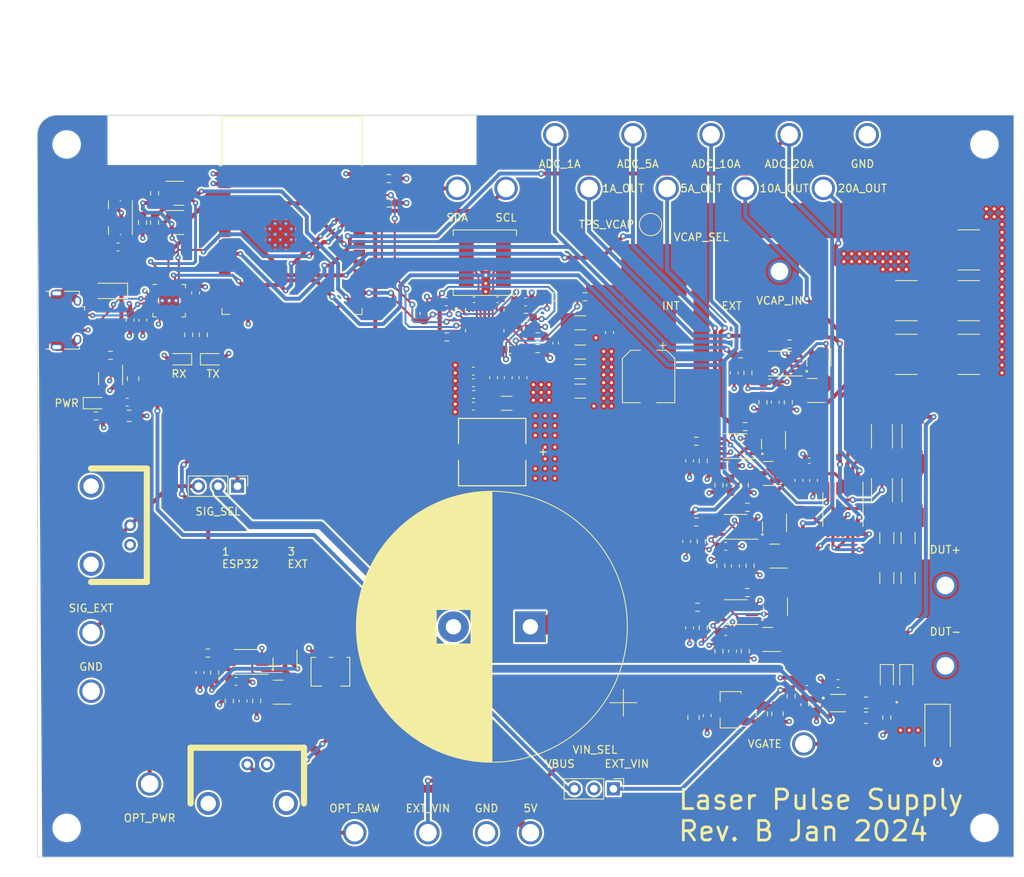
<source format=kicad_pcb>
(kicad_pcb (version 20221018) (generator pcbnew)
  (layers (0 "F.Cu" signal) (1 "In1.Cu" signal) (2 "In2.Cu" signal) (31 "B.Cu" signal) (34 "B.Paste" user) (35 "F.Paste" user) (36 "B.SilkS" user "B.Silkscreen") (37 "F.SilkS" user "F.Silkscreen") (38 "B.Mask" user) (39 "F.Mask" user) (44 "Edge.Cuts" user))
  (net 0 "")
  (net 1 "GND")
  (net 2 "+3V3")
  (net 3 "Net-(U3-VPP)")
  (net 4 "/ESP32/RESET")
  (net 5 "+5V")
  (net 6 "Net-(U5-VDD)")
  (net 7 "Net-(D17-K)")
  (net 8 "VIN")
  (net 9 "Net-(U4A-VCC)")
  (net 10 "Net-(D12-K)")
  (net 11 "Net-(C27-Pad2)")
  (net 12 "Net-(D13-K)")
  (net 13 "Net-(C28-Pad2)")
  (net 14 "Net-(D14-K)")
  (net 15 "Net-(C31-Pad2)")
  (net 16 "Net-(D15-K)")
  (net 17 "Net-(C34-Pad2)")
  (net 18 "ADC_1A")
  (net 19 "ADC_5A")
  (net 20 "ADC_20A")
  (net 21 "Net-(C37-Pad2)")
  (net 22 "/Buck Boost Supply/Vcc")
  (net 23 "Net-(D3-K)")
  (net 24 "Net-(D4-K)")
  (net 25 "Net-(U12-EXTVCC)")
  (net 26 "Net-(D8-A)")
  (net 28 "Net-(D12-A)")
  (net 29 "Net-(D9-A)")
  (net 31 "/Buck Boost Supply/SW1")
  (net 32 "Net-(D10-A)")
  (net 34 "Net-(D10-K)")
  (net 35 "Net-(D11-A)")
  (net 37 "Net-(D11-K)")
  (net 43 "unconnected-(J1-Shield-Pad6)")
  (net 44 "PULSE_IN")
  (net 45 "/Buck Boost Supply/BOOT1")
  (net 46 "Net-(U1-EN)")
  (net 47 "/Buck Boost Supply/COMP")
  (net 48 "Net-(C48-Pad1)")
  (net 49 "/ESP32/RTS")
  (net 50 "/ESP32/DTR")
  (net 51 "/Buck Boost Supply/SW2")
  (net 52 "/Buck Boost Supply/BOOT2")
  (net 53 "/Buck Boost Supply/ISN")
  (net 54 "/GaN FET and Current Sensing/OUTH")
  (net 55 "/GaN FET and Current Sensing/OUTL")
  (net 56 "/Buck Boost Supply/ISP")
  (net 57 "Net-(U7B--)")
  (net 58 "/Buck Boost Supply/Vout")
  (net 59 "Net-(U8A-+)")
  (net 60 "SENSE_1A")
  (net 61 "Net-(U9A-+)")
  (net 62 "SENSE_5A")
  (net 63 "Net-(U10A-+)")
  (net 64 "SENSE_10A")
  (net 65 "Net-(U11A-+)")
  (net 66 "SENSE_20A")
  (net 67 "Net-(U8B--)")
  (net 68 "Net-(U9B--)")
  (net 69 "Net-(U10B--)")
  (net 70 "Net-(U11B--)")
  (net 72 "Net-(D1-K)")
  (net 73 "Net-(D2-A)")
  (net 74 "Net-(D5-A)")
  (net 75 "Net-(D14-A)")
  (net 76 "Net-(JP2-A)")
  (net 77 "SCL")
  (net 78 "SDA")
  (net 79 "/ESP32/TXD0")
  (net 80 "/ESP32/RXD0")
  (net 81 "Net-(U3-TXT{slash}GPIO.0)")
  (net 82 "Net-(U3-RXT{slash}GPIO.1)")
  (net 83 "Net-(U4A--)")
  (net 84 "Net-(U4B--)")
  (net 85 "Net-(U4C--)")
  (net 86 "Net-(U7A-+)")
  (net 88 "Net-(J3-In)")
  (net 99 "/ESP32/GPIO0")
  (net 104 "EN{slash}UVLO")
  (net 107 "OPT_IN_ADC")
  (net 108 "Net-(D16-A)")
  (net 110 "Net-(Q1-Pad1)")
  (net 111 "Net-(Q2-Pad1)")
  (net 112 "Net-(D16-K)")
  (net 116 "VBUS")
  (net 129 "Net-(U12-FB)")
  (net 130 "Net-(U12-FSW)")
  (net 131 "Net-(U12-CDC)")
  (net 132 "VCAP")
  (net 133 "/GaN FET and Current Sensing/vref")
  (net 134 "/GaN FET and Current Sensing/vout_5v")
  (net 135 "/ESP32/d-")
  (net 136 "/ESP32/d+")
  (net 137 "/GaN FET and Current Sensing/in+")
  (net 138 "/GaN FET and Current Sensing/vgate")
  (net 139 "/GaN FET and Current Sensing/sense_out")
  (net 140 "/GaN FET and Current Sensing/sig_ext")
  (net 141 "/Buck Boost Supply/tps_out")
  (net 142 "VCAP_EXT")
  (footprint "DW_Library:Keystone-1502-2" (layer "F.Cu") (at 127 144.145)
    (fp_text reference "TP15" hide)
    (fp_text value "EXT_VIN")
  )
  (footprint "Capacitor_SMD:C_0603_1608Metric_Pad1.08x0.95mm_HandSolder" (layer "F.Cu") (at 177.165 98.298 90)
    (fp_text reference "C14" hide)
    (fp_text value "100n")
  )
  (footprint "DW_Library:PCAP_EEHZ_F_PAN" (layer "F.Cu") (at 135.3577 94.627 180)
    (fp_text reference "C45" hide)
    (fp_text value "68u")
  )
  (footprint "Resistor_SMD:R_0603_1608Metric_Pad0.98x0.95mm_HandSolder" (layer "F.Cu") (at 168.148 98.933 -90)
    (fp_text reference "R35" hide)
    (fp_text value "22")
  )
  (footprint "Package_TO_SOT_SMD:SOT-23" (layer "F.Cu") (at 172.085 108.1555 180)
    (fp_text reference "D15" hide)
    (fp_text value "BAT17")
  )
  (footprint "Capacitor_SMD:C_0603_1608Metric_Pad1.08x0.95mm_HandSolder" (layer "F.Cu") (at 165.735 106.8855)
    (fp_text reference "C32" hide)
    (fp_text value "100n")
  )
  (footprint "Capacitor_SMD:C_0603_1608Metric_Pad1.08x0.95mm_HandSolder" (layer "F.Cu") (at 161.036 117.475 -90)
    (fp_text reference "C36" hide)
    (fp_text value "1u5")
  )
  (footprint "Resistor_SMD:R_2010_5025Metric_Pad1.40x2.65mm_HandSolder" (layer "F.Cu") (at 190.03 99.568 -90)
    (fp_text reference "R15" hide)
    (fp_text value "0R06")
  )
  (footprint "Capacitor_SMD:C_0603_1608Metric_Pad1.08x0.95mm_HandSolder" (layer "F.Cu") (at 166.37 98.933 -90)
    (fp_text reference "C31" hide)
    (fp_text value "10n")
  )
  (footprint "Capacitor_SMD:C_0603_1608Metric_Pad1.08x0.95mm_HandSolder" (layer "F.Cu") (at 167.005 109.4255 -90)
    (fp_text reference "C34" hide)
    (fp_text value "10n")
  )
  (footprint "Capacitor_SMD:C_0603_1608Metric_Pad1.08x0.95mm_HandSolder" (layer "F.Cu") (at 132.9585 87.134 180)
    (fp_text reference "C42" hide)
    (fp_text value "0u1")
  )
  (footprint "Diode_SMD:D_SMA" (layer "F.Cu") (at 193.294 130.937 -90)
    (fp_text reference "D7" hide)
    (fp_text value "24V 1W")
  )
  (footprint "Resistor_SMD:R_0603_1608Metric_Pad0.98x0.95mm_HandSolder" (layer "F.Cu") (at 121.92 62.23)
    (fp_text reference "R6" hide)
    (fp_text value "2k2")
  )
  (footprint "DW_Library:Keystone-1502-2" (layer "F.Cu") (at 83.185 118.11)
    (fp_text reference "TP9" hide)
    (fp_text value "SIG_EXT")
  )
  (footprint "DW_Library:Keystone-1502-2" (layer "F.Cu") (at 173.99 53.34)
    (fp_text reference "TP21" hide)
    (fp_text value "ADC_20A")
  )
  (footprint "DW_Library:3-FCLGA_3.2x2.2mm" (layer "F.Cu") (at 189.484 128.905 90)
    (fp_text reference "Q3" hide)
    (fp_text value "GAN7R0-150LBE")
  )
  (footprint "Capacitor_SMD:C_0603_1608Metric_Pad1.08x0.95mm_HandSolder" (layer "F.Cu") (at 175.26 98.298 90)
    (fp_text reference "C15" hide)
    (fp_text value "1u")
  )
  (footprint "Capacitor_SMD:C_0603_1608Metric_Pad1.08x0.95mm_HandSolder" (layer "F.Cu") (at 171.4965 85.654)
    (fp_text reference "C23" hide)
    (fp_text value "100n")
  )
  (footprint "Resistor_SMD:R_0603_1608Metric_Pad0.98x0.95mm_HandSolder" (layer "F.Cu") (at 168.275 91.313)
    (fp_text reference "R33" hide)
    (fp_text value "1k")
  )
  (footprint "Resistor_SMD:R_0603_1608Metric_Pad0.98x0.95mm_HandSolder" (layer "F.Cu") (at 162.052 114.808 180)
    (fp_text reference "R42" hide)
    (fp_text value "10k")
  )
  (footprint "Capacitor_SMD:C_0603_1608Metric_Pad1.08x0.95mm_HandSolder" (layer "F.Cu") (at 87.884 88.138)
    (fp_text reference "C2" hide)
    (fp_text value "0u1")
  )
  (footprint "LED_SMD:LED_0603_1608Metric_Pad1.05x0.95mm_HandSolder" (layer "F.Cu") (at 99.06 82.55)
    (fp_text reference "D3" hide)
    (fp_text value "TX")
  )
  (footprint "Resistor_SMD:R_0603_1608Metric_Pad0.98x0.95mm_HandSolder" (layer "F.Cu") (at 147.4235 74.422)
    (fp_text reference "R51" hide)
    (fp_text value "10")
  )
  (footprint "Resistor_SMD:R_1206_3216Metric_Pad1.30x1.75mm_HandSolder" (layer "F.Cu") (at 186.69 105.791 -90)
    (fp_text reference "R18" hide)
    (fp_text value "0R03")
  )
  (footprint "Diode_SMD:D_SOD-323F" (layer "F.Cu") (at 186.69 123.868 -90)
    (fp_text reference "D6" hide)
    (fp_text value "100V 200mA")
  )
  (footprint "Resistor_SMD:R_0603_1608Metric_Pad0.98x0.95mm_HandSolder" (layer "F.Cu") (at 161.925 93.218 180)
    (fp_text reference "R32" hide)
    (fp_text value "10k")
  )
  (footprint "Resistor_SMD:R_0603_1608Metric_Pad0.98x0.95mm_HandSolder" (layer "F.Cu") (at 162.814 117.475 90)
    (fp_text reference "R41" hide)
    (fp_text value "2k2")
  )
  (footprint "Resistor_SMD:R_1206_3216Metric_Pad1.30x1.75mm_HandSolder" (layer "F.Cu") (at 189.46 110.998 -90)
    (fp_text reference "R19" hide)
    (fp_text value "0R015")
  )
  (footprint "Resistor_SMD:R_0603_1608Metric_Pad0.98x0.95mm_HandSolder" (layer "F.Cu") (at 91.44 60.96 90)
    (fp_text reference "R1" hide)
    (fp_text value "10k")
  )
  (footprint "DW_Library:Keystone-1502-2" (layer "F.Cu") (at 117.475 144.145)
    (fp_text reference "TP22" hide)
    (fp_text value "OPT_RAW")
  )
  (footprint "Resistor_SMD:R_0603_1608Metric_Pad0.98x0.95mm_HandSolder" (layer "F.Cu") (at 162.56 106.2505 90)
    (fp_text reference "R36" hide)
    (fp_text value "2k2")
  )
  (footprint "Capacitor_SMD:C_0805_2012Metric_Pad1.18x1.45mm_HandSolder" (layer "F.Cu") (at 161.544 129.159 -90)
    (fp_text reference "C19" hide)
    (fp_text value "4u7")
  )
  (footprint "DW_Library:Keystone-1502-2" (layer "F.Cu") (at 143.51 53.34)
    (fp_text reference "TP17" hide)
    (fp_text value "ADC_1A")
  )
  (footprint "DW_Library:UCC27611DRVT" (layer "F.Cu") (at 180.34 127.2755)
    (fp_text reference "U5" hide)
    (fp_text value "UCC27611DRVT")
  )
  (footprint "Resistor_SMD:R_0603_1608Metric_Pad0.98x0.95mm_HandSolder" (layer "F.Cu") (at 83.82 89.916 180)
    (fp_text reference "R4" hide)
    (fp_text value "1k")
  )
  (footprint "Capacitor_SMD:C_0603_1608Metric_Pad1.08x0.95mm_HandSolder" (layer "F.Cu") (at 176.022 127.503 -90)
    (fp_text reference "C16" hide)
    (fp_text value "1u")
  )
  (footprint "Capacitor_SMD:C_0603_1608Metric_Pad1.08x0.95mm_HandSolder" (layer "F.Cu") (at 135.546 84.9485 -90)
    (fp_text reference "C53" hide)
    (fp_text value "1u")
  )
  (footprint "DW_Library:Keystone-1502-2" (layer "F.Cu") (at 134.62 144.145)
    (fp_text reference "TP16" hide)
    (fp_text value "GND")
  )
  (footprint "Package_SO:MSOP-8_3x3mm_P0.65mm" (layer "F.Cu") (at 167.005 93.853 180)
    (fp_text reference "U9" hide)
    (fp_text value "LTC6244CMS8")
  )
  (footprint "Package_SO:TSSOP-14_4.4x5mm_P0.65mm" (layer "F.Cu") (at 180.975 102.108 -90)
    (fp_text reference "U4" hide)
    (fp_text value "MAX4378")
  )
  (footprint "Resistor_SMD:R_0603_1608Metric_Pad0.98x0.95mm_HandSolder" (layer "F.Cu") (at 173.8755 88.138 -90)
    (fp_text reference "R29" hide)
    (fp_text value "22")
  )
  (footprint "Resistor_SMD:R_1206_3216Metric_Pad1.30x1.75mm_HandSolder" (layer "F.Cu") (at 186.69 110.998 -90)
    (fp_text reference "R20" hide)
    (fp_text value "0R015")
  )
  (footprint "Capacitor_THT:CP_Radial_D35.0mm_P10.00mm_SnapIn" (layer "F.Cu") (at 140.320499 117.348 180)
    (fp_text reference "C13" hide)
    (fp_text value "22m")
  )
  (footprint "Button_Switch_SMD:SW_Push_1P1T-SH_NO_CK_KMR2xxG" (layer "F.Cu") (at 86.995 64.135 90)
    (fp_text reference "SW1" hide)
    (fp_text value "KMR211GLFS")
  )
  (footprint "Capacitor_SMD:C_1206_3216Metric_Pad1.33x1.80mm_HandSolder" (layer "F.Cu") (at 146.812 81.620126)
    (fp_text reference "C56" hide)
    (fp_text value "10u")
  )
  (footprint "DW_Library:Keystone-1502-2" (layer "F.Cu") (at 90.805 137.795)
    (fp_text reference "TP18" hide)
    (fp_text value "OPT_PEAK")
  )
  (footprint "Package_TO_SOT_SMD:SOT-23-5" (layer "F.Cu") (at 85.725 85.09 -90)
    (fp_text reference "U1" hide)
    (fp_text value "AP2112K-3.3")
  )
  (footprint "Resistor_SMD:R_0603_1608Metric_Pad0.98x0.95mm_HandSolder" (layer "F.Cu") (at 121.92 59.055)
    (fp_text reference "R7" hide)
    (fp_text value "2k2")
  )
  (footprint "DW_Library:BNC_Molex_0731375003" (layer "F.Cu") (at 103.505 140.335)
    (fp_text reference "J3" hide)
    (fp_text value "OPT_PWR")
  )
  (footprint "Capacitor_SMD:C_2220_5650Metric" (layer "F.Cu") (at 197.358 68.326)
    (fp_text reference "C11" hide)
    (fp_text value "47u")
  )
  (footprint "Capacitor_SMD:C_0402_1005Metric_Pad0.74x0.62mm_HandSolder" (layer "F.Cu") (at 176.5975 95.758)
    (fp_text reference "FB1" hide)
    (fp_text value "330R 700mA")
  )
  (footprint "Package_TO_SOT_SMD:SOT-23" (layer "F.Cu") (at 172.212 115.2675 -90)
    (fp_text reference "D16" hide)
    (fp_text value "BAT17")
  )
  (footprint "Capacitor_SMD:C_0805_2012Metric_Pad1.18x1.45mm_HandSolder" (layer "F.Cu") (at 170.434 128.6725 -90)
    (fp_text reference "C21" hide)
    (fp_text value "4u7")
  )
  (footprint "MountingHole:MountingHole_3.5mm" (layer "F.Cu") (at 199.39 54.61)
    (fp_text reference "H2" hide)
    (fp_text value "MountingHole")
  )
  (footprint "Capacitor_SMD:C_1206_3216Metric_Pad1.33x1.80mm_HandSolder" (layer "F.Cu") (at 146.812 86.700126)
    (fp_text reference "C54" hide)
    (fp_text value "10u")
  )
  (footprint "Potentiometer_SMD:Potentiometer_Bourns_3214X_Vertical" (layer "F.Cu") (at 114.42 123.2)
    (fp_text reference "RV1" hide)
    (fp_text value "2k")
  )
  (footprint "Capacitor_SMD:C_0603_1608Metric_Pad1.08x0.95mm_HandSolder" (layer "F.Cu") (at 172.178 88.138 -90)
    (fp_text reference "C27" hide)
    (fp_text value "10n")
  )
  (footprint "Capacitor_SMD:C_0603_1608Metric_Pad1.08x0.95mm_HandSolder" (layer "F.Cu") (at 139.356 84.9485 -90)
    (fp_text reference "C51" hide)
    (fp_text value "0u1")
  )
  (footprint "Capacitor_SMD:C_0603_1608Metric_Pad1.08x0.95mm_HandSolder" (layer "F.Cu") (at 166.624 120.523 -90)
    (fp_text reference "C37" hide)
    (fp_text value "10n")
  )
  (footprint "Package_SO:MSOP-8_3x3mm_P0.65mm" (layer "F.Cu") (at 167.005 115.443 180)
    (fp_text reference "U11" hide)
    (fp_text value "LTC6244CMS8")
  )
  (footprint "Package_SO:MSOP-8_3x3mm_P0.65mm" (layer "F.Cu") (at 167.005 104.3455 180)
    (fp_text reference "U10" hide)
    (fp_text value "LTC6244CMS8")
  )
  (footprint "Diode_SMD:D_SOD-323F" (layer "F.Cu") (at 189.23 123.868 -90)
    (fp_text reference "D5" hide)
    (fp_text value "100V 200mA")
  )
  (footprint "Resistor_SMD:R_0603_1608Metric_Pad0.98x0.95mm_HandSolder" (layer "F.Cu") (at 162.814 95.758 90)
    (fp_text reference "R31" hide)
    (fp_text value "2k2")
  )
  (footprint "MountingHole:MountingHole_3.5mm" (layer "F.Cu") (at 199.39 143.51)
    (fp_text reference "H3" hide)
    (fp_text value "MountingHole")
  )
  (footprint "DW_Library:Keystone-1502-2" (layer "F.Cu") (at 130.81 60.325)
    (fp_text reference "TP2" hide)
    (fp_text value "SDA")
  )
  (footprint "DW_Library:Keystone-1502-2" (layer "F.Cu") (at 194.31 122.428)
    (fp_text reference "TP7" hide)
    (fp_text value "DUT-")
  )
  (footprint "Capacitor_SMD:C_0603_1608Metric_Pad1.08x0.95mm_HandSolder" (layer "F.Cu") (at 137.451 84.9485 -90)
    (fp_text reference "C52" hide)
    (fp_text value "0u1")
  )
  (footprint "Diode_SMD:D_SOD-123F" (layer "F.Cu") (at 85.725 73.66 180)
    (fp_text reference "D2" hide)
    (fp_text value "MBR120")
  )
  (footprint "DW_Library:Keystone-1502-2" (layer "F.Cu") (at 140.335 144.145)
    (fp_text reference "TP14" hide)
    (fp_text value "5V")
  )
  (footprint "DW_Library:Keystone-1502-2" (layer "F.Cu") (at 153.67 53.34)
    (fp_text reference "TP19" hide)
    (fp_text value "ADC_5A")
  )
  (footprint "Resistor_SMD:R_0603_1608Metric_Pad0.98x0.95mm_HandSolder" (layer "F.Cu") (at 99.26375 123.317 90)
    (fp_text reference "R23" hide)
    (fp_text value "2k2")
  )
  (footprint "Capacitor_SMD:C_2220_5650Metric" (layer "F.Cu") (at 189.23 81.915 180)
    (fp_text reference "C8" hide)
    (fp_text value "47u")
  )
  (footprint "Capacitor_SMD:C_0603_1608Metric_Pad1.08x0.95mm_HandSolder" (layer "F.Cu") (at 86.705 67.945 180)
    (fp_text reference "C4" hide)
    (fp_text value "0u1")
  )
  (footprint "Capacitor_SMD:C_2220_5650Metric" (layer "F.Cu") (at 189.23 74.93 180)
    (fp_text reference "C9" hide)
    (fp_text value "47u")
  )
  (footprint "Capacitor_SMD:C_0603_1608Metric_Pad1.08x0.95mm_HandSolder" (layer "F.Cu") (at 161.036 95.758 -90)
    (fp_text reference "C30" hide)
    (fp_text value "1u5")
  )
  (footprint "Capacitor_SMD:C_0603_1608Metric_Pad1.08x0.95mm_HandSolder" (layer "F.Cu") (at 132.932 88.658 180)
    (fp_text reference "C43" hide)
    (fp_text value "0u1")
  )
  (footprint "Resistor_SMD:R_0805_2012Metric_Pad1.20x1.40mm_HandSolder" (layer "F.Cu") (at 183.9976 129.1805)
    (fp_text reference "R13" hide)
    (fp_text value "10")
  )
  (footprint "Capacitor_SMD:C_0603_1608Metric_Pad1.08x0.95mm_HandSolder" (layer "F.Cu") (at 150.622 79.080126 -90)
    (fp_text reference "C57" hide)
    (fp_text value "1u")
  )
  (footprint "Capacitor_SMD:C_0603_1608Metric_Pad1.08x0.95mm_HandSolder" (layer "F.Cu") (at 132.932 85.61 180)
    (fp_text reference "C41" hide)
    (fp_text value "0u1")
  )
  (footprint "Capacitor_SMD:C_0603_1608Metric_Pad1.08x0.95mm_HandSolder" (layer "F.Cu") (at 139.7 75.0824)
    (fp_text reference "C38" hide)
    (fp_text value "4u7")
  )
  (footprint "DW_Library:BNC_Molex_0731375003" (layer "F.Cu") (at 83.185 104.14 -90)
    (fp_text reference "J2" hide)
    (fp_text value "SIG_EXT")
  )
  (footprint "DW_Library:Keystone-1502-2" (layer "F.Cu") (at 147.955 60.325)
    (fp_text reference "TP8" hide)
    (fp_text value "1A_OUT")
  )
  (footprint "Capacitor_SMD:C_2220_5650Metric" (layer "F.Cu") (at 197.358 74.93)
    (fp_text reference "C10" hide)
    (fp_text value "47u")
  )
  (footprint "Capacitor_SMD:C_0603_1608Metric_Pad1.08x0.95mm_HandSolder" (layer "F.Cu") (at 166.844 84.328 -90)
    (fp_text reference "C25" hide)
    (fp_text value "1u5")
  )
  (footprint "Resistor_SMD:R_0603_1608Metric_Pad0.98x0.95mm_HandSolder" (layer "F.Cu") (at 104.72475 127 -90)
    (fp_text reference "R28" hide)
    (fp_text value "1M")
  )
  (footprint "Capacitor_SMD:C_0603_1608Metric_Pad1.08x0.95mm_HandSolder" (layer "F.Cu") (at 97.35875 123.317 -90)
    (fp_text reference "C26" hide)
    (fp_text value "1u5")
  )
  (footprint "Capacitor_SMD:C_1206_3216Metric_Pad1.33x1.80mm_HandSolder" (layer "F.Cu") (at 137.25 88.277)
    (fp_text reference "C44" hide)
    (fp_text value "10u")
  )
  (footprint "Inductor_SMD:L_Coilcraft_XAL7070-XXX" (layer "F.Cu") (at 134.406 69.989)
    (fp_text reference "L1" hide)
    (fp_text value "4u7")
  )
  (footprint "Package_TO_SOT_SMD:SOT-23" (layer "F.Cu") (at 172.085 104.3455 -90)
    (fp_text reference "D14" hide)
    (fp_text value "BAT17")
  )
  (footprint "Capacitor_SMD:C_0603_1608Metric_Pad1.08x0.95mm_HandSolder" (layer "F.Cu") (at 177.546 127.503 -90)
    (fp_text reference "C17" hide)
    (fp_text value "0u1")
  )
  (footprint "Resistor_SMD:R_0603_1608Metric_Pad0.98x0.95mm_HandSolder" (layer "F.Cu") (at 165.1 109.4255 90)
    (fp_text reference "R40" hide)
    (fp_text value "22")
  )
  (footprint "Package_DFN_QFN:QFN-24-1EP_4x4mm_P0.5mm_EP2.6x2.6mm" (layer "F.Cu") (at 93.345 74.93)
    (fp_text reference "U3" hide)
    (fp_text value "CP2104")
  )
  (footprint "Resistor_SMD:R_0603_1608Metric_Pad0.98x0.95mm_HandSolder" (layer "F.Cu") (at 167.6865 81.844 180)
    (fp_text reference "R24" hide)
    (fp_text value "10k")
  )
  (footprint "DW_Library:Keystone-1502-2" (layer "F.Cu") (at 172.72 71.12)
    (fp_text reference "TP3" hide)
    (fp_text value "VCAP_IN")
  )
  (footprint "TestPoint:TestPoint_Pad_D2.5mm" (layer "F.Cu") (at 155.956 65.024)
    (fp_text reference "TP23" hide)
    (fp_text value "TPS_VCAP")
  )
  (footprint "DW_Library:Keystone-1502-2" (layer "F.Cu") (at 194.31 111.973)
    (fp_text reference "TP5" hide)
    (fp_text value "DUT+")
  )
  (footprint "Resistor_SMD:R_1206_3216Metric_Pad1.30x1.75mm_HandSolder" (layer "F.Cu") (at 189.46 105.791 -90)
    (fp_text reference "R17" hide)
    (fp_text value "0R03")
  )
  (footprint "DW_Library:Keystone-1502-2" (layer "F.Cu") (at 184.15 53.34)
    (fp_text reference "TP4" hide)
    (fp_text value "GND")
  )
  (footprint "Package_TO_SOT_SMD:SOT-23" (layer "F.Cu") (at 94.615 64.77)
    (fp_text reference "Q2" hide)
    (fp_text value "MMBT2222*")
  )
  (footprint "DW_Library:Keystone-1502-2" (layer "F.Cu") (at 163.83 53.34)
    (fp_text reference "TP20" hide)
    (fp_text value "ADC_10A")
  )
  (footprint "Package_TO_SOT_SMD:SOT-23" (layer "F.Cu") (at 107.51875 125.857 180)
    (fp_text reference "D11" hide)
    (fp_text value "BAT17")
  )
  (footprint "Capacitor_SMD:C_0402_1005Metric_Pad0.74x0.62mm_HandSolder" (layer "F.Cu") (at 133.006 74.815 180)
    (fp_text reference "C46" hide)
    (fp_text value "0u1")
  )
  (footprint "Capacitor_SMD:C_0603_1608Metric_Pad1.08x0.95mm_HandSolder" (layer "F.Cu") (at 88.265 77.47 -90)
    (fp_text reference "C5" hide)
    (fp_text value "1u")
  )
  (footprint "Resistor_SMD:R_0805_2012Metric_Pad1.20x1.40mm_HandSolder" (layer "F.Cu") (at 183.9976 127.2286)
    (fp_text reference "R12" hide)
    (fp_text value "10")
  )
  (footprint "Resistor_SMD:R_2010_5025Metric_Pad1.40x2.65mm_HandSolder" (layer "F.Cu") (at 190.03 92.583 -90)
    (fp_text reference "R10" hide)
    (fp_text value "0R3")
  )
  (footprint "Capacitor_SMD:C_0402_1005Metric_Pad0.74x0.62mm_HandSolder" (layer "F.Cu") (at 139.4155 78.371)
    (fp_text reference "C47" hide)
    (fp_text value "100p")
  )
  (footprint "Package_TO_SOT_SMD:SOT-89-3" (layer "F.Cu") (at 166.37 128.143 180)
    (fp_text reference "U6" hide)
    (fp_text value "MCP1703T-5002E/MB")
  )
  (footprint "Capacitor_SMD:C_0603_1608Metric_Pad1.08x0.95mm_HandSolder" (layer "F.Cu") (at 89.916 77.47 -90)
    (fp_text reference "C6" hide)
    (fp_text value "0u1")
  )
  (footprint "DW_Library:Keystone-1502-2" (layer "F.Cu") (at 168.275 60.325)
    (fp_text reference "TP12" hide)
    (fp_text value "10A_OUT")
  )
  (footprint "Package_SO:MSOP-8_3x3mm_P0.65mm" (layer "F.Cu") (at 172.7665 83.114 180)
    (fp_text reference "U7" hide)
    (fp_text value "LTC6244CMS8")
  )
  (footprint "Resistor_SMD:R_0603_1608Metric_Pad0.98x0.95mm_HandSolder" (layer "F.Cu") (at 129.45 79.641 180)
    (fp_text reference "R48" hide)
    (fp_text value "49k9")
  )
  (footprint "Capacitor_SMD:C_0603_1608Metric_Pad1.08x0.95mm_HandSolder" (layer "F.Cu") (at 102.94675 127 -90)
    (fp_text reference "C28" hide)
    (fp_text value "10n")
  )
  (footprint "DW_Library:Keystone-1502-2" (layer "F.Cu") (at 175.895 132.588)
    (fp_text reference "TP6" hide)
    (fp_text value "VGATE")
  )
  (footprint "Package_TO_SOT_SMD:SOT-23" (layer "F.Cu") (at 171.196 118.999 180)
    (fp_text reference "D17" hide)
    (fp_text value "BAT17")
  )
  (footprint "DW_Library:USB_Micro-B_Amphenol_10118194_Horizontal" (layer "F.Cu") (at 80.01 77.47 -90)
    (fp_text reference "J1" hide)
    (fp_text value "USB_B_Micro")
  )
  (footprint "Resistor_SMD:R_0603_1608Metric_Pad0.98x0.95mm_HandSolder" (layer "F.Cu") (at 97.79 79.375 -90)
    (fp_text reference "R8" hide)
    (fp_text value "1k")
  )
  (footprint "DW_Library:Keystone-1502-2" (layer "F.Cu") (at 137.16 60.325)
    (fp_text reference "TP1" hide)
    (fp_text value "SCL")
  )
  (footprint "Resistor_SMD:R_0603_1608Metric_Pad0.98x0.95mm_HandSolder" (layer "F.Cu") (at 168.5525 101.8055 180)
    (fp_text reference "R38" hide)
    (fp_text value "1k")
  )
  (footprint "Resistor_SMD:R_0603_1608Metric_Pad0.98x0.95mm_HandSolder" (layer "F.Cu") (at 170.5735 88.138 -90)
    (fp_text reference "R27" hide)
    (fp_text value "1M")
  )
  (footprint "Capacitor_SMD:C_0603_1608Metric_Pad1.08x0.95mm_HandSolder" (layer "F.Cu") (at 165.735 96.393)
    (fp_text reference "C29" hide)
    (fp_text value "100n")
  )
  (footprint "Connector_PinHeader_2.54mm:PinHeader_1x03_P2.54mm_Vertical" (layer "F.Cu") (at 151.13 138.43 -90)
    (fp_text reference "JP2" hide)
    (fp_text value "VIN_SEL")
  )
  (footprint "Capacitor_SMD:C_0603_1608Metric_Pad1.08x0.95mm_HandSolder" (layer "F.Cu") (at 165.735 117.983)
    (fp_text reference "C35" hide)
    (fp_text value "100n")
  )
  (footprint "Resistor_SMD:R_0603_1608Metric_Pad0.98x0.95mm_HandSolder" (layer "F.Cu") (at 161.925 103.7105 180)
    (fp_text reference "R37" hide)
    (fp_text value "10k")
  )
  (footprint "MountingHole:MountingHole_3.5mm" (layer "F.Cu") (at 80.01 143.51)
    (fp_text reference "H4" hide)
    (fp_text value "MountingHole")
  )
  (footprint "Package_TO_SOT_SMD:SOT-23" (layer "F.Cu") (at 177.004 86.614 180)
    (fp_text reference "D10" hide)
    (fp_text value "BAT17")
  )
  (footprint "Resistor_SMD:R_0603_1608Metric_Pad0.98x0.95mm_HandSolder" (layer "F.Cu") (at 168.5525 112.903 180)
    (fp_text reference "R43" hide)
    (fp_text value "1k")
  )
  (footprint "Package_TO_SOT_SMD:SOT-23" (layer "F.Cu") (at 171.958 93.599 -90)
    (fp_text reference "D12" hide)
    (fp_text value "BAT17")
  )
  (footprint "Capacitor_SMD:C_0805_2012Metric_Pad1.18x1.45mm_HandSolder" (layer "F.Cu") (at 88.138 89.916)
    (fp_text reference "C3" hide)
    (fp_text value "10u")
  )
  (footprint "Resistor_SMD:R_0603_1608Metric_Pad0.98x0.95mm_HandSolder" (layer "F.Cu") (at 168.91 109.4255 -90)
    (fp_text reference "R39" hide)
    (fp_text value "1M")
  )
  (footprint "DW_Library:custom_jumper" (layer "F.Cu") (at 162.56 71.12)
    (fp_text reference "JP3" hide)
    (fp_text value "VCAP_SEL")
  )
  (footprint "Resistor_SMD:R_0603_1608Metric_Pad0.98x0.95mm_HandSolder" (layer "F.Cu") (at 139.7605 77.101)
    (fp_text reference "R49" hide)
    (fp_text value "150k")
  )
  (footprint "Resistor_SMD:R_0603_1608Metric_Pad0.98x0.95mm_HandSolder" (layer "F.Cu") (at 98.37475 120.777 180)
    (fp_text reference "R25" hide)
    (fp_text value "10k")
  )
  (footprint "Resistor_SMD:R_0603_1608Metric_Pad0.98x0.95mm_HandSolder" (layer "F.Cu") (at 168.622 84.328 90)
    (fp_text reference "R22" hide)
    (fp_text value "2k2")
  )
  (footprint "Resistor_SMD:R_0603_1608Metric_Pad0.98x0.95mm_HandSolder" (layer "F.Cu") (at 101.16875 127 90)
    (fp_text reference "R30" hide)
    (fp_text value "22")
  )
  (footprint "DW_Library:Keystone-1502-2" (layer "F.Cu") (at 158.115 60.325)
    (fp_text reference "TP11" hide)
    (fp_text value "5A_OUT")
  )
  (footprint "DW_Library:Keystone-1502-2" (layer "F.Cu") (at 83.185 125.73)
    (fp_text reference "TP10" hide)
    (fp_text value "GND")
  )
  (footprint "Package_TO_SOT_SMD:SOT-23" (layer "F.Cu") (at 171.2745 97.409 180)
    (fp_text reference "D13" hide)
    (fp_text value "BAT17")
  )
  (footprint "LED_SMD:LED_0603_1608Metric_Pad1.05x0.95mm_HandSolder" (layer "F.Cu") (at 83.82 88.265)
    (fp_text reference "D1" hide)
    (fp_text value "PWR")
  )
  (footprint "Resistor_SMD:R_0603_1608Metric_Pad0.98x0.95mm_HandSolder" (layer "F.Cu") (at 174.0365 80.574 180)
    (fp_text reference "R26" hide)
    (fp_text value "1k")
  )
  (footprint "Capacitor_SMD:C_0603_1608Metric_Pad1.08x0.95mm_HandSolder" (layer "F.Cu") (at 102.05775 124.46)
    (fp_text reference "C24" hide)
    (fp_text value "100n")
  )
  (footprint "Resistor_SMD:R_0603_1608Metric_Pad0.98x0.95mm_HandSolder" (layer "F.Cu") (at 168.275 120.523 -90)
    (fp_text reference "R44" hide)
    (fp_text value "1M")
  )
  (footprint "Resistor_SMD:R_0603_1608Metric_Pad0.98x0.95mm_HandSolder" (layer "F.Cu") (at 164.846 120.523 90)
    (fp_text reference "R45" hide)
    (fp_text value "22")
  )
  (footprint "Capacitor_SMD:C_0805_2012Metric_Pad1.18x1.45mm_HandSolder" (layer "F.Cu") (at 172.466 128.6725 -90)
    (fp_text reference "C22" hide)
    (fp_text value "4u7")
  )
  (footprint "Resistor_SMD:R_0603_1608Metric_Pad0.98x0.95mm_HandSolder" (layer "F.Cu") (at 141.2845 81.165)
    (fp_text reference "R46" hide)
    (fp_text value "102k")
  )
  (footprint "Capacitor_SMD:C_0402_1005Metric_Pad0.74x0.62mm_HandSolder" (layer "F.Cu") (at 136.054 74.815)
    (fp_text reference "C49" hide)
    (fp_text value "0u1")
  )
  (footprint "Capacitor_SMD:C_0805_2012Metric_Pad1.18x1.45mm_HandSolder" (layer "F.Cu") (at 88.646 85.09 -90)
    (fp_text reference "C1" hide)
    (fp_text value "10u")
  )
  (footprint "Capacitor_SMD:C_0603_1608Metric_Pad1.08x0.95mm_HandSolder" (layer "F.Cu") (at 180.34 124.7355 180)
    (fp_text reference "C18" hide)
    (fp_text value "0u1")
  )
  (footprint "Capacitor_SMD:C_2220_5650Metric" (layer "F.Cu") (at 197.358 81.915)
    (fp_text reference "C12" hide)
    (fp_text value "47u")
  )
  (footprint "Resistor_SMD:R_0603_1608Metric_Pad0.98x0.95mm_HandSolder" (layer "F.Cu") (at 164.846 98.933 -90)
    (fp_text reference "R34" hide)
    (fp_text value "1M")
  )
  (footprint "Package_TO_SOT_SMD:SOT-23" (layer "F.Cu") (at 177.8465 82.804 -90)
    (fp_text reference "D8" hide)
    (fp_text value "BAT17")
  )
  (footprint "Capacitor_SMD:C_1206_3216Metric_Pad1.33x1.80mm_HandSolder" (layer "F.Cu") (at 146.812 84.160126)
    (fp_text reference "C55" hide)
    (fp_text value "10u")
  )
  (footprint "Resistor_SMD:R_0603_1608Metric_Pad0.98x0.95mm_HandSolder" (layer "F.Cu") (at 95.885 79.375 -90)
    (fp_text reference "R9" hide)
    (fp_text value "1k")
  )
  (footprint "Resistor_SMD:R_2010_5025Metric_Pad1.40x2.65mm_HandSolder" (layer "F.Cu") (at 186.055 92.583 -90)
    (fp_text reference "R11" hide)
    (fp_text value "0R3")
  )
  (footprint "LED_SMD:LED_0603_1608Metric_Pad1.05x0.95mm_HandSolder" (layer "F.Cu") (at 94.615 82.55 180)
    (fp_text reference "D4" hide)
    (fp_text value "RX")
  )
  (footprint "Resistor_SMD:R_2010_5025Metric_Pad1.40x2.65mm_HandSolder" (layer "F.Cu") (at 186.055 99.568 -90)
    (fp_text reference "R16" hide)
    (fp_text value "0R06")
  )
  (footprint "Resistor_SMD:R_0603_1608Metric_Pad0.98x0.95mm_HandSolder" (layer "F.Cu") (at 143.51 74.422)
    (fp_text reference "R50" hide)
    (fp_text value "10")
  )
  (footprint "Resistor_SMD:R_0603_1608Metric_Pad0.98x0.95mm_HandSolder" (layer "F.Cu") (at 89.88 64.77 -90)
    (fp_text reference "R2" hide)
    (fp_text value "10k")
  )
  (footprint "Capacitor_SMD:C_0603_1608Metric_Pad1.08x0.95mm_HandSolder" (layer "F.Cu") (at 137.668 81.28 180)
    (fp_text reference "C50" hide)
    (fp_text value "0u22")
  )
  (footprint "Package_TO_SOT_SMD:SOT-23" (layer "F.Cu") (at 108.40775 122.047 -90)
    (fp_text reference "D9" hide)
    (fp_text value "BAT17")
  )
  (footprint "Capacitor_SMD:C_0603_1608Metric_Pad1.08x0.95mm_HandSolder" (layer "F.Cu") (at 132.9055 84.086 180)
    (fp_text reference "C40" hide)
    (fp_text value "0u1")
  )
  (footprint "MountingHole:MountingHole_3.5mm" (layer "F.Cu") (at 80.01 54.61)
    (fp_text reference "H1" hide)
    (fp_text value "MountingHole")
  )
  (footprint "Capacitor_SMD:C_0402_1005Metric_Pad0.74x0.62mm_HandSolder" (layer "F.Cu") (at 176.276 125.349)
    (fp_text reference "FB2" hide)
    (fp_text value "330R 700mA")
  )
  (footprint "Capacitor_SMD:C_0603_1608Metric_Pad1.08x0.95mm_HandSolder" (layer "F.Cu") (at 160.655 106.2505 -90)
    (fp_text reference "C33" hide)
    (fp_text value "1u5")
  )
  (footprint "Resistor_SMD:R_0603_1608Metric_Pad0.98x0.95mm_HandSolder" (layer "F.Cu") (at 85.725 82.042 180)
    (fp_text reference "R3" hide)
    (fp_text value "100k")
  )
  (footprint "Package_SO:MSOP-8_3x3mm_P0.65mm" (layer "F.Cu") (at 103.32775 121.92 180)
    (fp_text reference "U8" hide)
    (fp_text value "LTC6244CMS8")
  )
  (footprint "Capacitor_SMD:C_0603_1608Metric_Pad1.08x0.95mm_HandSolder" (layer "F.Cu") (at 163.322 128.905 -90)
    (fp_text reference "C20" hide)
    (fp_text value "1u")
  )
  (footprint "Capacitor_SMD:C_0603_1608Metric_Pad1.08x0.95mm_HandSolder" (layer "F.Cu") (at 126.492 76.593 90)
    (fp_text reference "C59" hide)
    (fp_text value "0u1")
  )
  (footprint "Capacitor_SMD:C_0603_1608Metric_Pad1.08x0.95mm_HandSolder" (layer "F.Cu") (at 96.774 73.914 90)
    (fp_text reference "C7" hide)
    (fp_text value "0u1")
  )
  (footprint "Capacitor_SMD:CP_Elec_6.3x5.8" (layer "F.Cu") (at 155.702 84.795126 -90)
    (fp_text reference "C58" hide)
    (fp_text value "100u")
  )
  (footprint "Resistor_SMD:R_0603_1608Metric_Pad0.98x0.95mm_HandSolder" (layer "F.Cu") (at 186.69 129.1805 -90)
    (fp_text reference "R14" hide)
    (fp_text value "10k")
  )
  (footprint "Resistor_SMD:R_0603_1608Metric_Pad0.98x0.95mm_HandSolder" (layer "F.Cu") (at 91.44 64.77 -90)
    (fp_text reference "R5" hide)
    (fp_text value "10k")
  )
  (footprint "Resistor_SMD:R_0603_1608Metric_Pad0.98x0.95mm_HandSolder" (layer "F.Cu") (at 174.244 126.365 -90)
    (fp_text reference "R21" hide)
    (fp_text value "0")
  )
  (footprint "RF_Module:ESP32-WROOM-32D" (layer "F.Cu") (at 109.32 66.8362)
    (fp_text reference "U2" hide)
    (fp_text value "ESP32-WROOM-32D")
  )
  (footprint "Resistor_SMD:R_1206_3216Metric_Pad1.30x1.75mm_HandSolder" (layer "F.Cu") (at 146.812 77.810126)
    (fp_text reference "R52" hide)
    (fp_text value "10m")
  )
  (footprint "Capacitor_SMD:C_0603_1608Metric_Pad1.08x0.95mm_HandSolder" (layer "F.Cu") (at 129.3876 75.0824 180)
    (fp_text reference "C39" hide)
    (fp_text value "0u1")
  )
  (footprint "DW_Library:CONV_TPS552892RYQR" (layer "F.Cu") (at 134.39 77.47)
    (fp_text reference "U12" hide)
    (fp_text value "TPS552892RYQR")
  )
  (footprint "Capacitor_SMD:C_0402_1005Metric_Pad0.74x0.62mm_HandSolder" (layer "F.Cu") (at 143.6145 80.4625 -90)
    (fp_text reference "C48" hide)
    (fp_text value "4700p")
  )
  (footprint "Package_TO_SOT_SMD:SOT-23" (layer "F.Cu") (at 94.615 60.96)
    (fp_text reference "Q1" hide)
    (fp_text value "MMBT2222*")
  )
  (footprint "DW_Library:Keystone-1502-2" (layer "F.Cu") (at 178.435 60.325)
    (fp_text reference "TP13" hide)
    (fp_text value "20A_OUT")
  )
  (footprint "Connector_PinHeader_2.54mm:PinHeader_1x03_P2.54mm_Vertical" (layer "F.Cu") (at 102.235 99.06 -90)
    (fp_text reference "JP1" hide)
    (fp_text value "SIG_SEL")
  )
  (footprint "Resistor_SMD:R_0603_1608Metric_Pad0.98x0.95mm_HandSolder" (layer "F.Cu") (at 141.2845 79.641)
    (fp_text reference "R47" hide)
    (fp_text value "27k4")
  )
  (gr_line (start 203.2 50.8) (end 203.2 147.32) (stroke (width 0.1)) (layer "Edge.Cuts"))
  (gr_line (start 203.2 147.32) (end 76.2 147.32) (stroke (width 0.1)) (layer "Edge.Cuts"))
  (gr_line (start 78.74 50.8) (end 203.2 50.8) (stroke (width 0.1)) (layer "Edge.Cuts"))
  (gr_line (start 76.2 147.32) (end 76.2 53.34) (stroke (width 0.1)) (layer "Edge.Cuts"))
  (gr_arc (start 76.2 53.34) (mid 76.943949 51.543949) (end 78.74 50.8) (stroke (width 0.1)) (layer "Edge.Cuts"))
  (gr_text "INT		EXT" (at 157.353 76.2) (layer "F.SilkS") (effects (font (size 1 1)) (justify left bottom)))
  (gr_text "1		 3\nESP32	 EXT" (at 100.1268 109.7788) (layer "F.SilkS") (effects (font (size 1 1)) (justify left bottom)))
  (gr_text "Laser Pulse Supply\nRev. B Jan 2024" (at 159.385 145.415) (layer "F.SilkS") (effects (font (size 2.54 2.54) (thickness 0.3556)) (justify left bottom)))
  (gr_text "VBUS	EXT_VIN" (at 142.128 135.763) (layer "F.SilkS") (effects (font (size 1 1)) (justify left bottom)))
  (segment (start 104.72475 127.9125) (end 104.72475 129.159) (width 0.508) (layer "F.Cu") (net 1))
  (segment (start 168.148 99.8455) (end 169.3145 99.8455) (width 0.508) (layer "F.Cu") (net 1))
  (segment (start 177.165 100.33) (end 177.038 100.457) (width 0.508) (layer "F.Cu") (net 1))
  (segment (start 172.359 85.654) (end 172.5325 85.4805) (width 0.381) (layer "F.Cu") (net 1))
  (segment (start 99.09 58.45) (end 99.06 58.42) (width 0.508) (layer "F.Cu") (net 1))
  (segment (start 177.546 128.3655) (end 177.546 129.667) (width 0.508) (layer "F.Cu") (net 1))
  (segment (start 88.265 79.375) (end 88.138 79.502) (width 0.508) (layer "F.Cu") (net 1))
  (segment (start 88.7465 89.487) (end 89.1755 89.916) (width 0.508) (layer "F.Cu") (net 1))
  (segment (start 167.71152 92.878) (end 167.65526 92.82174) (width 0.254) (layer "F.Cu") (net 1))
  (segment (start 163.322 129.7675) (end 168.1955 129.7675) (width 0.508) (layer "F.Cu") (net 1))
  (segment (start 107.696 71.882) (end 108.1024 72.2884) (width 0.508) (layer "F.Cu") (net 1))
  (segment (start 86.195 66.185) (end 87.087 65.293) (width 0.508) (layer "F.Cu") (net 1))
  (segment (start 164.846 99.8455) (end 163.6795 99.8455) (width 0.508) (layer "F.Cu") (net 1))
  (segment (start 128.0668 74.6241) (end 127.0751 74.6241) (width 0.254) (layer "F.Cu") (net 1))
  (segment (start 142.332 81.03) (end 142.197 81.165) (width 0.508) (layer "F.Cu") (net 1))
  (segment (start 140.3201 76.1492) (end 140.4725 75.9968) (width 0.254) (layer "F.Cu") (net 1))
  (segment (start 163.6795 99.8455) (end 163.576 99.949) (width 0.508) (layer "F.Cu") (net 1))
  (segment (start 102.362 67.31) (end 100.6 67.31) (width 0.508) (layer "F.Cu") (net 1))
  (segment (start 141.7828 77.3176) (end 140.8896 77.3176) (width 0.254) (layer "F.Cu") (net 1))
  (segment (start 161.036 96.6205) (end 161.036 97.917) (width 0.508) (layer "F.Cu") (net 1))
  (segment (start 82.774 78.77) (end 82.804 78.74) (width 0.381) (layer "F.Cu") (net 1))
  (segment (start 85.725 85.217) (end 85.598 85.344) (width 0.254) (layer "F.Cu") (net 1))
  (segment (start 88.7465 88.138) (end 88.7465 89.487) (width 0.508) (layer "F.Cu") (net 1))
  (segment (start 163.322 129.7675) (end 163.322 131.191) (width 0.508) (layer "F.Cu") (net 1))
  (segment (start 103.61 77.956) (end 103.632 77.978) (width 0.508) (layer "F.Cu") (net 1))
  (segment (start 177.165 99.1605) (end 177.165 100.33) (width 0.508) (layer "F.Cu") (net 1))
  (segment (start 173.799 82.139) (end 173.448 81.788) (width 0.381) (layer "F.Cu") (net 1))
  (segment (start 126.91 75.7305) (end 126.91 74.459) (width 0.254) (layer "F.Cu") (net 1))
  (segment (start 169.1175 103.3705) (end 169.5525 103.3705) (width 0.381) (layer "F.Cu") (net 1))
  (segment (start 169.1175 92.878) (end 167.71152 92.878) (width 0.254) (layer "F.Cu") (net 1))
  (segment (start 168.32 129.643) (end 170.367 129.643) (width 0.508) (layer "F.Cu") (net 1))
  (segment (start 177.165 99.1605) (end 175.26 99.1605) (width 0.508) (layer "F.Cu") (net 1))
  (segment (start 128.5375 79.641) (end 128.5375 75.0948) (width 0.508) (layer "F.Cu") (net 1))
  (segment (start 169.901 110.338) (end 170.18 110.617) (width 0.254) (layer "F.Cu") (net 1))
  (segment (start 166.5975 116.7395) (end 166.624 116.713) (width 0.254) (layer "F.Cu") (net 1))
  (segment (start 87.087 63.535) (end 87.122 63.5) (width 0.508) (layer "F.Cu") (net 1))
  (segment (start 170.434 129.71) (end 172.466 129.71) (width 0.508) (layer "F.Cu") (net 1))
  (segment (start 108.1024 72.2884) (end 112.4204 72.2884) (width 0.508) (layer "F.Cu") (net 1))
  (segment (start 136.79 76.72) (end 137.8592 76.72) (width 0.254) (layer "F.Cu") (net 1))
  (segment (start 173.8755 89.0505) (end 174.8685 89.0505) (width 0.381) (layer "F.Cu") (net 1))
  (segment (start 128.5251 75.0824) (end 128.5251 74.2685) (width 0.254) (layer "F.Cu") (net 1))
  (segment (start 166.844 85.1905) (end 166.844 86.36) (width 0.381) (layer "F.Cu") (net 1))
  (segment (start 85.725 83.9525) (end 85.725 85.217) (width 0.254) (layer "F.Cu") (net 1))
  (segment (start 168.91 110.338) (end 169.901 110.338) (width 0.254) (layer "F.Cu") (net 1))
  (segment (start 96.774 73.0515) (end 97.9435 73.0515) (width 0.508) (layer "F.Cu") (net 1))
  (segment (start 178.636 127.2755) (end 177.546 128.3655) (width 0.254) (layer "F.Cu") (net 1))
  (segment (start 174.8685 89.0505) (end 174.972 89.154) (width 0.381) (layer "F.Cu") (net 1))
  (segment (start 179.32 127.2755) (end 180.34 127.2755) (width 0.254) (layer "F.Cu") (net 1))
  (segment (start 90.69 74.18) (end 91.4075 74.18) (width 0.254) (layer "F.Cu") (net 1))
  (segment (start 162.893 130.1965) (end 163.322 129.7675) (width 0.508) (layer "F.Cu") (net 1))
  (segment (start 102.92025 124.46) (end 104.08975 124.46) (width 0.508) (layer "F.Cu") (net 1))
  (segment (start 87.087 65.293) (end 87.087 63.535) (width 0.508) (layer "F.Cu") (net 1))
  (segment (start 180.975 103.40852) (end 181.62526 102.75826) (width 0.381) (layer "F.Cu") (net 1))
  (segment (start 174.879 82.139) (end 173.799 82.139) (width 0.381) (layer "F.Cu") (net 1))
  (segment (start 160.655 108.204) (end 160.528 108.331) (width 0.254) (layer "F.Cu") (net 1))
  (segment (start 89.1755 89.916) (end 90.424 89.916) (width 0.508) (layer "F.Cu") (net 1))
  (segment (start 99.89875 127.3575) (end 101.16875 126.0875) (width 0.508) (layer "F.Cu") (net 1))
  (segment (start 104.08975 124.46) (end 104.21675 124.587) (width 0.508) (layer "F.Cu") (net 1))
  (segment (start 143.6145 81.03) (end 142.332 81.03) (width 0.508) (layer "F.Cu") (net 1))
  (segment (start 166.5975 96.393) (end 167.894 96.393) (width 0.508) (layer "F.Cu") (net 1))
  (segment (start 179.4775 124.7355) (end 178.7105 124.7355) (width 0.508) (layer "F.Cu") (net 1))
  (segment (start 142.2026 78.371) (end 139.983 78.371) (width 0.254) (layer "F.Cu") (net 1))
  (segment (start 89.916 78.3325) (end 89.916 79.502) (width 0.508) (layer "F.Cu") (net 1))
  (segment (start 169.631 114.468) (end 170.18 113.919) (width 0.254) (layer "F.Cu") (net 1))
  (segment (start 173.947 129.71) (end 173.99 129.667) (width 0.508) (layer "F.Cu") (net 1))
  (segment (start 142.197 81.6942) (end 142.9004 82.3976) (width 0.508) (layer "F.Cu") (net 1))
  (segment (start 142.197 81.165) (end 142.197 81.6942) (width 0.508) (layer "F.Cu") (net 1))
  (segment (start 138.43 76.1492) (end 140.3201 76.1492) (width 0.254) (layer "F.Cu") (net 1))
  (segment (start 128.5375 75.0948) (end 128.5251 75.0824) (width 0.508) (layer "F.Cu") (net 1))
  (segment (start 97.35875 124.1795) (end 97.35875 125.603) (width 0.508) (layer "F.Cu") (net 1))
  (segment (start 180.975 104.9705) (end 180.975 103.40852) (width 0.381) (layer "F.Cu") (net 1))
  (segment (start 140.5625 75.0824) (end 140.5625 73.9379) (width 0.508) (layer "F.Cu") (net 1))
  (segment (start 169.3145 99.8455) (end 169.418 99.949) (width 0.508) (layer "F.Cu") (net 1))
  (segment (start 164.846 119.6105) (end 163.7265 119.6105) (width 0.254) (layer "F.Cu") (net 1))
  (segment (start 118.07 58.45) (end 116.362 58.45) (width 0.508) (layer "F.Cu") (net 1))
  (segment (start 161.036 118.3375) (end 161.036 119.507) (width 0.254) (layer "F.Cu") (net 1))
  (segment (start 84.7325 91.3365) (end 84.836 91.44) (width 0.508) (layer "F.Cu") (net 1))
  (segment (start 178.7105 124.7355) (end 178.054 124.079) (width 0.508) (layer "F.Cu") (net 1))
  (segment (start 169.3145 121.4355) (end 169.418 121.539) (width 0.254) (layer "F.Cu") (net 1))
  (segment (start 161.0125 103.7105) (end 161.0125 102.8935) (width 0.508) (layer "F.Cu") (net 1))
  (segment (start 170.5735 89.0505) (end 169.5345 89.0505) (width 0.381) (layer "F.Cu") (net 1))
  (segment (start 112.4204 72.2884) (end 114.554 74.422) (width 0.508) (layer "F.Cu") (net 1))
  (segment (start 179.32 127.2755) (end 178.636 127.2755) (width 0.254) (layer "F.Cu") (net 1))
  (segment (start 128.5251 74.2685) (end 128.8288 73.9648) (width 0.254) (layer "F.Cu") (net 1))
  (segment (start 88.646 86.1275) (end 88.646 88.0375) (width 0.508) (layer "F.Cu") (net 1))
  (segment (start 116.362 58.45) (end 116.332 58.42) (width 0.508) (layer "F.Cu") (net 1))
  (segment (start 127.0751 74.6241) (end 126.873 74.422) (width 0.254) (layer "F.Cu") (net 1))
  (segment (start 176.022 128.3655) (end 177.546 128.3655) (width 0.508) (layer "F.Cu") (net 1))
  (segment (start 160.655 107.113) (end 160.655 108.204) (width 0.254) (layer "F.Cu") (net 1))
  (segment (start 97.9435 73.0515) (end 98.044 73.152) (width 0.508) (layer "F.Cu") (net 1))
  (segment (start 163.7265 119.6105) (end 163.576 119.761) (width 0.254) (layer "F.Cu") (net 1))
  (segment (start 88.265 78.3325) (end 88.265 79.375) (width 0.508) (layer "F.Cu") (net 1))
  (segment (start 160.655 104.068) (end 161.0125 103.7105) (width 0.508) (layer "F.Cu") (net 1))
  (segment (start 160.655 105.388) (end 160.655 104.068) (width 0.508) (layer "F.Cu") (net 1))
  (segment (start 169.5525 103.3705) (end 169.926 102.997) (width 0.381) (layer "F.Cu") (net 1))
  (segment (start 112.014 120.65) (end 111.506 120.142) (width 0.508) (layer "F.Cu") (net 1))
  (segment (start 165.1 108.513) (end 163.902 108.513) (width 0.254) (layer "F.Cu") (net 1))
  (segment (start 86.195 66.185) (end 86.195 67.5925) (width 0.508) (layer "F.Cu") (net 1))
  (segment (start 169.5345 89.0505) (end 169.384 88.9) (width 0.381) (layer "F.Cu") (net 1))
  (segment (start 163.902 108.513) (end 163.83 108.585) (width 0.254) (layer "F.Cu") (net 1))
  (segment (start 161.0125 102.8935) (end 161.798 102.108) (width 0.508) (layer "F.Cu") (net 1))
  (segment (start 105.41 120.91475) (end 105.44025 120.945) (width 0.254) (layer "F.Cu") (net 1))
  (segment (start 100.6 67.31) (end 100.57 67.34) (width 0.508) (layer "F.Cu") (net 1))
  (segment (start 186.69 130.093) (end 186.69 130.937) (width 0.381) (layer "F.Cu") (net 1))
  (segment (start 137.8592 76.72) (end 138.43 76.1492) (width 0.254) (layer "F.Cu") (net 1))
  (segment (start 186.69 130.937) (end 186.182 131.445) (width 0.381) (layer "F.Cu") (net 1))
  (segment (start 168.275 121.4355) (end 169.3145 121.4355) (width 0.254) (layer "F.Cu") (net 1))
  (segment (start 132.35 78.845) (end 129.3335 78.845) (width 0.254) (layer "F.Cu") (net 1))
  (segment (start 168.1955 129.7675) (end 168.32 129.643) (width 0.508) (layer "F.Cu") (net 1))
  (segment (start 193.294 132.937) (end 193.294 135.001) (width 0.508) (layer "F.Cu") (net 1))
  (segment (start 100.57 58.45) (end 99.09 58.45) (width 0.508) (layer "F.Cu") (net 1))
  (segment (start 90.17 73.66) (end 90.69 74.18) (width 0.254) (layer "F.Cu") (net 1))
  (segment (start 103.61 76.21) (end 103.61 77.956) (width 0.508) (layer "F.Cu") (net 1))
  (segment (start 84.7325 89.916) (end 84.7325 91.3365) (width 0.508) (layer "F.Cu") (net 1))
  (segment (start 166.5975 106.8855) (end 167.8155 106.8855) (width 0.254) (layer "F.Cu") (net 1))
  (segment (start 129.3335 78.845) (end 128.5375 79.641) (width 0.254) (layer "F.Cu") (net 1))
  (segment (start 99.89875 127.508) (end 99.89875 127.3575) (width 0.508) (layer "F.Cu") (net 1))
  (segment (start 172.5325 85.4805) (end 173.702 85.4805) (width 0.381) (layer "F.Cu") (net 1))
  (segment (start 105.41 120.142) (end 105.41 120.91475) (width 0.254) (layer "F.Cu") (net 1))
  (segment (start 140.4725 75.577) (end 140.4725 75.9968) (width 0.508) (layer "F.Cu") (net 1))
  (segment (start 170.367 129.643) (end 170.434 129.71) (width 0.508) (layer "F.Cu") (net 1))
  (segment (start 102.362 67.31) (end 106.934 71.882) (width 0.508) (layer "F.Cu") (net 1))
  (segment (start 140.4725 74.4325) (end 140.4112 74.3712) (width 0.508) (layer "F.Cu") (net 1))
  (segment (start 106.934 71.882) (end 107.696 71.882) (width 0.508) (layer "F.Cu") (net 1))
  (segment (start 167.8155 106.8855) (end 167.894 106.807) (width 0.254) (layer "F.Cu") (net 1))
  (segment (start 131.235678 94.627) (end 131.7509 94.627) (width 1.016) (layer "F.Cu") (net 1))
  (segment (start 126.91 74.459) (end 126.873 74.422) (width 0.254) (layer "F.Cu") (net 1))
  (segment (start 128.5251 75.0824) (end 128.0668 74.6241) (width 0.254) (layer "F.Cu") (net 1))
  (segment (start 142.24 78.3336) (end 142.2026 78.371) (width 0.254) (layer "F.Cu") (net 1))
  (segment (start 169.1175 114.468) (end 169.631 114.468) (width 0.254) (layer "F.Cu") (net 1))
  (segment (start 140.8896 77.3176) (end 140.673 77.101) (width 0.254) (layer "F.Cu") (net 1))
  (segment (start 86.195 67.5925) (end 85.8425 67.945) (width 0.508) (layer "F.Cu") (net 1))
  (segment (start 88.646 88.0375) (end 88.7465 88.138) (width 0.508) (layer "F.Cu") (net 1))
  (segment (start 86.195 62.573) (end 87.122 63.5) (width 0.508) (layer "F.Cu") (net 1))
  (segment (start 81.41 78.77) (end 82.774 78.77) (width 0.381) (layer "F.Cu") (net 1))
  (segment (start 166.5975 117.983) (end 166.5975 116.7395) (width 0.254) (layer "F.Cu") (net 1))
  (segment (start 86.195 62.085) (end 86.195 62.573) (width 0.508) (layer "F.Cu") (net 1))
  (segment (start 161.544 130.1965) (end 162.893 130.1965) (width 0.508) (layer "F.Cu") (net 1))
  (segment (start 172.466 129.71) (end 173.947 129.71) (width 0.508) (layer "F.Cu") (net 1))
  (segment (start 113.27 120.65) (end 112.014 120.65) (width 0.508) (layer "F.Cu") (net 1))
  (via (at 149.86 87.63) (size 0.8) (drill 0.4) (layers "F.Cu" "B.Cu") (remove_unused_layers) (zone_layer_connections "F.Cu" "In1.Cu") (net 1))
  (via (at 134.5184 71.628) (size 0.8) (drill 0.4) (layers "F.Cu" "B.Cu") (remove_unused_layers) (zone_layer_connections "F.Cu" "In1.Cu") (net 1))
  (via (at 134.5184 72.6948) (size 0.8) (drill 0.4) (layers "F.Cu" "B.Cu") (remove_unused_layers) (zone_layer_connections "F.Cu" "In1.Cu") (net 1))
  (via (at 105.41 120.142) (size 0.7) (drill 0.3) (layers "F.Cu" "B.Cu") (net 1))
  (via (at 90.17 73.66) (size 0.7) (drill 0.3) (layers "F.Cu" "B.Cu") (net 1))
  (via (at 114.554 74.422) (size 0.8) (drill 0.4) (layers "F.Cu" "B.Cu") (net 1))
  (via (at 116.332 58.42) (size 0.7) (drill 0.3) (layers "F.Cu" "B.Cu") (net 1))
  (via (at 181.102 69.85) (size 0.8) (drill 0.4) (layers "F.Cu" "B.Cu") (remove_unused_layers) (zone_layer_connections "F.Cu" "In1.Cu") (net 1))
  (via (at 201.676 72.136) (size 0.8) (drill 0.4) (layers "F.Cu" "B.Cu") (remove_unused_layers) (zone_layer_connections "F.Cu" "In1.Cu") (net 1))
  (via (at 201.676 66.04) (size 0.8) (drill 0.4) (layers "F.Cu" "B.Cu") (remove_unused_layers) (zone_layer_connections "F.Cu" "In1.Cu") (net 1))
  (via (at 142.748 86.868) (size 0.8) (drill 0.4) (layers "F.Cu" "B.Cu") (remove_unused_layers) (zone_layer_connections "F.Cu" "In1.Cu") (net 1))
  (via (at 163.83 108.585) (size 0.7) (drill 0.3) (layers "F.Cu" "B.Cu") (net 1))
  (via (at 141.732 87.884) (size 0.8) (drill 0.4) (layers "F.Cu" "B.Cu") (remove_unused_layers) (zone_layer_connections "F.Cu" "In1.Cu") (net 1))
  (via (at 201.676 73.152) (size 0.8) (drill 0.4) (layers "F.Cu" "B.Cu") (remove_unused_layers) (zone_layer_connections "F.Cu" "In1.Cu") (net 1))
  (via (at 166.624 116.713) (size 0.7) (drill 0.3) (layers "F.Cu" "B.Cu") (net 1))
  (via (at 161.036 97.917) (size 0.7) (drill 0.3) (layers "F.Cu" "B.Cu") (net 1))
  (via (at 187.198 69.85) (size 0.8) (drill 0.4) (layers "F.Cu" "B.Cu") (remove_unused_layers) (zone_layer_connections "F.Cu" "In1.Cu") (net 1))
  (via (at 149.86 88.646) (size 0.8) (drill 0.4) (layers "F.Cu" "B.Cu") (remove_unused_layers) (zone_layer_connections "F.Cu" "In1.Cu") (net 1))
  (via (at 161.798 102.108) (size 0.8) (drill 0.4) (layers "F.Cu" "B.Cu") (net 1))
  (via (at 141.7828 77.3176) (size 0.8) (drill 0.4) (layers "F.Cu" "B.Cu") (net 1))
  (via (at 89.916 79.502) (size 0.7) (drill 0.3) (layers "F.Cu" "B.Cu") (net 1))
  (via (at 188.468 130.81) (size 0.8) (drill 0.4) (layers "F.Cu" "B.Cu") (remove_unused_layers) (zone_layer_connections "F.Cu" "In1.Cu") (net 1))
  (via (at 201.676 71.12) (size 0.8) (drill 0.4) (layers "F.Cu" "B.Cu") (remove_unused_layers) (zone_layer_connections "F.Cu" "In1.Cu") (net 1))
  (via (at 130.556 89.408) (size 0.8) (drill 0.4) (layers "F.Cu" "B.Cu") (remove_unused_layers) (zone_layer_connections "F.Cu" "In1.Cu") (net 1))
  (via (at 182.118 68.834) (size 0.8) (drill 0.4) (layers "F.Cu" "B.Cu") (remove_unused_layers) (zone_layer_connections "F.Cu" "In1.Cu") (net 1))
  (via (at 140.716 87.884) (size 0.8) (drill 0.4) (layers "F.Cu" "B.Cu") (remove_unused_layers) (zone_layer_connections "F.Cu" "In1.Cu") (net 1))
  (via (at 190.754 130.81) (size 0.8) (drill 0.4) (layers "F.Cu" "B.Cu") (remove_unused_layers) (zone_layer_connections "F.Cu" "In1.Cu") (net 1))
  (via (at 186.182 131.445) (size 0.7) (drill 0.3) (layers "F.Cu" "B.Cu") (net 1))
  (via (at 130.556 85.344) (size 0.8) (drill 0.4) (layers "F.Cu" "B.Cu") (remove_unused_layers) (zone_layer_connections "F.Cu" "In1.Cu") (net 1))
  (via (at 167.894 96.393) (size 0.7) (drill 0.3) (layers "F.Cu" "B.Cu") (net 1))
  (via (at 130.556 83.312) (size 0.8) (drill 0.4) (layers "F.Cu" "B.Cu") (remove_unused_layers) (zone_layer_connections "F.Cu" "In1.Cu") (net 1))
  (via (at 104.72475 129.159) (size 0.7) (drill 0.3) (layers "F.Cu" "B.Cu") (net 1))
  (via (at 173.448 81.788) (size 0.7) (drill 0.3) (layers "F.Cu" "B.Cu") (net 1))
  (via (at 188.214 68.834) (size 0.8) (drill 0.4) (layers "F.Cu" "B.Cu") (remove_unused_layers) (zone_layer_connections "F.Cu" "In1.Cu") (net 1))
  (via (at 150.876 87.63) (size 0.8) (drill 0.4) (layers "F.Cu" "B.Cu") (remove_unused_layers) (zone_layer_connections "F.Cu" "In1.Cu") (net 1))
  (via (at 187.198 70.866) (size 0.8) (drill 0.4) (layers "F.Cu" "B.Cu") (remove_unused_layers) (zone_layer_connections "F.Cu" "In1.Cu") (net 1))
  (via (at 201.676 78.232) (size 0.8) (drill 0.4) (layers "F.Cu" "B.Cu") (remove_unused_layers) (zone_layer_connections "F.Cu" "In1.Cu") (net 1))
  (via (at 130.556 86.36) (size 0.8) (drill 0.4) (layers "F.Cu" "B.Cu") (remove_unused_layers) (zone_layer_connections "F.Cu" "In1.Cu") (net 1))
  (via (at 149.86 85.598) (size 0.8) (drill 0.4) (layers "F.Cu" "B.Cu") (remove_unused_layers) (zone_layer_connections "F.Cu" "In1.Cu") (net 1))
  (via (at 189.23 70.866) (size 0.8) (drill 0.4) (layers "F.Cu" "B.Cu") (remove_unused_layers) (zone_layer_connections "F.Cu" "In1.Cu") (net 1))
  (via (at 111.506 120.142) (size 0.8) (drill 0.4) (layers "F.Cu" "B.Cu") (net 1))
  (via (at 201.676 65.024) (size 0.8) (drill 0.4) (layers "F.Cu" "B.Cu") (remove_unused_layers) (zone_layer_connections "F.Cu" "In1.Cu") (net 1))
  (via (at 87.122 63.5) (size 0.7) (drill 0.3) (layers "F.Cu" "B.Cu") (net 1))
  (via (at 149.86 83.566) (size 0.8) (drill 0.4) (layers "F.Cu" "B.Cu") (remove_unused_layers) (zone_layer_connections "F.Cu" "In1.Cu") (net 1))
  (via (at 201.676 79.248) (size 0.8) (drill 0.4) (layers "F.Cu" "B.Cu") (remove_unused_layers) (zone_layer_connections "F.Cu" "In1.Cu") (net 1))
  (via (at 173.99 129.667) (size 0.7) (drill 0.3) (layers "F.Cu" "B.Cu") (net 1))
  (via (at 170.18 113.919) (size 0.7) (drill 0.3) (layers "F.Cu" "B.Cu") (net 1))
  (via (at 140.716 86.868) (size 0.8) (drill 0.4) (layers "F.Cu" "B.Cu") (remove_unused_layers) (zone_layer_connections "F.Cu" "In1.Cu") (net 1))
  (via (at 141.732 86.868) (size 0.8) (drill 0.4) (layers "F.Cu" "B.Cu") (remove_unused_layers) (zone_layer_connections "F.Cu" "In1.Cu") (net 1))
  (via (at 193.294 135.001) (size 0.7) (drill 0.3) (layers "F.Cu" "B.Cu") (net 1))
  (via (at 170.18 110.617) (size 0.7) (drill 0.3) (layers "F.Cu" "B.Cu") (net 1))
  (via (at 201.676 62.992) (size 0.8) (drill 0.4) (layers "F.Cu" "B.Cu") (remove_unused_layers) (zone_layer_connections "F.Cu" "In1.Cu") (net 1))
  (via (at 189.23 68.834) (size 0.8) (drill 0.4) (layers "F.Cu" "B.Cu") (remove_unused_layers) (zone_layer_connections "F.Cu" "In1.Cu") (net 1))
  (via (at 184.15 68.834) (size 0.8) (drill 0.4) (layers "F.Cu" "B.Cu") (remove_unused_layers) (zone_layer_connections "F.Cu" "In1.Cu") (net 1))
  (via (at 126.873 74.422) (size 0.8) (drill 0.4) (layers "F.Cu" "B.Cu") (net 1))
  (via (at 187.198 68.834) (size 0.8) (drill 0.4) (layers "F.Cu" "B.Cu") (remove_unused_layers) (zone_layer_connections "F.Cu" "In1.Cu") (net 1))
  (via (at 150.876 86.614) (size 0.8) (drill 0.4) (layers "F.Cu" "B.Cu") (remove_unused_layers) (zone_layer_connections "F.Cu" "In1.Cu") (net 1))
  (via (at 169.418 121.539) (size 0.7) (drill 0.3) (layers "F.Cu" "B.Cu") (net 1))
  (via (at 174.972 89.154) (size 0.7) (drill 0.3) (layers "F.Cu" "B.Cu") (net 1))
  (via (at 130.556 88.392) (size 0.8) (drill 0.4) (layers "F.Cu" "B.Cu") (remove_unused_layers) (zone_layer_connections "F.Cu" "In1.Cu") (net 1))
  (via (at 104.21675 124.587) (size 0.7) (drill 0.3) (layers "F.Cu" "B.Cu") (net 1))
  (via (at 103.632 77.978) (size 0.7) (drill 0.3) (layers "F.Cu" "B.Cu") (net 1))
  (via (at 149.86 81.534) (size 0.8) (drill 0.4) (layers "F.Cu" "B.Cu") (remove_unused_layers) (zone_layer_connections "F.Cu" "In1.Cu") (net 1))
  (via (at 149.86 86.614) (size 0.8) (drill 0.4) (layers "F.Cu" "B.Cu") (remove_unused_layers) (zone_layer_connections "F.Cu" "In1.Cu") (net 1))
  (via (at 201.676 74.168) (size 0.8) (drill 0.4) (layers "F.Cu" "B.Cu") (remove_unused_layers) (zone_layer_connections "F.Cu" "In1.Cu") (net 1))
  (via (at 163.322 131.191) (size 0.7) (drill 0.3) (layers "F.Cu" "B.Cu") (net 1))
  (via (at 169.926 102.997) (size 0.7) (drill 0.3) (layers "F.Cu" "B.Cu") (net 1))
  (via (at 201.676 70.104) (size 0.8) (drill 0.4) (layers "F.Cu" "B.Cu") (remove_unused_layers) (zone_layer_connections "F.Cu" "In1.Cu") (net 1))
  (via (at 201.676 80.264) (size 0.8) (drill 0.4) (layers "F.Cu" "B.Cu") (remove_unused_layers) (zone_layer_connections "F.Cu" "In1.Cu") (net 1))
  (via (at 188.214 69.85) (size 0.8) (drill 0.4) (layers "F.Cu" "B.Cu") (remove_unused_layers) (zone_layer_connections "F.Cu" "In1.Cu") (net 1))
  (via (at 163.576 119.761) (size 0.7) (drill 0.3) (layers "F.Cu" "B.Cu") (net 1))
  (via (at 201.676 76.2) (size 0.8) (drill 0.4) (layers "F.Cu" "B.Cu") (remove_unused_layers) (zone_layer_connections "F.Cu" "In1.Cu") (net 1))
  (via (at 142.748 85.852) (size 0.8) (drill 0.4) (layers "F.Cu" "B.Cu") (remove_unused_layers) (zone_layer_connections "F.Cu" "In1.Cu") (net 1))
  (via (at 183.134 69.85) (size 0.8) (drill 0.4) (layers "F.Cu" "B.Cu") (remove_unused_layers) (zone_layer_connections "F.Cu" "In1.Cu") (net 1))
  (via (at 148.59 88.646) (size 0.8) (drill 0.4) (layers "F.Cu" "B.Cu") (remove_unused_layers) (zone_layer_connections "F.Cu" "In1.Cu") (net 1))
  (via (at 142.748 87.884) (size 0.8) (drill 0.4) (layers "F.Cu" "B.Cu") (remove_unused_layers) (zone_layer_connections "F.Cu" "In1.Cu") (net 1))
  (via (at 201.676 77.216) (size 0.8) (drill 0.4) (layers "F.Cu" "B.Cu") (remove_unused_layers) (zone_layer_connections "F.Cu" "In1.Cu") (net 1))
  (via (at 173.702 85.4805) (size 0.7) (drill 0.3) (layers "F.Cu" "B.Cu") (net 1))
  (via (at 200.66 62.992) (size 0.8) (drill 0.4) (layers "F.Cu" "B.Cu") (remove_unused_layers) (zone_layer_connections "F.Cu" "In1.Cu") (net 1))
  (via (at 185.166 68.834) (size 0.8) (drill 0.4) (layers "F.Cu" "B.Cu") (remove_unused_layers) (zone_layer_connections "F.Cu" "In1.Cu") (net 1))
  (via (at 184.15 69.85) (size 0.8) (drill 0.4) (layers "F.Cu" "B.Cu") (remove_unused_layers) (zone_layer_connections "F.Cu" "In1.Cu") (net 1))
  (via (at 201.676 82.296) (size 0.8) (drill 0.4) (layers "F.Cu" "B.Cu") (remove_unused_layers) (zone_layer_connections "F.Cu" "In1.Cu") (net 1))
  (via (at 150.876 85.598) (size 0.8) (drill 0.4) (layers "F.Cu" "B.Cu") (remove_unused_layers) (zone_layer_connections "F.Cu" "In1.Cu") (net 1))
  (via (at 167.65526 92.82174) (size 0.7) (drill 0.3) (layers "F.Cu" "B.Cu") (net 1))
  (via (at 140.716 85.852) (size 0.8) (drill 0.4) (layers "F.Cu" "B.Cu") (remove_unused_layers) (zone_layer_connections "F.Cu" "In1.Cu") (net 1))
  (via (at 142.9004 82.3976) (size 0.8) (drill 0.4) (layers "F.Cu" "B.Cu") (net 1))
  (via (at 200.66 64.008) (size 0.8) (drill 0.4) (layers "F.Cu" "B.Cu") (remove_unused_layers) (zone_layer_connections "F.Cu" "In1.Cu") (net 1))
  (via (at 130.556 84.328) (size 0.8) (drill 0.4) (layers "F.Cu" "B.Cu") (remove_unused_layers) (zone_layer_connections "F.Cu" "In1.Cu") (net 1))
  (via (at 201.676 68.072) (size 0.8) (drill 0.4) (layers "F.Cu" "B.Cu") (remove_unused_layers) (zone_layer_connections "F.Cu" "In1.Cu") (net 1))
  (via (at 181.62526 102.75826) (size 0.7) (drill 0.3) (layers "F.Cu" "B.Cu") (net 1))
  (via (at 148.844 79.756) (size 0.8) (drill 0.4) (layers "F.Cu" "B.Cu") (remove_unused_layers) (zone_layer_connections "F.Cu" "In1.Cu") (net 1))
  (via (at 186.182 68.834) (size 0.8) (drill 0.4) (layers "F.Cu" "B.Cu") (remove_unused_layers) (zone_layer_connections "F.Cu" "In1.Cu") (net 1))
  (via (at 201.676 75.184) (size 0.8) (drill 0.4) (layers "F.Cu" "B.Cu") (remove_unused_layers) (zone_layer_connections "F.Cu" "In1.Cu") (net 1))
  (via (at 134.5184 73.7616) (size 0.8) (drill 0.4) (layers "F.Cu" "B.Cu") (remove_unused_layers) (zone_layer_connections "F.Cu" "In1.Cu") (net 1))
  (via (at 84.836 91.44) (size 0.7) (drill 0.3) (layers "F.Cu" "B.Cu") (net 1))
  (via (at 201.676 83.312) (size 0.8) (drill 0.4) (layers "F.Cu" "B.Cu") (remove_unused_layers) (zone_layer_connections "F.Cu" "In1.Cu") (net 1))
  (via (at 98.044 73.152) (size 0.7) (drill 0.3) (layers "F.Cu" "B.Cu") (net 1))
  (via (at 161.036 119.507) (size 0.7) (drill 0.3) (layers "F.Cu" "B.Cu") (net 1))
  (via (at 185.166 69.85) (size 0.8) (drill 0.4) (layers "F.Cu" "B.Cu") (remove_unused_layers) (zone_layer_connections "F.Cu" "In1.Cu") (net 1))
  (via (at 201.676 67.056) (size 0.8) (drill 0.4) (layers "F.Cu" "B.Cu") (remove_unused_layers) (zone_layer_connections "F.Cu" "In1.Cu") (net 1))
  (via (at 182.118 69.85) (size 0.8) (drill 0.4) (layers "F.Cu" "B.Cu") (remove_unused_layers) (zone_layer_connections "F.Cu" "In1.Cu") (net 1))
  (via (at 99.89875 127.508) (size 0.7) (drill 0.3) (layers "F.Cu" "B.Cu") (net 1))
  (via (at 150.876 83.566) (size 0.8) (drill 0.4) (layers "F.Cu" "B.Cu") (remove_unused_layers) (zone_layer_connections "F.Cu" "In1.Cu") (net 1))
  (via (at 181.102 68.834) (size 0.8) (drill 0.4) (layers "F.Cu" "B.Cu") (remove_unused_layers) (zone_layer_connections "F.Cu" "In1.Cu") (net 1))
  (via (at 188.214 70.866) (size 0.8) (drill 0.4) (layers "F.Cu" "B.Cu") (remove_unused_layers) (zone_layer_connections "F.Cu" "In1.Cu") (net 1))
  (via (at 150.876 84.582) (size 0.8) (drill 0.4) (layers "F.Cu" "B.Cu") (remove_unused_layers) (zone_layer_connections "F.Cu" "In1.Cu") (net 1))
  (via (at 166.844 86.36) (size 0.7) (drill 0.3) (layers "F.Cu" "B.Cu") (net 1))
  (via (at 93.345 74.93) (size 0.7) (drill 0.3) (layers "F.Cu" "B.Cu") (net 1))
  (via (at 169.418 99.949) (size 0.7) (drill 0.3) (layers "F.Cu" "B.Cu") (net 1))
  (via (at 169.384 88.9) (size 0.7) (drill 0.3) (layers "F.Cu" "B.Cu") (net 1))
  (via (at 149.86 82.55) (size 0.8) (drill 0.4) (layers "F.Cu" "B.Cu") (remove_unused_layers) (zone_layer_connections "F.Cu" "In1.Cu") (net 1))
  (via (at 189.611 130.81) (size 0.8) (drill 0.4) (layers "F.Cu" "B.Cu") (remove_unused_layers) (zone_layer_connections "F.Cu" "In1.Cu") (net 1))
  (via (at 199.644 64.008) (size 0.8) (drill 0.4) (layers "F.Cu" "B.Cu") (remove_unused_layers) (zone_layer_connections "F.Cu" "In1.Cu") (net 1))
  (via (at 97.35875 125.603) (size 0.7) (drill 0.3) (layers "F.Cu" "B.Cu") (net 1))
  (via (at 82.804 78.74) (size 0.7) (drill 0.3) (layers "F.Cu" "B.Cu") (net 1))
  (via (at 128.8288 73.9648) (size 0.8) (drill 0.4) (layers "F.Cu" "B.Cu") (net 1))
  (via (at 150.876 81.534) (size 0.8) (drill 0.4) (layers "F.Cu" "B.Cu") (remove_unused_layers) (zone_layer_connections "F.Cu" "In1.Cu") (net 1))
  (via (at 183.134 68.834) (size 0.8) (drill 0.4) (layers "F.Cu" "B.Cu") (remove_unused_layers) (zone_layer_connections "F.Cu" "In1.Cu") (net 1))
  (via (at 150.876 88.646) (size 0.8) (drill 0.4) (layers "F.Cu" "B.Cu") (remove_unused_layers) (zone_layer_connections "F.Cu" "In1.Cu") (net 1))
  (via (at 88.138 79.502) (size 0.7) (drill 0.3) (layers "F.Cu" "B.Cu") (net 1))
  (via (at 140.5012 73.8766) (size 0.8) (drill 0.4) (layers "F.Cu" "B.Cu") (net 1))
  (via (at 130.556 87.376) (size 0.8) (drill 0.4) (layers "F.Cu" "B.Cu") (remove_unused_layers) (zone_layer_connections "F.Cu" "In1.Cu") (net 1))
  (via (at 177.546 129.667) (size 0.7) (drill 0.3) (layers "F.Cu" "B.Cu") (net 1))
  (via (at 201.676 84.328) (size 0.8) (drill 0.4) (layers "F.Cu" "B.Cu") (remove_unused_layers) (zone_layer_connections "F.Cu" "In1.Cu") (net 1))
  (via (at 189.23 69.85) (size 0.8) (drill 0.4) (layers "F.Cu" "B.Cu") (remove_unused_layers) (zone_layer_connections "F.Cu" "In1.Cu") (net 1))
  (via (at 186.182 69.85) (size 0.8) (drill 0.4) (layers "F.Cu" "B.Cu") (remove_unused_layers) (zone_layer_connections "F.Cu" "In1.Cu") (net 1))
  (via (at 149.86 84.582) (size 0.8) (drill 0.4) (layers "F.Cu" "B.Cu") (remove_unused_layers) (zone_layer_connections "F.Cu" "In1.Cu") (net 1))
  (via (at 163.576 99.949) (size 0.7) (drill 0.3) (layers "F.Cu" "B.Cu") (net 1))
  (via (at 186.182 70.866) (size 0.8) (drill 0.4) (layers "F.Cu" "B.Cu") (remove_unused_layers) (zone_layer_connections "F.Cu" "In1.Cu") (net 1))
  (via (at 199.644 62.992) (size 0.8) (drill 0.4) (layers "F.Cu" "B.Cu") (remove_unused_layers) (zone_layer_connections "F.Cu" "In1.Cu") (net 1))
  (via (at 201.676 81.28) (size 0.8) (drill 0.4) (layers "F.Cu" "B.Cu") (remove_unused_layers) (zone_layer_connections "F.Cu" "In1.Cu") (net 1))
  (via (at 160.528 108.331) (size 0.7) (drill 0.3) (layers "F.Cu" "B.Cu") (net 1))
  (via (at 177.038 100.457) (size 0.7) (drill 0.3) (layers "F.Cu" "B.Cu") (net 1))
  (via (at 201.676 69.088) (size 0.8) (drill 0.4) (layers "F.Cu" "B.Cu") (remove_unused_layers) (zone_layer_connections "F.Cu" "In1.Cu") (net 1))
  (via (at 167.894 106.807) (size 0.7) (drill 0.3) (layers "F.Cu" "B.Cu") (net 1))
  (via (at 201.676 64.008) (size 0.8) (drill 0.4) (layers "F.Cu" "B.Cu") (remove_unused_layers) (zone_layer_connections "F.Cu" "In1.Cu") (net 1))
  (via (at 150.876 82.55) (size 0.8) (drill 0.4) (layers "F.Cu" "B.Cu") (remove_unused_layers) (zone_layer_connections "F.Cu" "In1.Cu") (net 1))
  (via (at 141.732 85.852) (size 0.8) (drill 0.4) (layers "F.Cu" "B.Cu") (remove_unused_layers) (zone_layer_connections "F.Cu" "In1.Cu") (net 1))
  (via (at 99.06 58.42) (size 0.7) (drill 0.3) (layers "F.Cu" "B.Cu") (net 1))
  (via (at 85.598 85.344) (size 0.7) (drill 0.3) (layers "F.Cu" "B.Cu") (net 1))
  (via (at 90.424 89.916) (size 0.7) (drill 0.3) (layers "F.Cu" "B.Cu") (net 1))
  (via (at 92.456 74.93) (size 0.7) (drill 0.3) (layers "F.Cu" "B.Cu") (net 1))
  (via (at 94.234 74.93) (size 0.7) (drill 0.3) (layers "F.Cu" "B.Cu") (net 1))
  (via (at 178.054 124.079) (size 0.7) (drill 0.3) (layers "F.Cu" "B.Cu") (net 1))
  (via (at 142.24 78.3336) (size 0.8) (drill 0.4) (layers "F.Cu" "B.Cu") (net 1))
  (segment (start 128.8288 73.9648) (end 129.6606 73.133) (width 0.254) (layer "B.Cu") (net 1))
  (segment (start 161.798 102.108) (end 164.338 102.108) (width 0.508) (layer "B.Cu") (net 1))
  (segment (start 123.3996 75.7364) (end 123.3996 72.9424) (width 0.508) (layer "B.Cu") (net 1))
  (segment (start 164.338 102.108) (end 167.386 99.06) (width 0.508) (layer "B.Cu") (net 1))
  (segment (start 142.6782 73.133) (end 143.4592 73.914) (width 0.254) (layer "B.Cu") (net 1))
  (segment (start 129.6606 73.133) (end 142.6782 73.133) (width 0.254) (layer "B.Cu") (net 1))
  (segment (start 167.386 99.06) (end 165.583152 97.257152) (width 0.508) (layer "B.Cu") (net 1))
  (segment (start 143.4592 73.914) (end 143.4592 76.2508) (width 0.254) (layer "B.Cu") (net 1))
  (segment (start 167.132 81.150422) (end 167.132 78.232) (width 0.508) (layer "B.Cu") (net 1))
  (segment (start 146.558 71.628) (end 158.242 83.312) (width 0.508) (layer "B.Cu") (net 1))
  (segment (start 165.583152 97.257152) (end 165.583152 82.69927) (width 0.508) (layer "B.Cu") (net 1))
  (segment (start 143.4592 76.2508) (end 142.3924 77.3176) (width 0.254) (layer "B.Cu") (net 1))
  (segment (start 121.158 77.978) (end 123.3996 75.7364) (width 0.508) (layer "B.Cu") (net 1))
  (segment (start 124.714 71.628) (end 146.558 71.628) (width 0.508) (layer "B.Cu") (net 1))
  (segment (start 164.970422 83.312) (end 165.583152 82.69927) (width 0.508) (layer "B.Cu") (net 1))
  (segment (start 114.554 74.422) (end 118.11 77.978) (width 0.508) (layer "B.Cu") (net 1))
  (segment (start 118.11 77.978) (end 121.158 77.978) (width 0.508) (layer "B.Cu") (net 1))
  (segment (start 142.3924 77.3176) (end 141.7828 77.3176) (width 0.254) (layer "B.Cu") (net 1))
  (segment (start 123.3996 72.9424) (end 124.714 71.628) (width 0.508) (layer "B.Cu") (net 1))
  (segment (start 165.583152 82.69927) (end 167.132 81.150422) (width 0.508) (layer "B.Cu") (net 1))
  (segment (start 167.132 78.232) (end 163.83 74.93) (width 0.508) (layer "B.Cu") (net 1))
  (segment (start 158.242 83.312) (end 164.970422 83.312) (width 0.508) (layer "B.Cu") (net 1))
  (segment (start 163.83 74.93) (end 163.83 53.34) (width 0.508) (layer "B.Cu") (net 1))
  (segment (start 92.095 76.8675) (end 92.095 77.831) (width 0.254) (layer "F.Cu") (net 2))
  (segment (start 122.8325 62.23) (end 124.206 62.23) (width 0.508) (layer "F.Cu") (net 2))
  (segment (start 176.03 95.131) (end 175.768 94.869) (width 0.508) (layer "F.Cu") (net 2))
  (segment (start 88.138 75.3049) (end 88.265 75.4319) (width 0.508) (layer "F.Cu") (net 2))
  (segment (start 90.678 76.2) (end 90.698 76.18) (width 0.254) (layer "F.Cu") (net 2))
  (segment (start 86.675 86.2275) (end 86.011 86.2275) (width 0.508) (layer "F.Cu") (net 2))
  (segment (start 87.0215 89.837) (end 87.1005 89.916) (width 0.508) (layer "F.Cu") (net 2))
  (segment (start 88.265 75.4319) (end 88.265 76.6075) (width 0.508) (layer "F.Cu") (net 2))
  (segment (start 93.74 82.55) (end 93.218 82.55) (width 0.508) (layer "F.Cu") (net 2))
  (segment (start 84.822 88.138) (end 84.695 88.265) (width 0.508) (layer "F.Cu") (net 2))
  (segment (start 87.0215 88.138) (end 84.822 88.138) (width 0.508) (layer "F.Cu") (net 2))
  (segment (start 87.0215 88.138) (end 87.0215 89.837) (width 0.508) (layer "F.Cu") (net 2))
  (segment (start 88.265 76.6075) (end 89.916 76.6075) (width 0.508) (layer "F.Cu") (net 2))
  (segment (start 99.09 59.72) (end 99.06 59.69) (width 0.508) (layer "F.Cu") (net 2))
  (segment (start 89.88 66.766) (end 89.916 66.802) (width 0.508) (layer "F.Cu") (net 2))
  (segment (start 86.675 87.7915) (end 87.0215 88.138) (width 0.508) (layer "F.Cu") (net 2))
  (segment (start 90.698 76.18) (end 91.4075 76.18) (width 0.254) (layer "F.Cu") (net 2))
  (segment (start 100.33 82.55) (end 101.092 81.788) (width 0.508) (layer "F.Cu") (net 2))
  (segment (start 93.218 82.55) (end 92.71 82.042) (width 0.508) (layer "F.Cu") (net 2))
  (segment (start 86.011 86.2275) (end 85.6245 86.614) (width 0.508) (layer "F.Cu") (net 2))
  (segment (start 91.4075 75.68) (end 90.8435 75.68) (width 0.254) (layer "F.Cu") (net 2))
  (segment (start 89.88 65.6825) (end 89.88 66.766) (width 0.508) (layer "F.Cu") (net 2))
  (segment (start 90.8435 75.68) (end 89.916 76.6075) (width 0.254) (layer "F.Cu") (net 2))
  (segment (start 86.675 86.2275) (end 86.675 87.7915) (width 0.508) (layer "F.Cu") (net 2))
  (segment (start 89.916 76.6075) (end 90.3235 76.2) (width 0.254) (layer "F.Cu") (net 2))
  (segment (start 122.8325 59.055) (end 124.206 59.055) (width 0.508) (layer "F.Cu") (net 2))
  (segment (start 92.095 77.831) (end 91.948 77.978) (width 0.254) (layer "F.Cu") (net 2))
  (segment (start 100.57 59.72) (end 99.09 59.72) (width 0.508) (layer "F.Cu") (net 2))
  (segment (start 90.3235 76.2) (end 90.678 76.2) (width 0.254) (layer "F.Cu") (net 2))
  (segment (start 99.935 82.55) (end 100.33 82.55) (width 0.508) (layer "F.Cu") (net 2))
  (segment (start 176.03 95.758) (end 176.03 95.131) (width 0.508) (layer "F.Cu") (net 2))
  (via (at 85.6245 86.614) (size 0.7) (drill 0.3) (layers "F.Cu" "B.Cu") (net 2))
  (via (at 99.06 59.69) (size 0.7) (drill 0.3) (layers "F.Cu" "B.Cu") (net 2))
  (via (at 88.138 75.3049) (size 0.7) (drill 0.3) (layers "F.Cu" "B.Cu") (net 2))
  (via (at 89.916 66.802) (size 0.7) (drill 0.3) (layers "F.Cu" "B.Cu") (net 2))
  (via (at 92.71 82.042) (size 0.7) (drill 0.3) (layers "F.Cu" "B.Cu") (net 2))
  (via (at 175.768 94.869) (size 0.7) (drill 0.3) (layers "F.Cu" "B.Cu") (net 2))
  (via (at 91.948 77.978) (size 0.7) (drill 0.3) (layers "F.Cu" "B.Cu") (net 2))
  (via (at 124.206 62.23) (size 0.8) (drill 0.4) (layers "F.Cu" "B.Cu") (net 2))
  (via (at 124.206 59.055) (size 0.8) (drill 0.4) (layers "F.Cu" "B.Cu") (net 2))
  (via (at 101.092 81.788) (size 0.7) (drill 0.3) (layers "F.Cu" "B.Cu") (net 2))
  (segment (start 96.6775 74.68) (end 96.774 74.7765) (width 0.254) (layer "F.Cu") (net 3))
  (segment (start 95.2825 74.68) (end 96.6775 74.68) (width 0.254) (layer "F.Cu") (net 3))
  (segment (start 95.25 65.0725) (end 95.25 66.802) (width 0.508) (layer "F.Cu") (net 4))
  (segment (start 87.795 62.856) (end 88.7965 63.8575) (width 0.508) (layer "F.Cu") (net 4))
  (segment (start 87.795 67.7175) (end 87.5675 67.945) (width 0.508) (layer "F.Cu") (net 4))
  (segment (start 88.7965 63.8575) (end 89.88 63.8575) (width 0.508) (layer "F.Cu") (net 4))
  (segment (start 95.25 66.802) (end 94.107 67.945) (width 0.508) (layer "F.Cu") (net 4))
  (segment (start 87.795 64.859) (end 88.7965 63.8575) (width 0.508) (layer "F.Cu") (net 4))
  (segment (start 87.795 62.085) (end 87.795 62.856) (width 0.508) (layer "F.Cu") (net 4))
  (segment (start 87.795 66.185) (end 87.795 67.7175) (width 0.508) (layer "F.Cu") (net 4))
  (segment (start 98.044 61.468) (end 98.522 60.99) (width 0.508) (layer "F.Cu") (net 4))
  (segment (start 87.795 66.185) (end 87.795 64.859) (width 0.508) (layer "F.Cu") (net 4))
  (segment (start 95.5525 64.77) (end 98.044 62.2785) (width 0.508) (layer "F.Cu") (net 4))
  (segment (start 98.522 60.99) (end 100.57 60.99) (width 0.508) (layer "F.Cu") (net 4))
  (segment (start 98.044 62.2785) (end 98.044 61.468) (width 0.508) (layer "F.Cu") (net 4))
  (segment (start 95.5525 64.77) (end 95.25 65.0725) (width 0.508) (layer "F.Cu") (net 4))
  (segment (start 94.107 67.945) (end 87.5675 67.945) (width 0.508) (layer "F.Cu") (net 4))
  (segment (start 170.634 84.109) (end 170.654 84.089) (width 0.381) (layer "F.Cu") (net 5))
  (segment (start 100.33 130.556) (end 98.806 129.032) (width 1.016) (layer "F.Cu") (net 5))
  (segment (start 109.474 130.556) (end 100.33 130.556) (width 1.016) (layer "F.Cu") (net 5))
  (segment (start 134.62 138.43) (end 117.348 138.43) (width 1.016) (layer "F.Cu") (net 5))
  (segment (start 164.846 117.983) (end 164.084 117.221) (width 0.254) (layer "F.Cu") (net 5))
  (segment (start 170.654 84.089) (end 172.163 84.089) (width 0.381) (layer "F.Cu") (net 5))
  (segment (start 98.806 129.032) (end 98.806 127.508) (width 1.016) (layer "F.Cu") (net 5))
  (segment (start 164.887 116.418) (end 164.084 117.221) (width 0.254) (layer "F.Cu") (net 5))
  (segment (start 164.5545 105.3205) (end 163.83 106.045) (width 0.254) (layer "F.Cu") (net 5))
  (segment (start 164.8925 105.3205) (end 164.5545 105.3205) (width 0.254) (layer "F.Cu") (net 5))
  (segment (start 164.8725 96.393) (end 163.322 97.9435) (width 0.508) (layer "F.Cu") (net 5))
  (segment (start 172.163 84.089) (end 172.178 84.074) (width 0.381) (layer "F.Cu") (net 5))
  (segment (start 164.8725 106.8855) (end 164.6705 106.8855) (width 0.254) (layer "F.Cu") (net 5))
  (segment (start 140.335 144.145) (end 134.62 138.43) (width 1.016) (layer "F.Cu") (net 5))
  (segment (start 98.806 127.508) (end 98.806 126.84925) (width 0.508) (layer "F.Cu") (net 5))
  (segment (start 170.634 85.654) (end 170.634 84.109) (width 0.381) (layer "F.Cu") (net 5))
  (segment (start 98.806 126.84925) (end 101.19525 124.46) (width 0.508) (layer "F.Cu") (net 5))
  (segment (start 101.19525 124.46) (end 101.19525 122.919) (width 0.508) (layer "F.Cu") (net 5))
  (segment (start 117.348 138.43) (end 109.474 130.556) (width 1.016) (layer "F.Cu") (net 5))
  (segment (start 163.322 97.9435) (end 163.322 98.171) (width 0.508) (layer "F.Cu") (net 5))
  (segment (start 101.19525 122.919) (end 101.21525 122.899) (width 0.508) (layer "F.Cu") (net 5))
  (segment (start 164.6705 106.8855) (end 163.83 106.045) (width 0.254) (layer "F.Cu") (net 5))
  (segment (start 172.820497 123.978503) (end 174.338003 123.978503) (width 0.508) (layer "F.Cu") (net 5))
  (segment (start 164.8925 94.828) (end 166.157 94.828) (width 0.254) (layer "F.Cu") (net 5))
  (segment (start 166.157 94.828) (end 166.37 94.615) (width 0.254) (layer "F.Cu") (net 5))
  (segment (start 164.8725 117.983) (end 164.846 117.983) (width 0.254) (layer "F.Cu") (net 5))
  (segment (start 174.338003 123.978503) (end 175.7085 125.349) (width 0.508) (layer "F.Cu") (net 5))
  (segment (start 164.8925 116.418) (end 164.887 116.418) (width 0.254) (layer "F.Cu") (net 5))
  (via (at 163.322 98.171) (size 0.7) (drill 0.3) (layers "F.Cu" "B.Cu") (net 5))
  (via (at 142.24 93.98) (size 0.8) (drill 0.4) (layers "F.Cu" "B.Cu") (remove_unused_layers) (zone_layer_connections "F.Cu" "In2.Cu") (net 5))
  (via (at 142.24 95.504) (size 0.8) (drill 0.4) (layers "F.Cu" "B.Cu") (remove_unused_layers) (zone_layer_connections "F.Cu" "In2.Cu") (net 5))
  (via (at 143.51 98.044) (size 0.8) (drill 0.4) (layers "F.Cu" "B.Cu") (remove_unused_layers) (zone_layer_connections "F.Cu" "In2.Cu") (net 5))
  (via (at 140.97 92.456) (size 0.8) (drill 0.4) (layers "F.Cu" "B.Cu") (remove_unused_layers) (zone_layer_connections "F.Cu" "In2.Cu") (net 5))
  (via (at 142.24 89.916) (size 0.8) (drill 0.4) (layers "F.Cu" "B.Cu") (remove_unused_layers) (zone_layer_connections "F.Cu" "In2.Cu") (net 5))
  (via (at 140.97 98.044) (size 0.8) (drill 0.4) (layers "F.Cu" "B.Cu") (remove_unused_layers) (zone_layer_connections "F.Cu" "In2.Cu") (net 5))
  (via (at 143.51 95.504) (size 0.8) (drill 0.4) (layers "F.Cu" "B.Cu") (remove_unused_layers) (zone_layer_connections "F.Cu" "In2.Cu") (net 5))
  (via (at 172.178 84.074) (size 0.7) (drill 0.3) (layers "F.Cu" "B.Cu") (net 5))
  (via (at 143.51 96.774) (size 0.8) (drill 0.4) (layers "F.Cu" "B.Cu") (remove_unused_layers) (zone_layer_connections "F.Cu" "In2.Cu") (net 5))
  (via (at 164.084 117.221) (size 0.7) (drill 0.3) (layers "F.Cu" "B.Cu") (net 5))
  (via (at 140.97 91.186) (size 0.8) (drill 0.4) (layers "F.Cu" "B.Cu") (remove_unused_layers) (zone_layer_connections "F.Cu" "In2.Cu") (net 5))
  (via (at 166.37 94.615) (size 0.7) (drill 0.3) (layers "F.Cu" "B.Cu") (net 5))
  (via (at 142.24 92.456) (size 0.8) (drill 0.4) (layers "F.Cu" "B.Cu") (remove_unused_layers) (zone_layer_connections "F.Cu" "In2.Cu") (net 5))
  (via (at 140.97 96.774) (size 0.8) (drill 0.4) (layers "F.Cu" "B.Cu") (remove_unused_layers) (zone_layer_connections "F.Cu" "In2.Cu") (net 5))
  (via (at 143.51 91.186) (size 0.8) (drill 0.4) (layers "F.Cu" "B.Cu") (remove_unused_layers) (zone_layer_connections "F.Cu" "In2.Cu") (net 5))
  (via (at 143.51 92.456) (size 0.8) (drill 0.4) (layers "F.Cu" "B.Cu") (remove_unused_layers) (zone_layer_connections "F.Cu" "In2.Cu") (net 5))
  (via (at 143.51 89.916) (size 0.8) (drill 0.4) (layers "F.Cu" "B.Cu") (remove_unused_layers) (zone_layer_connections "F.Cu" "In2.Cu") (net 5))
  (via (at 172.820497 123.978503) (size 0.7) (drill 0.3) (layers "F.Cu" "B.Cu") (net 5))
  (via (at 163.83 106.045) (size 0.7) (drill 0.3) (layers "F.Cu" "B.Cu") (net 5))
  (via (at 143.51 93.98) (size 0.8) (drill 0.4) (layers "F.Cu" "B.Cu") (remove_unused_layers) (zone_layer_connections "F.Cu" "In2.Cu") (net 5))
  (via (at 142.24 91.186) (size 0.8) (drill 0.4) (layers "F.Cu" "B.Cu") (remove_unused_layers) (zone_layer_connections "F.Cu" "In2.Cu") (net 5))
  (via (at 142.24 98.044) (size 0.8) (drill 0.4) (layers "F.Cu" "B.Cu") (remove_unused_layers) (zone_layer_connections "F.Cu" "In2.Cu") (net 5))
  (via (at 140.97 89.916) (size 0.8) (drill 0.4) (layers "F.Cu" "B.Cu") (remove_unused_layers) (zone_layer_connections "F.Cu" "In2.Cu") (net 5))
  (via (at 142.24 96.774) (size 0.8) (drill 0.4) (layers "F.Cu" "B.Cu") (remove_unused_layers) (zone_layer_connections "F.Cu" "In2.Cu") (net 5))
  (segment (start 177.546 126.6405) (end 177.546 126.0515) (width 0.508) (layer "F.Cu") (net 6))
  (segment (start 177.546 126.0515) (end 176.8435 125.349) (width 0.508) (layer "F.Cu") (net 6))
  (segment (start 177.546 126.6405) (end 179.305 126.6405) (width 0.508) (layer "F.Cu") (net 6))
  (segment (start 179.305 126.6405) (end 179.32 126.6255) (width 0.508) (layer "F.Cu") (net 6))
  (segment (start 176.022 126.6405) (end 177.546 126.6405) (width 0.508) (layer "F.Cu") (net 6))
  (segment (start 166.624 119.6605) (end 167.462 118.8225) (width 0.254) (layer "F.Cu") (net 7))
  (segment (start 165.65887 114.468) (end 164.8925 114.468) (width 0.254) (layer "F.Cu") (net 7))
  (segment (start 168.8865 118.999) (end 168.275 119.6105) (width 0.508) (layer "F.Cu") (net 7))
  (segment (start 170.2585 118.999) (end 168.8865 118.999) (width 0.508) (layer "F.Cu") (net 7))
  (segment (start 168.275 119.6105) (end 166.674 119.6105) (width 0.508) (layer "F.Cu") (net 7))
  (segment (start 166.674 119.6105) (end 166.624 119.6605) (width 0.508) (layer "F.Cu") (net 7))
  (segment (start 167.462 118.8225) (end 167.462 116.27113) (width 0.254) (layer "F.Cu") (net 7))
  (segment (start 167.462 116.27113) (end 165.65887 114.468) (width 0.254) (layer "F.Cu") (net 7))
  (segment (start 141.224 137.414) (end 141.1801 137.3701) (width 0.508) (layer "F.Cu") (net 8))
  (segment (start 141.986 137.414) (end 141.224 137.414) (width 0.508) (layer "F.Cu") (net 8))
  (segment (start 161.544 128.1215) (end 163.243 128.1215) (width 0.508) (layer "F.Cu") (net 8))
  (segment (start 161.544 128.1215) (end 151.2785 128.1215) (width 0.508) (layer "F.Cu") (net 8))
  (segment (start 163.243 128.1215) (end 163.322 128.0425) (width 0.508) (layer "F.Cu") (net 8))
  (segment (start 151.2785 128.1215) (end 141.986 137.414) (width 0.508) (layer "F.Cu") (net 8))
  (segment (start 163.322 128.0425) (end 168.132 128.0425) (width 0.508) (layer "F.Cu") (net 8))
  (segment (start 141.1801 137.3701) (end 127 137.3701) (width 0.508) (layer "F.Cu") (net 8))
  (segment (start 168.132 128.0425) (end 168.2325 128.143) (width 0.508) (layer "F.Cu") (net 8))
  (via (at 127 137.3701) (size 0.8) (drill 0.4) (layers "F.Cu" "B.Cu") (net 8))
  (segment (start 127 137.3701) (end 127 144.145) (width 0.508) (layer "B.Cu") (net 8))
  (segment (start 179.946172 97.4355) (end 177.165 97.4355) (width 0.381) (layer "F.Cu") (net 9))
  (segment (start 177.165 97.4355) (end 177.165 95.758) (width 0.508) (layer "F.Cu") (net 9))
  (segment (start 177.165 97.4355) (end 175.26 97.4355) (width 0.508) (layer "F.Cu") (net 9))
  (segment (start 180.975 98.464328) (end 179.946172 97.4355) (width 0.381) (layer "F.Cu") (net 9))
  (segment (start 180.975 99.2455) (end 180.975 98.464328) (width 0.381) (layer "F.Cu") (net 9))
  (segment (start 171.958 94.5365) (end 171.1475 95.347) (width 0.254) (layer "F.Cu") (net 10))
  (segment (start 171.6665 94.828) (end 171.958 94.5365) (width 0.254) (layer "F.Cu") (net 10))
  (segment (start 171.1475 96.807418) (end 172.212 97.871918) (width 0.254) (layer "F.Cu") (net 10))
  (segment (start 172.212 97.871918) (end 172.212 98.359) (width 0.254) (layer "F.Cu") (net 10))
  (segment (start 171.1475 95.347) (end 171.1475 96.807418) (width 0.254) (layer "F.Cu") (net 10))
  (segment (start 169.1175 94.828) (end 171.6665 94.828) (width 0.254) (layer "F.Cu") (net 10))
  (segment (start 173.8755 87.303) (end 172.178 89.0005) (width 0.508) (layer "F.Cu") (net 11))
  (segment (start 173.8755 87.2255) (end 173.8755 87.303) (width 0.508) (layer "F.Cu") (net 11))
  (segment (start 169.926 97.109) (end 167.3315 97.109) (width 0.254) (layer "F.Cu") (net 12))
  (segment (start 168.91 96.393) (end 169.21 96.393) (width 0.254) (layer "F.Cu") (net 12))
  (segment (start 170.337 97.409) (end 170.037 97.109) (width 0.254) (layer "F.Cu") (net 12))
  (segment (start 166.37 98.0705) (end 164.896 98.0705) (width 0.381) (layer "F.Cu") (net 12))
  (segment (start 165.705 92.878) (end 166.339552 93.512552) (width 0.254) (layer "F.Cu") (net 12))
  (segment (start 170.037 97.109) (end 169.926 97.109) (width 0.254) (layer "F.Cu") (net 12))
  (segment (start 166.339552 93.512552) (end 166.339552 93.690343) (width 0.254) (layer "F.Cu") (net 12))
  (segment (start 164.896 98.0705) (end 164.846 98.0205) (width 0.381) (layer "F.Cu") (net 12))
  (segment (start 164.8925 92.878) (end 165.705 92.878) (width 0.254) (layer "F.Cu") (net 12))
  (segment (start 169.21 96.393) (end 169.926 97.109) (width 0.254) (layer "F.Cu") (net 12))
  (segment (start 167.3315 97.109) (end 166.37 98.0705) (width 0.254) (layer "F.Cu") (net 12))
  (via (at 166.339552 93.690343) (size 0.7) (drill 0.3) (layers "F.Cu" "B.Cu") (net 12))
  (via (at 168.91 96.393) (size 0.7) (drill 0.3) (layers "F.Cu" "B.Cu") (net 12))
  (segment (start 168.91 96.16952) (end 168.91 96.393) (width 0.254) (layer "B.Cu") (net 12))
  (segment (start 166.430823 93.690343) (end 168.91 96.16952) (width 0.254) (layer "B.Cu") (net 12))
  (segment (start 166.339552 93.690343) (end 166.430823 93.690343) (width 0.254) (layer "B.Cu") (net 12))
  (segment (start 102.89675 127.9125) (end 102.94675 127.8625) (width 0.508) (layer "F.Cu") (net 13))
  (segment (start 101.16875 127.9125) (end 102.89675 127.9125) (width 0.508) (layer "F.Cu") (net 13))
  (segment (start 172.085 105.283) (end 171.785 105.583) (width 0.254) (layer "F.Cu") (net 14))
  (segment (start 171.785 105.583) (end 171.785 107.380082) (width 0.254) (layer "F.Cu") (net 14))
  (segment (start 171.785 107.380082) (end 173.0225 108.617582) (width 0.254) (layer "F.Cu") (net 14))
  (segment (start 172.0475 105.3205) (end 172.085 105.283) (width 0.381) (layer "F.Cu") (net 14))
  (segment (start 169.1175 105.3205) (end 172.0475 105.3205) (width 0.381) (layer "F.Cu") (net 14))
  (segment (start 173.0225 108.617582) (end 173.0225 109.1055) (width 0.254) (layer "F.Cu") (net 14))
  (segment (start 168.145 98.0205) (end 166.37 99.7955) (width 0.254) (layer "F.Cu") (net 15))
  (segment (start 168.148 98.0205) (end 168.145 98.0205) (width 0.254) (layer "F.Cu") (net 15))
  (segment (start 168.91 108.513) (end 168.91 106.5755) (width 0.254) (layer "F.Cu") (net 16))
  (segment (start 168.91 106.5755) (end 165.705 103.3705) (width 0.254) (layer "F.Cu") (net 16))
  (segment (start 171.1475 108.1555) (end 169.2675 108.1555) (width 0.254) (layer "F.Cu") (net 16))
  (segment (start 169.2675 108.1555) (end 168.91 108.513) (width 0.254) (layer "F.Cu") (net 16))
  (segment (start 167.055 108.513) (end 167.005 108.563) (width 0.254) (layer "F.Cu") (net 16))
  (segment (start 168.91 108.513) (end 167.055 108.513) (width 0.254) (layer "F.Cu") (net 16))
  (segment (start 165.705 103.3705) (end 164.8925 103.3705) (width 0.254) (layer "F.Cu") (net 16))
  (segment (start 165.15 110.288) (end 165.1 110.338) (width 0.254) (layer "F.Cu") (net 17))
  (segment (start 167.005 110.288) (end 165.15 110.288) (width 0.254) (layer "F.Cu") (net 17))
  (segment (start 166.426 81.844) (end 166.774 81.844) (width 0.508) (layer "F.Cu") (net 18))
  (segment (start 116.078 67.564) (end 110.774 62.26) (width 0.508) (layer "F.Cu") (net 18))
  (segment (start 165.862 81.28) (end 166.426 81.844) (width 0.508) (layer "F.Cu") (net 18))
  (segment (start 166.774 83.3955) (end 166.844 83.4655) (width 0.508) (layer "F.Cu") (net 18))
  (segment (start 166.774 81.844) (end 166.774 83.3955) (width 0.508) (layer "F.Cu") (net 18))
  (segment (start 110.774 62.26) (end 100.57 62.26) (width 0.508) (layer "F.Cu") (net 18))
  (via (at 116.078 67.564) (size 0.7) (drill 0.3) (layers "F.Cu" "B.Cu") (net 18))
  (via (at 165.862 81.28) (size 0.8) (drill 0.4) (layers "F.Cu" "B.Cu") (net 18))
  (segment (start 116.459 67.945) (end 116.078 67.564) (width 0.508) (layer "B.Cu") (net 18))
  (segment (start 146.431 68.961) (end 145.415 67.945) (width 0.508) (layer "B.Cu") (net 18))
  (segment (start 146.431 68.961) (end 143.51 66.04) (width 0.508) (layer "B.Cu") (net 18))
  (segment (start 165.608 81.026) (end 158.496 81.026) (width 0.508) (layer "B.Cu") (net 18))
  (segment (start 145.415 67.945) (end 116.459 67.945) (width 0.508) (layer "B.Cu") (net 18))
  (segment (start 158.496 81.026) (end 146.431 68.961) (width 0.508) (layer "B.Cu") (net 18))
  (segment (start 165.862 81.28) (end 165.608 81.026) (width 0.508) (layer "B.Cu") (net 18))
  (segment (start 143.51 66.04) (end 143.51 53.34) (width 0.508) (layer "B.Cu") (net 18))
  (segment (start 149.606 69.342) (end 152.4 66.548) (width 0.508) (layer "F.Cu") (net 19))
  (segment (start 164.338 89.8925) (end 164.338 78.486) (width 0.508) (layer "F.Cu") (net 19))
  (segment (start 144.78 69.342) (end 149.606 69.342) (width 0.508) (layer "F.Cu") (net 19))
  (segment (start 102.616 65.532) (end 102.616 64.008) (width 0.508) (layer "F.Cu") (net 19))
  (segment (start 108.712 71.628) (end 102.616 65.532) (width 0.508) (layer "F.Cu") (net 19))
  (segment (start 161.0125 93.218) (end 164.338 89.8925) (width 0.508) (layer "F.Cu") (net 19))
  (segment (start 102.616 64.008) (end 102.138 63.53) (width 0.508) (layer "F.Cu") (net 19))
  (segment (start 102.138 63.53) (end 100.57 63.53) (width 0.508) (layer "F.Cu") (net 19))
  (segment (start 161.036 93.2415) (end 161.0125 93.218) (width 0.381) (layer "F.Cu") (net 19))
  (segment (start 116.332 71.628) (end 108.712 71.628) (width 0.508) (layer "F.Cu") (net 19))
  (segment (start 161.036 94.8955) (end 161.036 93.2415) (width 0.381) (layer "F.Cu") (net 19))
  (via (at 116.332 71.628) (size 0.7) (drill 0.3) (layers "F.Cu" "B.Cu") (net 19))
  (via (at 144.78 69.342) (size 0.8) (drill 0.4) (layers "F.Cu" "B.Cu") (net 19))
  (via (at 164.338 78.486) (size 0.8) (drill 0.4) (layers "F.Cu" "B.Cu") (net 19))
  (via (at 152.4 66.548) (size 0.8) (drill 0.4) (layers "F.Cu" "B.Cu") (net 19))
  (segment (start 152.4 66.548) (end 153.416 66.548) (width 0.508) (layer "B.Cu") (net 19))
  (segment (start 153.67 66.294) (end 153.67 53.34) (width 0.508) (layer "B.Cu") (net 19))
  (segment (start 119.126 68.834) (end 144.272 68.834) (width 0.508) (layer "B.Cu") (net 19))
  (segment (start 144.272 68.834) (end 144.78 69.342) (width 0.508) (layer "B.Cu") (net 19))
  (segment (start 153.416 66.548) (end 153.67 66.294) (width 0.508) (layer "B.Cu") (net 19))
  (segment (start 164.338 78.486) (end 153.67 67.818) (width 0.508) (layer "B.Cu") (net 19))
  (segment (start 116.332 71.628) (end 119.126 68.834) (width 0.508) (layer "B.Cu") (net 19))
  (segment (start 153.67 67.818) (end 153.67 66.294) (width 0.508) (layer "B.Cu") (net 19))
  (segment (start 114.353712 70.358) (end 116.8344 67.877312) (width 0.508) (layer "F.Cu") (net 20))
  (segment (start 161.1395 114.808) (end 161.1395 116.509) (width 0.508) (layer "F.Cu") (net 20))
  (segment (start 116.8344 67.877312) (end 116.8344 66.7964) (width 0.508) (layer "F.Cu") (net 20))
  (segment (start 116.8344 66.7964) (end 116.586 66.548) (width 0.508) (layer "F.Cu") (net 20))
  (segment (start 175.768 107.88437) (end 175.768 103.886) (width 0.508) (layer "F.Cu") (net 20))
  (segment (start 164.5741 111.3734) (end 172.27897 111.3734) (width 0.508) (layer "F.Cu") (net 20))
  (segment (start 168.9354 58.3946) (end 173.99 53.34) (width 0.508) (layer "F.Cu") (net 20))
  (segment (start 113.538 70.358) (end 114.353712 70.358) (width 0.508) (layer "F.Cu") (net 20))
  (segment (start 161.1395 114.808) (end 164.5741 111.3734) (width 0.508) (layer "F.Cu") (net 20))
  (segment (start 102.616 68.834) (end 100.794 68.834) (width 0.508) (layer "F.Cu") (net 20))
  (segment (start 100.794 68.834) (end 100.57 68.61) (width 0.508) (layer "F.Cu") (net 20))
  (segment (start 172.27897 111.3734) (end 175.768 107.88437) (width 0.508) (layer "F.Cu") (net 20))
  (segment (start 161.1395 116.509) (end 161.036 116.6125) (width 0.508) (layer "F.Cu") (net 20))
  (segment (start 141.732 58.42) (end 141.7574 58.3946) (width 0.508) (layer "F.Cu") (net 20))
  (segment (start 141.7574 58.3946) (end 168.9354 58.3946) (width 0.508) (layer "F.Cu") (net 20))
  (via (at 116.586 66.548) (size 0.8) (drill 0.4) (layers "F.Cu" "B.Cu") (net 20))
  (via (at 141.732 58.42) (size 0.8) (drill 0.4) (layers "F.Cu" "B.Cu") (net 20))
  (via (at 175.768 103.886) (size 0.8) (drill 0.4) (layers "F.Cu" "B.Cu") (net 20))
  (via (at 102.616 68.834) (size 0.7) (drill 0.3) (layers "F.Cu" "B.Cu") (net 20))
  (via (at 113.538 70.358) (size 0.8) (drill 0.4) (layers "F.Cu" "B.Cu") (net 20))
  (segment (start 108.458 74.676) (end 110.236 74.676) (width 0.508) (layer "B.Cu") (net 20))
  (segment (start 113.538 71.374) (end 113.538 70.358) (width 0.508) (layer "B.Cu") (net 20))
  (segment (start 179.578 66.802) (end 173.99 61.214) (width 0.508) (layer "B.Cu") (net 20))
  (segment (start 102.616 68.834) (end 108.458 74.676) (width 0.508) (layer "B.Cu") (net 20))
  (segment (start 128.207 66.548) (end 136.3604 58.3946) (width 0.508) (layer "B.Cu") (net 20))
  (segment (start 175.768 103.886) (end 177.218712 103.886) (width 0.508) (layer "B.Cu") (net 20))
  (segment (start 116.586 66.548) (end 128.207 66.548) (width 0.508) (layer "B.Cu") (net 20))
  (segment (start 177.218712 103.886) (end 179.578 101.526712) (width 0.508) (layer "B.Cu") (net 20))
  (segment (start 173.99 61.214) (end 173.99 53.34) (width 0.508) (layer "B.Cu") (net 20))
  (segment (start 110.236 74.676) (end 113.538 71.374) (width 0.508) (layer "B.Cu") (net 20))
  (segment (start 179.578 101.526712) (end 179.578 66.802) (width 0.508) (layer "B.Cu") (net 20))
  (segment (start 141.7066 58.3946) (end 141.732 58.42) (width 0.508) (layer "B.Cu") (net 20))
  (segment (start 136.3604 58.3946) (end 141.7066 58.3946) (width 0.508) (layer "B.Cu") (net 20))
  (segment (start 164.896 121.3855) (end 164.846 121.4355) (width 0.508) (layer "F.Cu") (net 21))
  (segment (start 166.624 121.3855) (end 164.896 121.3855) (width 0.508) (layer "F.Cu") (net 21))
  (segment (start 131.52989 77.22) (end 130.973995 76.664105) (width 0.254) (layer "F.Cu") (net 22))
  (segment (start 138.4808 74.7257) (end 138.8375 75.0824) (width 0.254) (layer "F.Cu") (net 22))
  (segment (start 131.99 77.22) (end 131.52989 77.22) (width 0.254) (layer "F.Cu") (net 22))
  (segment (start 138.4808 73.8124) (end 138.4808 74.7257) (width 0.254) (layer "F.Cu") (net 22))
  (via (at 130.973995 76.664105) (size 0.8) (drill 0.4) (layers "F.Cu" "B.Cu") (net 22))
  (via (at 138.4808 73.8124) (size 0.8) (drill 0.4) (layers "F.Cu" "B.Cu") (net 22))
  (segment (start 130.973995 76.664105) (end 135.629095 76.664105) (width 0.254) (layer "B.Cu") (net 22))
  (segment (start 135.629095 76.664105) (end 138.4808 73.8124) (width 0.254) (layer "B.Cu") (net 22))
  (segment (start 97.79 80.2875) (end 97.79 82.155) (width 0.508) (layer "F.Cu") (net 23))
  (segment (start 97.79 82.155) (end 98.185 82.55) (width 0.508) (layer "F.Cu") (net 23))
  (segment (start 95.885 80.2875) (end 95.885 82.155) (width 0.508) (layer "F.Cu") (net 24))
  (segment (start 95.885 82.155) (end 95.49 82.55) (width 0.508) (layer "F.Cu") (net 24))
  (segment (start 131.5309 75.0824) (end 132.35 75.9015) (width 0.254) (layer "F.Cu") (net 25))
  (segment (start 130.2501 75.0824) (end 131.5309 75.0824) (width 0.254) (layer "F.Cu") (net 25))
  (segment (start 132.35 75.9015) (end 132.35 76.095) (width 0.254) (layer "F.Cu") (net 25))
  (segment (start 176.736918 83.439) (end 178.309418 81.8665) (width 0.254) (layer "F.Cu") (net 26))
  (segment (start 174.879 83.439) (end 176.736918 83.439) (width 0.254) (layer "F.Cu") (net 26))
  (segment (start 168.622 85.2405) (end 168.622 86.36) (width 0.381) (layer "F.Cu") (net 26))
  (segment (start 178.782 80.518) (end 178.782 81.852) (width 0.381) (layer "F.Cu") (net 26))
  (segment (start 178.309418 81.8665) (end 178.7965 81.8665) (width 0.254) (layer "F.Cu") (net 26))
  (segment (start 178.782 81.852) (end 178.7965 81.8665) (width 0.381) (layer "F.Cu") (net 26))
  (via (at 168.622 86.36) (size 0.7) (drill 0.3) (layers "F.Cu" "B.Cu") (net 26))
  (via (at 178.782 80.518) (size 0.7) (drill 0.3) (layers "F.Cu" "B.Cu") (net 26))
  (segment (start 177.617274 80.518) (end 178.782 80.518) (width 0.381) (layer "B.Cu") (net 26))
  (segment (start 168.622 86.36) (end 171.775274 86.36) (width 0.381) (layer "B.Cu") (net 26))
  (segment (start 171.775274 86.36) (end 177.617274 80.518) (width 0.381) (layer "B.Cu") (net 26))
  (segment (start 166.911828 95.5275) (end 168.261328 94.178) (width 0.381) (layer "F.Cu") (net 28))
  (segment (start 163.957 95.5275) (end 166.911828 95.5275) (width 0.381) (layer "F.Cu") (net 28))
  (segment (start 162.814 96.6705) (end 163.957 95.5275) (width 0.381) (layer "F.Cu") (net 28))
  (segment (start 170.904418 94.178) (end 172.420918 92.6615) (width 0.254) (layer "F.Cu") (net 28))
  (segment (start 172.420918 92.6615) (end 172.908 92.6615) (width 0.254) (layer "F.Cu") (net 28))
  (segment (start 169.1175 94.178) (end 170.904418 94.178) (width 0.254) (layer "F.Cu") (net 28))
  (segment (start 168.261328 94.178) (end 169.1175 94.178) (width 0.381) (layer "F.Cu") (net 28))
  (segment (start 108.870668 121.1095) (end 109.35775 121.1095) (width 0.254) (layer "F.Cu") (net 29))
  (segment (start 109.35775 122.108) (end 110.05875 122.809) (width 0.508) (layer "F.Cu") (net 29))
  (segment (start 98.88275 125.603) (end 98.88275 124.6105) (width 0.508) (layer "F.Cu") (net 29))
  (segment (start 107.735168 122.245) (end 108.870668 121.1095) (width 0.254) (layer "F.Cu") (net 29))
  (segment (start 105.44025 122.245) (end 107.735168 122.245) (width 0.254) (layer "F.Cu") (net 29))
  (segment (start 98.88275 124.6105) (end 99.26375 124.2295) (width 0.508) (layer "F.Cu") (net 29))
  (segment (start 109.35775 121.1095) (end 109.35775 122.108) (width 0.508) (layer "F.Cu") (net 29))
  (via (at 110.05875 122.809) (size 0.7) (drill 0.3) (layers "F.Cu" "B.Cu") (net 29))
  (via (at 98.88275 125.603) (size 0.7) (drill 0.3) (layers "F.Cu" "B.Cu") (net 29))
  (segment (start 110.05875 122.809) (end 101.67675 122.809) (width 0.508) (layer "B.Cu") (net 29))
  (segment (start 101.67675 122.809) (end 98.88275 125.603) (width 0.508) (layer "B.Cu") (net 29))
  (segment (start 133.5735 74.815) (end 133.85 75.0915) (width 0.254) (layer "F.Cu") (net 31))
  (segment (start 133.5735 71.5665) (end 131.996 69.989) (width 0.254) (layer "F.Cu") (net 31))
  (segment (start 133.5735 74.815) (end 133.5735 71.5665) (width 0.254) (layer "F.Cu") (net 31))
  (segment (start 133.85 75.0915) (end 133.85 77.47) (width 0.254) (layer "F.Cu") (net 31))
  (segment (start 177.9415 87.564) (end 179.133 86.3725) (width 0.508) (layer "F.Cu") (net 32))
  (segment (start 179.133 85.028) (end 177.8465 83.7415) (width 0.508) (layer "F.Cu") (net 32))
  (segment (start 179.133 86.3725) (end 179.133 85.028) (width 0.508) (layer "F.Cu") (net 32))
  (segment (start 177.8465 83.7415) (end 177.495 84.093) (width 0.508) (layer "F.Cu") (net 32))
  (segment (start 177.495 84.093) (end 174.879 84.093) (width 0.508) (layer "F.Cu") (net 32))
  (segment (start 172.128 87.2255) (end 172.178 87.2755) (width 0.508) (layer "F.Cu") (net 34))
  (segment (start 173.448 84.076828) (end 173.448 84.582) (width 0.381) (layer "F.Cu") (net 34))
  (segment (start 172.36007 87.2755) (end 173.35157 86.284) (width 0.508) (layer "F.Cu") (net 34))
  (segment (start 173.448 84.582) (end 173.850726 84.582) (width 0.381) (layer "F.Cu") (net 34))
  (segment (start 170.5735 87.2255) (end 172.128 87.2255) (width 0.508) (layer "F.Cu") (net 34))
  (segment (start 175.7365 86.284) (end 176.0665 86.614) (width 0.508) (layer "F.Cu") (net 34))
  (segment (start 170.654 82.139) (end 171.510172 82.139) (width 0.381) (layer "F.Cu") (net 34))
  (segment (start 173.850726 84.582) (end 174.464 85.195274) (width 0.381) (layer "F.Cu") (net 34))
  (segment (start 171.510172 82.139) (end 173.448 84.076828) (width 0.381) (layer "F.Cu") (net 34))
  (segment (start 172.178 87.2755) (end 172.36007 87.2755) (width 0.508) (layer "F.Cu") (net 34))
  (segment (start 174.464 85.195274) (end 174.464 86.284) (width 0.381) (layer "F.Cu") (net 34))
  (segment (start 173.35157 86.284) (end 174.464 86.284) (width 0.508) (layer "F.Cu") (net 34))
  (segment (start 174.464 86.284) (end 175.7365 86.284) (width 0.508) (layer "F.Cu") (net 34))
  (segment (start 109.64775 124.2245) (end 108.40775 122.9845) (width 0.508) (layer "F.Cu") (net 35))
  (segment (start 109.64775 125.6155) (end 109.64775 124.2245) (width 0.508) (layer "F.Cu") (net 35))
  (segment (start 105.52575 122.9845) (end 105.44025 122.899) (width 0.508) (layer "F.Cu") (net 35))
  (segment (start 108.45625 126.807) (end 109.64775 125.6155) (width 0.508) (layer "F.Cu") (net 35))
  (segment (start 108.40775 122.9845) (end 105.52575 122.9845) (width 0.508) (layer "F.Cu") (net 35))
  (segment (start 104.902 123.952) (end 104.902 125.91025) (width 0.254) (layer "F.Cu") (net 37))
  (segment (start 103.030357 120.945) (end 104.14 122.054643) (width 0.254) (layer "F.Cu") (net 37))
  (segment (start 104.14 122.054643) (end 104.14 123.19) (width 0.254) (layer "F.Cu") (net 37))
  (segment (start 104.72475 126.0875) (end 105.74075 126.0875) (width 0.508) (layer "F.Cu") (net 37))
  (segment (start 104.14 123.19) (end 104.902 123.952) (width 0.254) (layer "F.Cu") (net 37))
  (segment (start 104.67475 126.1375) (end 104.72475 126.0875) (width 0.508) (layer "F.Cu") (net 37))
  (segment (start 104.902 125.91025) (end 104.72475 126.0875) (width 0.254) (layer "F.Cu") (net 37))
  (segment (start 106.35075 126.0875) (end 106.58125 125.857) (width 0.508) (layer "F.Cu") (net 37))
  (segment (start 105.74075 126.0875) (end 106.35075 126.0875) (width 0.508) (layer "F.Cu") (net 37))
  (segment (start 102.94675 126.1375) (end 104.67475 126.1375) (width 0.508) (layer "F.Cu") (net 37))
  (segment (start 101.21525 120.945) (end 103.030357 120.945) (width 0.254) (layer "F.Cu") (net 37))
  (segment (start 78.71 73.97) (end 80.41 73.97) (width 1.016) (layer "F.Cu") (net 43))
  (segment (start 78.71 80.97) (end 80.41 80.97) (width 1.016) (layer "F.Cu") (net 43))
  (segment (start 78.71 74.57) (end 78.71 76.47) (width 1.016) (layer "F.Cu") (net 43))
  (segment (start 80.41 73.97) (end 81.41 74.97) (width 1.016) (layer "F.Cu") (net 43))
  (segment (start 78.71 76.47) (end 78.71 78.47) (width 1.016) (layer "F.Cu") (net 43))
  (segment (start 80.41 80.97) (end 81.41 79.97) (width 1.016) (layer "F.Cu") (net 43))
  (segment (start 78.71 78.47) (end 78.71 80.37) (width 1.016) (layer "F.Cu") (net 43))
  (segment (start 120.142 66.122) (end 120.142 78.994) (width 0.508) (layer "F.Cu") (net 44))
  (segment (start 118.82 64.8) (end 120.142 66.122) (width 0.508) (layer "F.Cu") (net 44))
  (segment (start 118.07 64.8) (end 118.82 64.8) (width 0.508) (layer "F.Cu") (net 44))
  (segment (start 102.235 96.901) (end 102.235 99.06) (width 0.508) (layer "F.Cu") (net 44))
  (segment (start 120.142 78.994) (end 102.235 96.901) (width 0.508) (layer "F.Cu") (net 44))
  (segment (start 132.4385 74.815) (end 132.85 75.2265) (width 0.254) (layer "F.Cu") (net 45))
  (segment (start 132.85 75.2265) (end 132.85 76.07) (width 0.254) (layer "F.Cu") (net 45))
  (segment (start 84.8125 82.042) (end 84.8125 83.915) (width 0.508) (layer "F.Cu") (net 46))
  (segment (start 84.8125 83.915) (end 84.775 83.9525) (width 0.508) (layer "F.Cu") (net 46))
  (segment (start 140.372 79.641) (end 140.118 79.641) (width 0.381) (layer "F.Cu") (net 47))
  (segment (start 138.848 78.371) (end 137.907812 78.371) (width 0.381) (layer "F.Cu") (net 47))
  (segment (start 137.256812 77.72) (end 136.79 77.72) (width 0.381) (layer "F.Cu") (net 47))
  (segment (start 137.907812 78.371) (end 137.256812 77.72) (width 0.381) (layer "F.Cu") (net 47))
  (segment (start 140.118 79.641) (end 138.848 78.371) (width 0.381) (layer "F.Cu") (net 47))
  (segment (start 143.6145 79.895) (end 142.451 79.895) (width 0.254) (layer "F.Cu") (net 48))
  (segment (start 142.451 79.895) (end 142.197 79.641) (width 0.254) (layer "F.Cu") (net 48))
  (segment (start 91.0825 62.23) (end 91.44 61.8725) (width 0.508) (layer "F.Cu") (net 49))
  (segment (start 93.726 65.7685) (end 93.6775 65.72) (width 0.254) (layer "F.Cu") (net 49))
  (segment (start 94.595 69.449) (end 94.595 72.9925) (width 0.254) (layer "F.Cu") (net 49))
  (segment (start 93.6775 65.72) (end 93.6775 64.9755) (width 0.508) (layer "F.Cu") (net 49))
  (segment (start 93.726 66.802) (end 93.726 65.7685) (width 0.254) (layer "F.Cu") (net 49))
  (segment (start 94.488 69.342) (end 94.595 69.449) (width 0.254) (layer "F.Cu") (net 49))
  (segment (start 89.916 62.23) (end 91.0825 62.23) (width 0.508) (layer "F.Cu") (net 49))
  (segment (start 93.6775 64.9755) (end 93.667911 64.965911) (width 0.508) (layer "F.Cu") (net 49))
  (via (at 93.726 66.802) (size 0.7) (drill 0.3) (layers "F.Cu" "B.Cu") (net 49))
  (via (at 89.916 62.23) (size 0.7) (drill 0.3) (layers "F.Cu" "B.Cu") (net 49))
  (via (at 94.488 69.342) (size 0.7) (drill 0.3) (layers "F.Cu" "B.Cu") (net 49))
  (via (at 93.667911 64.965911) (size 0.7) (drill 0.3) (layers "F.Cu" "B.Cu") (net 49))
  (segment (start 94.488 69.342) (end 94.488 67.564) (width 0.254) (layer "B.Cu") (net 49))
  (segment (start 94.488 67.564) (end 93.726 66.802) (width 0.254) (layer "B.Cu") (net 49))
  (segment (start 90.424 63.5) (end 89.916 62.992) (width 0.508) (layer "B.Cu") (net 49))
  (segment (start 89.916 62.992) (end 89.916 62.23) (width 0.508) (layer "B.Cu") (net 49))
  (segment (start 93.667911 64.965911) (end 92.202 63.5) (width 0.508) (layer "B.Cu") (net 49))
  (segment (start 92.202 63.5) (end 90.424 63.5) (width 0.508) (layer "B.Cu") (net 49))
  (segment (start 91.44 63.8575) (end 91.73 63.8575) (width 0.508) (layer "F.Cu") (net 50))
  (segment (start 96.454 61.91) (end 96.774 62.23) (width 0.381) (layer "F.Cu") (net 50))
  (segment (start 90.932 69.85) (end 92.202 71.12) (width 0.254) (layer "F.Cu") (net 50))
  (segment (start 92.202 71.12) (end 92.202 72.136164) (width 0.254) (layer "F.Cu") (net 50))
  (segment (start 91.73 63.8575) (end 93.6775 61.91) (width 0.508) (layer "F.Cu") (net 50))
  (segment (start 93.6775 61.91) (end 96.454 61.91) (width 0.381) (layer "F.Cu") (net 50))
  (segment (start 92.595 72.529164) (end 92.595 72.9925) (width 0.254) (layer "F.Cu") (net 50))
  (segment (start 92.202 72.136164) (end 92.595 72.529164) (width 0.254) (layer "F.Cu") (net 50))
  (via (at 96.774 62.23) (size 0.7) (drill 0.3) (layers "F.Cu" "B.Cu") (net 50))
  (via (at 90.932 69.85) (size 0.7) (drill 0.3) (layers "F.Cu" "B.Cu") (net 50))
  (segment (start 91.186 70.104) (end 96.52 70.104) (width 0.381) (layer "B.Cu") (net 50))
  (segment (start 90.932 69.85) (end 91.186 70.104) (width 0.381) (layer "B.Cu") (net 50))
  (segment (start 96.774 69.85) (end 96.774 62.23) (width 0.381) (layer "B.Cu") (net 50))
  (segment (start 96.52 70.104) (end 96.774 69.85) (width 0.381) (layer "B.Cu") (net 50))
  (segment (start 135.4865 74.815) (end 135.4865 71.3185) (width 0.254) (layer "F.Cu") (net 51))
  (segment (start 134.93 75.3715) (end 134.93 77.47) (width 0.254) (layer "F.Cu") (net 51))
  (segment (start 135.4865 74.815) (end 134.93 75.3715) (width 0.254) (layer "F.Cu") (net 51))
  (segment (start 135.4865 71.3185) (end 136.816 69.989) (width 0.254) (layer "F.Cu") (net 51))
  (segment (start 135.93 75.5065) (end 135.93 76.07) (width 0.254) (layer "F.Cu") (net 52))
  (segment (start 136.6215 74.815) (end 135.93 75.5065) (width 0.254) (layer "F.Cu") (net 52))
  (segment (start 146.431 74.502) (end 146.511 74.422) (width 0.254) (layer "F.Cu") (net 53))
  (segment (start 138.5305 81.28) (end 138.5305 80.2375) (width 0.254) (layer "F.Cu") (net 53))
  (segment (start 138.5305 81.28) (end 136.43 79.1795) (width 0.254) (layer "F.Cu") (net 53))
  (segment (start 136.43 79.1795) (end 136.43 78.845) (width 0.254) (layer "F.Cu") (net 53))
  (segment (start 138.5305 80.2375) (end 138.43 80.137) (width 0.254) (layer "F.Cu") (net 53))
  (segment (start 146.431 75.692) (end 146.431 74.502) (width 0.254) (layer "F.Cu") (net 53))
  (via (at 138.43 80.137) (size 0.8) (drill 0.4) (layers "F.Cu" "B.Cu") (net 53))
  (via (at 146.431 75.692) (size 0.8) (drill 0.4) (layers "F.Cu" "B.Cu") (net 53))
  (segment (start 138.43 80.137) (end 141.986 80.137) (width 0.254) (layer "B.Cu") (net 53))
  (segment (start 141.986 80.137) (end 146.431 75.692) (width 0.254) (layer "B.Cu") (net 53))
  (segment (start 181.36 127.2755) (end 183.15 127.2755) (width 0.381) (layer "F.Cu") (net 54))
  (segment (start 181.895 127.9255) (end 183.15 129.1805) (width 0.381) (layer "F.Cu") (net 55))
  (segment (start 181.36 127.9255) (end 181.895 127.9255) (width 0.381) (layer "F.Cu") (net 55))
  (segment (start 136.8055 81.28) (end 135.93 80.4045) (width 0.254) (layer "F.Cu") (net 56))
  (segment (start 136.8055 82.1955) (end 137.16 82.55) (width 0.254) (layer "F.Cu") (net 56))
  (segment (start 142.494 74.5255) (end 142.5975 74.422) (width 0.254) (layer "F.Cu") (net 56))
  (segment (start 142.494 75.946) (end 142.494 74.5255) (width 0.254) (layer "F.Cu") (net 56))
  (segment (start 136.8055 81.28) (end 136.8055 82.1955) (width 0.254) (layer "F.Cu") (net 56))
  (segment (start 135.93 80.4045) (end 135.93 78.87) (width 0.254) (layer "F.Cu") (net 56))
  (via (at 142.494 75.946) (size 0.8) (drill 0.4) (layers "F.Cu" "B.Cu") (net 56))
  (via (at 137.16 82.55) (size 0.8) (drill 0.4) (layers "F.Cu" "B.Cu") (net 56))
  (segment (start 137.16 82.55) (end 137.16 80.446183) (width 0.254) (layer "B.Cu") (net 56))
  (segment (start 141.660183 75.946) (end 142.494 75.946) (width 0.254) (layer "B.Cu") (net 56))
  (segment (start 137.16 80.446183) (end 141.660183 75.946) (width 0.254) (layer "B.Cu") (net 56))
  (segment (start 168.599 81.844) (end 168.599 83.3925) (width 0.508) (layer "F.Cu") (net 57))
  (segment (start 170.654 82.789) (end 170.654 83.439) (width 0.381) (layer "F.Cu") (net 57))
  (segment (start 170.654 82.789) (end 169.2485 82.789) (width 0.381) (layer "F.Cu") (net 57))
  (segment (start 168.599 83.3925) (end 168.622 83.4155) (width 0.508) (layer "F.Cu") (net 57))
  (segment (start 169.2485 82.789) (end 168.622 83.4155) (width 0.381) (layer "F.Cu") (net 57))
  (segment (start 135.546 81.165) (end 135.546 84.086) (width 0.508) (layer "F.Cu") (net 58))
  (segment (start 135.292 79.895) (end 135.292 80.403) (width 0.381) (layer "F.Cu") (net 58))
  (segment (start 144.4225 76.970626) (end 145.262 77.810126) (width 0.508) (layer "F.Cu") (net 58))
  (segment (start 135.292 80.911) (end 135.546 81.165) (width 0.508) (layer "F.Cu") (net 58))
  (segment (start 144.4225 74.422) (end 144.4225 76.970626) (width 0.508) (layer "F.Cu") (net 58))
  (segment (start 135.292 80.403) (end 135.292 80.911) (width 0.508) (layer "F.Cu") (net 58))
  (segment (start 135.43 79.757) (end 135.292 79.895) (width 0.254) (layer "F.Cu") (net 58))
  (segment (start 135.43 77.47) (end 135.43 79.757) (width 0.254) (layer "F.Cu") (net 58))
  (segment (start 114.42 125.75) (end 110.49 121.82) (width 0.381) (layer "F.Cu") (net 59))
  (segment (start 104.28485 119.99715) (end 104.28485 121.2521) (width 0.381) (layer "F.Cu") (net 59))
  (segment (start 104.62775 121.595) (end 105.44025 121.595) (width 0.381) (layer "F.Cu") (net 59))
  (segment (start 104.902 119.38) (end 104.28485 119.99715) (width 0.381) (layer "F.Cu") (net 59))
  (segment (start 104.28485 121.2521) (end 104.62775 121.595) (width 0.381) (layer "F.Cu") (net 59))
  (segment (start 109.062818 119.38) (end 104.902 119.38) (width 0.381) (layer "F.Cu") (net 59))
  (segment (start 110.49 121.82) (end 110.49 120.807182) (width 0.381) (layer "F.Cu") (net 59))
  (segment (start 110.49 120.807182) (end 109.062818 119.38) (width 0.381) (layer "F.Cu") (net 59))
  (segment (start 173.877 79.502) (end 174.949 80.574) (width 0.508) (layer "F.Cu") (net 60))
  (segment (start 182.9354 97.2266) (end 182.9354 99.2455) (width 0.508) (layer "F.Cu") (net 60))
  (segment (start 179.79 79.714) (end 180.594 80.518) (width 0.508) (layer "F.Cu") (net 60))
  (segment (start 175.809 79.714) (end 179.79 79.714) (width 0.508) (layer "F.Cu") (net 60))
  (segment (start 174.949 80.574) (end 175.809 79.714) (width 0.508) (layer "F.Cu") (net 60))
  (segment (start 166.116 79.502) (end 173.877 79.502) (width 0.508) (layer "F.Cu") (net 60))
  (segment (start 183.134 97.028) (end 182.9354 97.2266) (width 0.508) (layer "F.Cu") (net 60))
  (via (at 183.134 97.028) (size 0.8) (drill 0.4) (layers "F.Cu" "B.Cu") (net 60))
  (via (at 166.116 79.502) (size 0.8) (drill 0.4) (layers "F.Cu" "B.Cu") (net 60))
  (via (at 180.594 80.518) (size 0.8) (drill 0.4) (layers "F.Cu" "B.Cu") (net 60))
  (segment (start 147.955 65.913) (end 147.955 60.325) (width 0.508) (layer "B.Cu") (net 60))
  (segment (start 161.544 79.502) (end 147.955 65.913) (width 0.508) (layer "B.Cu") (net 60))
  (segment (start 180.594 80.518) (end 180.594 94.488) (width 0.508) (layer "B.Cu") (net 60))
  (segment (start 180.594 94.488) (end 183.134 97.028) (width 0.508) (layer "B.Cu") (net 60))
  (segment (start 166.116 79.502) (end 161.544 79.502) (width 0.508) (layer "B.Cu") (net 60))
  (segment (start 169.1875 91.313) (end 170.257 92.3825) (width 0.254) (layer "F.Cu") (net 61))
  (segment (start 170.257 93.522) (end 170.251 93.528) (width 0.254) (layer "F.Cu") (net 61))
  (segment (start 170.251 93.528) (end 169.1175 93.528) (width 0.254) (layer "F.Cu") (net 61))
  (segment (start 170.257 92.3825) (end 170.257 93.522) (width 0.254) (layer "F.Cu") (net 61))
  (segment (start 165.0556 79.0384) (end 165.608 78.486) (width 0.508) (layer "F.Cu") (net 62))
  (segment (start 179.025 99.2455) (end 179.025 101.01) (width 0.381) (layer "F.Cu") (net 62))
  (segment (start 166.624 92.837) (end 166.624 92.0515) (width 0.381) (layer "F.Cu") (net 62))
  (segment (start 167.3625 91.313) (end 166.751 91.313) (width 0.508) (layer "F.Cu") (net 62))
  (segment (start 166.751 91.313) (end 165.1 89.662) (width 0.508) (layer "F.Cu") (net 62))
  (segment (start 165.0556 89.6176) (end 165.0556 79.0384) (width 0.508) (layer "F.Cu") (net 62))
  (segment (start 166.7275 91.948) (end 167.3625 91.313) (width 0.254) (layer "F.Cu") (net 62))
  (segment (start 179.025 101.01) (end 178.816 101.219) (width 0.381) (layer "F.Cu") (net 62))
  (segment (start 166.624 92.0515) (end 167.3625 91.313) (width 0.381) (layer "F.Cu") (net 62))
  (segment (start 165.1 89.662) (end 165.0556 89.6176) (width 0.508) (layer "F.Cu") (net 62))
  (via (at 165.608 78.486) (size 0.8) (drill 0.4) (layers "F.Cu" "B.Cu") (net 62))
  (via (at 166.624 92.837) (size 0.7) (drill 0.3) (layers "F.Cu" "B.Cu") (net 62))
  (via (at 178.816 101.219) (size 0.7) (drill 0.3) (layers "F.Cu" "B.Cu") (net 62))
  (segment (start 178.816 101.219) (end 175.006 101.219) (width 0.381) (layer "B.Cu") (net 62))
  (segment (start 165.608 78.486) (end 158.115 70.993) (width 0.508) (layer "B.Cu") (net 62))
  (segment (start 158.115 70.993) (end 158.115 60.325) (width 0.508) (layer "B.Cu") (net 62))
  (segment (start 175.006 101.219) (end 166.624 92.837) (width 0.381) (layer "B.Cu") (net 62))
  (segment (start 167.64 103.399172) (end 168.261328 104.0205) (width 0.381) (layer "F.Cu") (net 63))
  (segment (start 167.64 101.8055) (end 167.64 103.399172) (width 0.381) (layer "F.Cu") (net 63))
  (segment (start 168.261328 104.0205) (end 169.1175 104.0205) (width 0.381) (layer "F.Cu") (net 63))
  (segment (start 170.28987 101.8055) (end 174.3786 97.71677) (width 0.508) (layer "F.Cu") (net 64))
  (segment (start 169.465 101.8055) (end 175.86 101.8055) (width 0.381) (layer "F.Cu") (net 64))
  (segment (start 174.3786 92.8294) (end 181.4004 85.8076) (width 0.508) (layer "F.Cu") (net 64))
  (segment (start 174.3786 97.71677) (end 174.3786 92.8294) (width 0.508) (layer "F.Cu") (net 64))
  (segment (start 175.86 101.8055) (end 179.025 104.9705) (width 0.381) (layer "F.Cu") (net 64))
  (segment (start 169.465 101.8055) (end 170.28987 101.8055) (width 0.508) (layer "F.Cu") (net 64))
  (segment (start 181.4004 79.8004) (end 176.276 74.676) (width 0.508) (layer "F.Cu") (net 64))
  (segment (start 181.4004 85.8076) (end 181.4004 79.8004) (width 0.508) (layer "F.Cu") (net 64))
  (via (at 176.276 74.676) (size 0.8) (drill 0.4) (layers "F.Cu" "B.Cu") (net 64))
  (segment (start 168.275 63.945) (end 168.275 60.325) (width 0.508) (layer "B.Cu") (net 64))
  (segment (start 176.276 71.946) (end 168.275 63.945) (width 0.508) (layer "B.Cu") (net 64))
  (segment (start 176.276 74.676) (end 176.276 71.946) (width 0.508) (layer "B.Cu") (net 64))
  (segment (start 167.64 112.903) (end 167.64 114.453) (width 0.254) (layer "F.Cu") (net 65))
  (segment (start 167.64 114.453) (end 168.305 115.118) (width 0.254) (layer "F.Cu") (net 65))
  (segment (start 168.305 115.118) (end 169.1175 115.118) (width 0.254) (layer "F.Cu") (net 65))
  (segment (start 180.3839 67.467929) (end 180.086 67.765829) (width 0.508) (layer "F.Cu") (net 66))
  (segment (start 171.958 112.903) (end 178.054 106.807) (width 0.508) (layer "F.Cu") (net 66))
  (segment (start 184.404 105.283) (end 183.2375 105.283) (width 0.508) (layer "F.Cu") (net 66))
  (segment (start 180.594 87.547946) (end 180.594 96.266) (width 0.508) (layer "F.Cu") (net 66))
  (segment (start 180.086 70.176372) (end 182.0608 72.151172) (width 0.508) (layer "F.Cu") (net 66))
  (segment (start 182.0608 86.081146) (end 180.594 87.547946) (width 0.508) (layer "F.Cu") (net 66))
  (segment (start 180.086 67.765829) (end 180.086 70.176372) (width 0.508) (layer "F.Cu") (net 66))
  (segment (start 182.0608 72.151172) (end 182.0608 86.081146) (width 0.508) (layer "F.Cu") (net 66))
  (segment (start 182.929 104.9745) (end 182.929 104.9705) (width 0.508) (layer "F.Cu") (net 66))
  (segment (start 169.465 112.903) (end 171.958 112.903) (width 0.508) (layer "F.Cu") (net 66))
  (segment (start 183.2375 105.283) (end 182.929 104.9745) (width 0.508) (layer "F.Cu") (net 66))
  (segment (start 182.925 104.9705) (end 182.925 103.333) (width 0.508) (layer "F.Cu") (net 66))
  (segment (start 182.925 103.333) (end 183.134 103.124) (width 0.508) (layer "F.Cu") (net 66))
  (via (at 178.054 106.807) (size 0.7) (drill 0.3) (layers "F.Cu" "B.Cu") (net 66))
  (via (at 183.134 103.124) (size 0.8) (drill 0.4) (layers "F.Cu" "B.Cu") (net 66))
  (via (at 180.3839 67.467929) (size 0.8) (drill 0.4) (layers "F.Cu" "B.Cu") (net 66))
  (via (at 184.404 105.283) (size 0.7) (drill 0.3) (layers "F.Cu" "B.Cu") (net 66))
  (via (at 180.594 96.266) (size 0.8) (drill 0.4) (layers "F.Cu" "B.Cu") (net 66))
  (segment (start 183.134 103.124) (end 183.134 102.867422) (width 0.508) (layer "B.Cu") (net 66))
  (segment (start 178.054 106.807) (end 178.816 106.045) (width 0.508) (layer "B.Cu") (net 66))
  (segment (start 183.134 102.867422) (end 180.594 100.327422) (width 0.508) (layer "B.Cu") (net 66))
  (segment (start 178.816 106.045) (end 183.642 106.045) (width 0.508) (layer "B.Cu") (net 66))
  (segment (start 180.3839 67.467929) (end 180.3839 62.2739) (width 0.508) (layer "B.Cu") (net 66))
  (segment (start 183.642 106.045) (end 184.404 105.283) (width 0.508) (layer "B.Cu") (net 66))
  (segment (start 180.594 100.327422) (end 180.594 96.266) (width 0.508) (layer "B.Cu") (net 66))
  (segment (start 180.3839 62.2739) (end 178.435 60.325) (width 0.508) (layer "B.Cu") (net 66))
  (segment (start 99.42325 122.245) (end 99.26375 122.4045) (width 0.254) (layer "F.Cu") (net 67))
  (segment (start 101.21525 122.245) (end 99.42325 122.245) (width 0.254) (layer "F.Cu") (net 67))
  (segment (start 100.10525 121.595) (end 99.28725 120.777) (width 0.254) (layer "F.Cu") (net 67))
  (segment (start 101.21525 121.595) (end 100.10525 121.595) (width 0.254) (layer "F.Cu") (net 67))
  (segment (start 101.21525 121.595) (end 101.21525 122.245) (width 0.254) (layer "F.Cu") (net 67))
  (segment (start 164.8925 93.528) (end 164.8925 94.178) (width 0.254) (layer "F.Cu") (net 68))
  (segment (start 164.8925 93.528) (end 163.1475 93.528) (width 0.254) (layer "F.Cu") (net 68))
  (segment (start 163.1475 93.528) (end 162.8375 93.218) (width 0.254) (layer "F.Cu") (net 68))
  (segment (start 162.8375 93.218) (end 162.8375 94.822) (width 0.381) (layer "F.Cu") (net 68))
  (segment (start 162.8375 94.822) (end 162.814 94.8455) (width 0.381) (layer "F.Cu") (net 68))
  (segment (start 162.8375 105.0605) (end 162.56 105.338) (width 0.508) (layer "F.Cu") (net 69))
  (segment (start 164.8925 104.0205) (end 164.8925 104.6705) (width 0.254) (layer "F.Cu") (net 69))
  (segment (start 162.8375 103.7105) (end 163.1475 104.0205) (width 0.254) (layer "F.Cu") (net 69))
  (segment (start 162.8375 103.7105) (end 162.8375 105.0605) (width 0.508) (layer "F.Cu") (net 69))
  (segment (start 163.1475 104.0205) (end 164.8925 104.0205) (width 0.254) (layer "F.Cu") (net 69))
  (segment (start 164.8925 115.118) (end 164.8925 115.768) (width 0.254) (layer "F.Cu") (net 70))
  (segment (start 164.8925 115.118) (end 163.2745 115.118) (width 0.254) (layer "F.Cu") (net 70))
  (segment (start 162.9645 116.412) (end 162.814 116.5625) (width 0.508) (layer "F.Cu") (net 70))
  (segment (start 162.9645 114.808) (end 162.9645 116.412) (width 0.508) (layer "F.Cu") (net 70))
  (segment (start 163.2745 115.118) (end 162.9645 114.808) (width 0.254) (layer "F.Cu") (net 70))
  (segment (start 82.945 89.8785) (end 82.9075 89.916) (width 0.508) (layer "F.Cu") (net 72))
  (segment (start 82.945 88.265) (end 82.945 89.8785) (width 0.508) (layer "F.Cu") (net 72))
  (segment (start 83.088 76.17) (end 84.325 74.933) (width 0.381) (layer "F.Cu") (net 73))
  (segment (start 84.325 74.933) (end 84.325 73.66) (width 0.381) (layer "F.Cu") (net 73))
  (segment (start 81.41 76.17) (end 83.088 76.17) (width 0.381) (layer "F.Cu") (net 73))
  (segment (start 171.434082 104.521) (end 172.547082 103.408) (width 0.254) (layer "F.Cu") (net 75))
  (segment (start 169.1175 104.6705) (end 170.0305 104.6705) (width 0.254) (layer "F.Cu") (net 75))
  (segment (start 163.424 107.163) (end 163.576 107.315) (width 0.254) (layer "F.Cu") (net 75))
  (segment (start 162.56 107.163) (end 163.424 107.163) (width 0.254) (layer "F.Cu") (net 75))
  (segment (start 172.547082 103.408) (end 173.035 103.408) (width 0.254) (layer "F.Cu") (net 75))
  (segment (start 170.18 104.521) (end 171.434082 104.521) (width 0.254) (layer "F.Cu") (net 75))
  (segment (start 166.878 103.505) (end 168.0435 104.6705) (width 0.254) (layer "F.Cu") (net 75))
  (segment (start 170.0305 104.6705) (end 170.18 104.521) (width 0.254) (layer "F.Cu") (net 75))
  (segment (start 168.0435 104.6705) (end 169.1175 104.6705) (width 0.254) (layer "F.Cu") (net 75))
  (via (at 166.878 103.505) (size 0.7) (drill 0.3) (layers "F.Cu" "B.Cu") (net 75))
  (via (at 163.576 107.315) (size 0.7) (drill 0.3) (layers "F.Cu" "B.Cu") (net 75))
  (segment (start 166.878 104.013) (end 166.878 103.505) (width 0.254) (layer "B.Cu") (net 75))
  (segment (start 163.576 107.315) (end 166.878 104.013) (width 0.254) (layer "B.Cu") (net 75))
  (segment (start 174.0935 125.603) (end 174.244 125.4525) (width 0.508) (layer "F.Cu") (net 76))
  (segment (start 172.847 125.603) (end 174.0935 125.603) (width 0.508) (layer "F.Cu") (net 76))
  (via (at 172.847 125.603) (size 0.8) (drill 0.4) (layers "F.Cu" "B.Cu") (net 76))
  (segment (start 160.02 138.43) (end 172.847 125.603) (width 0.508) (layer "B.Cu") (net 76))
  (segment (start 151.13 138.43) (end 160.02 138.43) (width 0.508) (layer "B.Cu") (net 76))
  (segment (start 134.239 63.246) (end 137.16 60.325) (width 0.508) (layer "F.Cu") (net 77))
  (segment (start 121.0075 71.4775) (end 121.0075 62.23) (width 0.254) (layer "F.Cu") (net 77))
  (segment (start 118.07 61.1262) (end 119.9037 61.1262) (width 0.508) (layer "F.Cu") (net 77))
  (segment (start 131.2077 77.4867) (end 131.441 77.72) (width 0.254) (layer "F.Cu") (net 77))
  (segment (start 129.413 77.6801) (end 129.6064 77.4867) (width 0.254) (layer "F.Cu") (net 77))
  (segment (start 129.6064 77.4867) (end 131.2077 77.4867) (width 0.254) (layer "F.Cu") (net 77))
  (segment (start 121.0075 62.23) (end 121.0075 62.8415) (width 0.508) (layer "F.Cu") (net 77))
  (segment (start 121.412 63.246) (end 134.239 63.246) (width 0.508) (layer "F.Cu") (net 77))
  (segment (start 121.0075 62.8415) (end 121.412 63.246) (width 0.508) (layer "F.Cu") (net 77))
  (segment (start 124.968 75.438) (end 121.0075 71.4775) (width 0.254) (layer "F.Cu") (net 77))
  (segment (start 131.441 77.72) (end 131.99 77.72) (width 0.254) (layer "F.Cu") (net 77))
  (segment (start 119.9037 61.1262) (end 121.0075 62.23) (width 0.508) (layer "F.Cu") (net 77))
  (via (at 129.413 77.6801) (size 0.8) (drill 0.4) (layers "F.Cu" "B.Cu") (net 77))
  (via (at 124.968 75.438) (size 0.8) (drill 0.4) (layers "F.Cu" "B.Cu") (net 77))
  (segment (start 124.968 77.47) (end 125.222 77.724) (width 0.254) (layer "B.Cu") (net 77))
  (segment (start 124.968 75.438) (end 124.968 77.47) (width 0.254) (layer "B.Cu") (net 77))
  (segment (start 125.222 77.724) (end 129.3691 77.724) (width 0.254) (layer "B.Cu") (net 77))
  (segment (start 129.3691 77.724) (end 129.413 77.6801) (width 0.254) (layer "B.Cu") (net 77))
  (segment (start 120.2063 59.8562) (end 121.0075 59.055) (width 0.508) (layer "F.Cu") (net 78))
  (segment (start 130.683 78.1661) (end 131.9361 78.1661) (width 0.254) (layer "F.Cu") (net 78))
  (segment (start 118.07 59.8562) (end 120.2063 59.8562) (width 0.508) (layer "F.Cu") (net 78))
  (segment (start 120.2063 59.8562) (end 120.47205 60.12195) (width 0.508) (layer "F.Cu") (net 78))
  (segment (start 131.9361 78.1661) (end 131.99 78.22) (width 0.254) (layer "F.Cu") (net 78))
  (segment (start 121.5641 61.214) (end 120.47205 60.12195) (width 0.254) (layer "F.Cu") (net 78))
  (segment (start 124.206 73.406) (end 122.682 71.882) (width 0.254) (layer "F.Cu") (net 78))
  (segment (start 122.174 61.214) (end 121.5641 61.214) (width 0.254) (layer "F.Cu") (net 78))
  (segment (start 120.47205 60.12195) (end 120.6751 60.325) (width 0.508) (layer "F.Cu") (net 78))
  (segment (start 122.682 71.882) (end 122.682 64.262) (width 0.254) (layer "F.Cu") (net 78))
  (segment (start 120.6751 60.325) (end 130.81 60.325) (width 0.508) (layer "F.Cu") (net 78))
  (via (at 130.683 78.1661) (size 0.8) (drill 0.4) (layers "F.Cu" "B.Cu") (net 78))
  (via (at 124.206 73.406) (size 0.8) (drill 0.4) (layers "F.Cu" "B.Cu") (net 78))
  (via (at 122.174 61.214) (size 0.8) (drill 0.4) (layers "F.Cu" "B.Cu") (net 78))
  (via (at 122.682 64.262) (size 0.8) (drill 0.4) (layers "F.Cu" "B.Cu") (net 78))
  (segment (start 122.682 64.262) (end 122.682 61.722) (width 0.254) (layer "B.Cu") (net 78))
  (segment (start 124.079 77.851) (end 124.587 78.359) (width 0.254) (layer "B.Cu") (net 78))
  (segment (start 124.206 73.406) (end 124.079 73.533) (width 0.254) (layer "B.Cu") (net 78))
  (segment (start 124.079 73.533) (end 124.079 77.851) (width 0.254) (layer "B.Cu") (net 78))
  (segment (start 124.587 78.359) (end 130.4901 78.359) (width 0.254) (layer "B.Cu") (net 78))
  (segment (start 130.4901 78.359) (end 130.683 78.1661) (width 0.254) (layer "B.Cu") (net 78))
  (segment (start 122.682 61.722) (end 122.174 61.214) (width 0.254) (layer "B.Cu") (net 78))
  (segment (start 117.318 62.26) (end 114.808 64.77) (width 0.508) (layer "F.Cu") (net 79))
  (segment (start 109.474 70.104) (end 109.22 70.104) (width 0.508) (layer "F.Cu") (net 79))
  (segment (start 107.749006 72.898) (end 102.87 72.898) (width 0.508) (layer "F.Cu") (net 79))
  (segment (start 109.474 70.104) (end 113.03 66.548) (width 0.508) (layer "F.Cu") (net 79))
  (segment (start 118.07 62.26) (end 117.318 62.26) (width 0.508) (layer "F.Cu") (net 79))
  (segment (start 94.095 71.8045) (end 93.9185 71.628) (width 0.254) (layer "F.Cu") (net 79))
  (segment (start 94.095 72.9925) (end 94.095 71.8045) (width 0.254) (layer "F.Cu") (net 79))
  (segment (start 102.87 72.898) (end 102.362 72.39) (width 0.508) (layer "F.Cu") (net 79))
  (segment (start 108.484503 73.633497) (end 107.749006 72.898) (width 0.508) (layer "F.Cu") (net 79))
  (via (at 93.9185 71.628) (size 0.7) (drill 0.3) (layers "F.Cu" "B.Cu") (net 79))
  (via (at 108.484503 73.633497) (size 0.7) (drill 0.3) (layers "F.Cu" "B.Cu") (net 79))
  (via (at 102.362 72.39) (size 0.7) (drill 0.3) (layers "F.Cu" "B.Cu") (net 79))
  (via (at 113.03 66.548) (size 0.7) (drill 0.3) (layers "F.Cu" "B.Cu") (net 79))
  (via (at 114.808 64.77) (size 0.7) (drill 0.3) (layers "F.Cu" "B.Cu") (net 79))
  (via (at 109.22 70.104) (size 0.7) (drill 0.3) (layers "F.Cu" "B.Cu") (net 79))
  (segment (start 101.9905 72.0185) (end 101.6 71.628) (width 0.381) (layer "B.Cu") (net 79))
  (segment (start 109.22 72.898) (end 109.22 70.104) (width 0.508) (layer "B.Cu") (net 79))
  (segment (start 108.484503 73.633497) (end 109.22 72.898) (width 0.508) (layer "B.Cu") (net 79))
  (segment (start 114.808 64.77) (end 113.03 66.548) (width 0.508) (layer "B.Cu") (net 79))
  (segment (start 102.362 72.39) (end 101.9905 72.0185) (width 0.508) (layer "B.Cu") (net 79))
  (segment (start 101.6 71.628) (end 93.9185 71.628) (width 0.381) (layer "B.Cu") (net 79))
  (segment (start 118.07 63.53) (end 117.497946 63.53) (width 0.508) (layer "F.Cu") (net 80))
  (segment (start 113.404322 67.31) (end 111.566161 69.148161) (width 0.508) (layer "F.Cu") (net 80))
  (segment (start 93.2415 71.908423) (end 93.2415 69.631077) (width 0.254) (layer "F.Cu") (net 80))
  (segment (start 114.046 67.31) (end 113.404322 67.31) (width 0.508) (layer "F.Cu") (net 80))
  (segment (start 93.595 72.9925) (end 93.595 72.261923) (width 0.254) (layer "F.Cu") (net 80))
  (segment (start 94.546577 68.326) (end 97.536 68.326) (width 0.254) (layer "F.Cu") (net 80))
  (segment (start 93.2415 69.631077) (end 94.546577 68.326) (width 0.254) (layer "F.Cu") (net 80))
  (segment (start 117.497946 63.53) (end 115.57 65.457946) (width 0.508) (layer "F.Cu") (net 80))
  (segment (start 93.595 72.261923) (end 93.2415 71.908423) (width 0.254) (layer "F.Cu") (net 80))
  (segment (start 115.57 65.457946) (end 115.57 65.532) (width 0.508) (layer "F.Cu") (net 80))
  (via (at 115.57 65.532) (size 0.7) (drill 0.3) (layers "F.Cu" "B.Cu") (net 80))
  (via (at 111.566161 69.148161) (size 0.7) (drill 0.3) (layers "F.Cu" "B.Cu") (net 80))
  (via (at 97.79 68.58) (size 0.7) (drill 0.3) (layers "F.Cu" "B.Cu") (net 80))
  (via (at 114.046 67.31) (size 0.7) (drill 0.3) (layers "F.Cu" "B.Cu") (net 80))
  (segment (start 105.591189 69.148161) (end 102.737028 66.294) (width 0.508) (layer "B.Cu") (net 80))
  (segment (start 115.57 65.532) (end 115.57 65.786) (width 0.508) (layer "B.Cu") (net 80))
  (segment (start 100.076 66.294) (end 102.737028 66.294) (width 0.508) (layer "B.Cu") (net 80))
  (segment (start 100.076 66.294) (end 97.79 68.58) (width 0.508) (layer "B.Cu") (net 80))
  (segment (start 115.57 65.786) (end 114.046 67.31) (width 0.508) (layer "B.Cu") (net 80))
  (segment (start 111.566161 69.148161) (end 105.591189 69.148161) (width 0.508) (layer "B.Cu") (net 80))
  (segment (start 96.508 75.68) (end 97.79 76.962) (width 0.254) (layer "F.Cu") (net 81))
  (segment (start 95.2825 75.68) (end 96.508 75.68) (width 0.254) (layer "F.Cu") (net 81))
  (segment (start 97.79 76.962) (end 97.79 78.4625) (width 0.254) (layer "F.Cu") (net 81))
  (segment (start 96.012 77.724) (end 95.885 77.851) (width 0.254) (layer "F.Cu") (net 82))
  (segment (start 95.885 77.851) (end 95.885 78.4625) (width 0.254) (layer "F.Cu") (net 82))
  (segment (start 95.738 76.18) (end 96.012 76.454) (width 0.254) (layer "F.Cu") (net 82))
  (segment (start 96.012 76.454) (end 96.012 77.724) (width 0.254) (layer "F.Cu") (net 82))
  (segment (start 95.2825 76.18) (end 95.738 76.18) (width 0.254) (layer "F.Cu") (net 82))
  (segment (start 182.275 98.464328) (end 182.275 96.363) (width 0.381) (layer "F.Cu") (net 83))
  (segment (start 186.055 99.568) (end 186.055 97.168) (width 0.381) (layer "F.Cu") (net 83))
  (segment (start 180.325 100.026672) (end 180.325 99.2455) (width 0.381) (layer "F.Cu") (net 83))
  (segment (start 181.136328 100.838) (end 182.245 100.838) (width 0.381) (layer "F.Cu") (net 83))
  (segment (start 180.325 100.026672) (end 181.136328 100.838) (width 0.381) (layer "F.Cu") (net 83))
  (segment (start 182.275 96.363) (end 183.655 94.983) (width 0.381) (layer "F.Cu") (net 83))
  (segment (start 183.655 94.983) (end 186.055 94.983) (width 0.381) (layer "F.Cu") (net 83))
  (segment (start 182.275 99.2455) (end 182.275 98.464328) (width 0.508) (layer "F.Cu") (net 83))
  (via (at 186.055 99.568) (size 0.8) (drill 0.4) (layers "F.Cu" "B.Cu") (net 83))
  (via (at 182.245 100.838) (size 0.8) (drill 0.4) (layers "F.Cu" "B.Cu") (net 83))
  (segment (start 182.245 100.838) (end 184.785 100.838) (width 0.381) (layer "B.Cu") (net 83))
  (segment (start 184.785 100.838) (end 186.055 99.568) (width 0.381) (layer "B.Cu") (net 83))
  (segment (start 180.325 104.9705) (end 180.325 104.189328) (width 0.381) (layer "F.Cu") (net 84))
  (segment (start 181.369 101.968) (end 186.055 101.968) (width 0.381) (layer "F.Cu") (net 84))
  (segment (start 180.325 104.189328) (end 180.325 103.012) (width 0.381) (layer "F.Cu") (net 84))
  (segment (start 180.325 103.012) (end 181.369 101.968) (width 0.381) (layer "F.Cu") (net 84))
  (segment (start 179.675 99.2455) (end 179.675 103.539328) (width 0.381) (layer "F.Cu") (net 84))
  (segment (start 179.675 103.539328) (end 180.325 104.189328) (width 0.381) (layer "F.Cu") (net 84))
  (segment (start 179.832 107.061) (end 180.315672 107.061) (width 0.381) (layer "F.Cu") (net 85))
  (segment (start 179.832 107.061) (end 179.675 106.904) (width 0.381) (layer "F.Cu") (net 85))
  (segment (start 186.69 107.341) (end 183.16 107.341) (width 0.381) (layer "F.Cu") (net 85))
  (segment (start 183.16 107.341) (end 183.134 107.315) (width 0.381) (layer "F.Cu") (net 85))
  (segment (start 181.625 105.751672) (end 181.625 104.9705) (width 0.381) (layer "F.Cu") (net 85))
  (segment (start 179.675 106.904) (end 179.675 104.9705) (width 0.381) (layer "F.Cu") (net 85))
  (segment (start 180.315672 107.061) (end 181.625 105.751672) (width 0.381) (layer "F.Cu") (net 85))
  (via (at 179.832 107.061) (size 0.7) (drill 0.3) (layers "F.Cu" "B.Cu") (net 85))
  (via (at 183.134 107.315) (size 0.7) (drill 0.3) (layers "F.Cu" "B.Cu") (net 85))
  (segment (start 179.832 107.061) (end 180.086 107.315) (width 0.381) (layer "B.Cu") (net 85))
  (segment (start 180.086 107.315) (end 183.134 107.315) (width 0.381) (layer "B.Cu") (net 85))
  (segment (start 173.213 82.789) (end 171.958 81.534) (width 0.381) (layer "F.Cu") (net 86))
  (segment (start 174.879 82.789) (end 173.213 82.789) (width 0.381) (layer "F.Cu") (net 86))
  (segment (start 171.958 80.828) (end 172.212 80.574) (width 0.381) (layer "F.Cu") (net 86))
  (segment (start 171.958 81.534) (end 171.958 80.828) (width 0.381) (layer "F.Cu") (net 86))
  (segment (start 172.212 80.574) (end 173.124 80.574) (width 0.381) (layer "F.Cu") (net 86))
  (segment (start 115.57 122.936) (end 116.332 123.698) (width 0.508) (layer "F.Cu") (net 88))
  (segment (start 111.252 134.62) (end 109.22 136.652) (width 0.508) (layer "F.Cu") (net 88))
  (segment (start 116.332 123.698) (end 116.332 129.54) (width 0.508) (layer "F.Cu") (net 88))
  (segment (start 103.505 135.255) (end 106.172 137.922) (width 0.508) (layer "F.Cu") (net 88))
  (segment (start 106.172 137.922) (end 109.22 137.922) (width 0.508) (layer "F.Cu") (net 88))
  (segment (start 115.57 120.65) (end 115.57 122.936) (width 0.508) (layer "F.Cu") (net 88))
  (segment (start 115.443 144.145) (end 117.475 144.145) (width 0.508) (layer "F.Cu") (net 88))
  (segment (start 109.22 137.922) (end 115.443 144.145) (width 0.508) (layer "F.Cu") (net 88))
  (segment (start 116.332 129.54) (end 113.284 132.588) (width 0.508) (layer "F.Cu") (net 88))
  (segment (start 109.22 136.652) (end 109.22 137.922) (width 0.508) (layer "F.Cu") (net 88))
  (via (at 113.284 132.588) (size 0.8) (drill 0.4) (layers "F.Cu" "B.Cu") (net 88))
  (via (at 111.252 134.62) (size 0.8) (drill 0.4) (layers "F.Cu" "B.Cu") (net 88))
  (segment (start 113.284 132.588) (end 111.252 134.62) (width 0.508) (layer "B.Cu") (net 88))
  (segment (start 116.332 74.422) (end 116.87 74.96) (width 0.508) (layer "F.Cu") (net 99))
  (segment (start 95.5525 60.96) (end 97.282 60.96) (width 0.508) (layer "F.Cu") (net 99))
  (segment (start 116.87 74.96) (end 118.07 74.96) (width 0.508) (layer "F.Cu") (net 99))
  (segment (start 97.282 60.96) (end 97.536 60.706) (width 0.508) (layer "F.Cu") (net 99))
  (via (at 97.536 60.706) (size 0.7) (drill 0.3) (layers "F.Cu" "B.Cu") (net 99))
  (via (at 116.332 74.422) (size 0.7) (drill 0.3) (layers "F.Cu" "B.Cu") (net 99))
  (segment (start 107.95 60.706) (end 111.252 64.008) (width 0.508) (layer "B.Cu") (net 99))
  (segment (start 115.316 73.406) (end 116.332 74.422) (width 0.508) (layer "B.Cu") (net 99))
  (segment (start 111.252 64.008) (end 111.252 66.04) (width 0.508) (layer "B.Cu") (net 99))
  (segment (start 111.252 66.04) (end 115.316 70.104) (width 0.508) (layer "B.Cu") (net 99))
  (segment (start 97.536 60.706) (end 107.95 60.706) (width 0.508) (layer "B.Cu") (net 99))
  (segment (start 115.316 70.104) (end 115.316 73.406) (width 0.508) (layer "B.Cu") (net 99))
  (segment (start 129.794 76.2) (end 129.794 76.708) (width 0.254) (layer "F.Cu") (net 104))
  (segment (start 122.428 74.168) (end 122.174 73.914) (width 0.508) (layer "F.Cu") (net 104))
  (segment (start 122.428 74.549) (end 122.428 74.168) (width 0.254) (layer "F.Cu") (net 104))
  (segment (start 126.91 77.4555) (end 125.3345 77.4555) (width 0.254) (layer "F.Cu") (net 104))
  (segment (start 131.216 75.946) (end 130.048 75.946) (width 0.254) (layer "F.Cu") (net 104))
  (segment (start 131.99 76.72) (end 131.216 75.946) (width 0.254) (layer "F.Cu") (net 104))
  (segment (start 118.1578 73.914) (end 118.07 73.8262) (width 0.508) (layer "F.Cu") (net 104))
  (segment (start 127.63355 76.73195) (end 126.91 77.4555) (width 0.254) (layer "F.Cu") (net 104))
  (segment (start 130.048 75.946) (end 129.794 76.2) (width 0.254) (layer "F.Cu") (net 104))
  (segment (start 119.3361 73.914) (end 118.1578 73.914) (width 0.508) (layer "F.Cu") (net 104))
  (segment (start 125.3345 77.4555) (end 122.428 74.549) (width 0.254) (layer "F.Cu") (net 104))
  (via (at 127.63355 76.73195) (size 0.8) (drill 0.4) (layers "F.Cu" "B.Cu") (net 104))
  (via (at 119.3361 73.914) (size 0.8) (drill 0.4) (layers "F.Cu" "B.Cu") (net 104))
  (via (at 129.794 76.708) (size 0.8) (drill 0.4) (layers "F.Cu" "B.Cu") (net 104))
  (via (at 122.174 73.914) (size 0.8) (drill 0.4) (layers "F.Cu" "B.Cu") (net 104))
  (segment (start 127.63355 76.73195) (end 127.6575 76.708) (width 0.254) (layer "B.Cu") (net 104))
  (segment (start 127.6575 76.708) (end 129.794 76.708) (width 0.254) (layer "B.Cu") (net 104))
  (segment (start 122.174 73.914) (end 119.3361 73.914) (width 0.508) (layer "B.Cu") (net 104))
  (segment (start 97.46225 120.777) (end 97.46225 122.351) (width 0.508) (layer "F.Cu") (net 107))
  (segment (start 90.805 128.143) (end 90.805 137.795) (width 0.508) (layer "F.Cu") (net 107))
  (segment (start 102.108 89.408) (end 102.108 73.914) (width 0.508) (layer "F.Cu") (net 107))
  (segment (start 98.4114 119.82785) (end 98.4114 103.4914) (width 0.508) (layer "F.Cu") (net 107))
  (segment (start 97.46225 120.777) (end 98.4114 119.82785) (width 0.508) (layer "F.Cu") (net 107))
  (segment (start 101.884 73.69) (end 102.108 73.914) (width 0.508) (layer "F.Cu") (net 107))
  (segment (start 96.4935 122.4545) (end 90.805 128.143) (width 0.508) (layer "F.Cu") (net 107))
  (segment (start 100.57 73.69) (end 101.884 73.69) (width 0.508) (layer "F.Cu") (net 107))
  (segment (start 95.25 96.266) (end 102.108 89.408) (width 0.508) (layer "F.Cu") (net 107))
  (segment (start 97.46225 122.351) (end 97.35875 122.4545) (width 0.508) (layer "F.Cu") (net 107))
  (segment (start 97.35875 122.4545) (end 96.4935 122.4545) (width 0.508) (layer "F.Cu") (net 107))
  (segment (start 98.4114 103.4914) (end 94.996 100.076) (width 0.508) (layer "F.Cu") (net 107))
  (via (at 94.996 100.076) (size 0.8) (drill 0.4) (layers "F.Cu" "B.Cu") (net 107))
  (via (at 95.25 96.266) (size 0.8) (drill 0.4) (layers "F.Cu" "B.Cu") (net 107))
  (segment (start 94.996 100.076) (end 94.996 96.52) (width 0.508) (layer "B.Cu") (net 107))
  (segment (start 94.996 96.52) (end 95.25 96.266) (width 0.508) (layer "B.Cu") (net 107))
  (segment (start 171.307082 115.697) (end 170.688 115.697) (width 0.254) (layer "F.Cu") (net 108))
  (segment (start 162.814 118.3875) (end 162.814 119.253) (width 0.254) (layer "F.Cu") (net 108))
  (segment (start 169.1885 115.697) (end 169.1175 115.768) (width 0.254) (layer "F.Cu") (net 108))
  (segment (start 162.814 119.253) (end 162.56 119.507) (width 0.254) (layer "F.Cu") (net 108))
  (segment (start 170.688 115.697) (end 169.1885 115.697) (width 0.254) (layer "F.Cu") (net 108))
  (segment (start 173.162 114.33) (end 172.674082 114.33) (width 0.254) (layer "F.Cu") (net 108))
  (segment (start 172.674082 114.33) (end 171.307082 115.697) (width 0.254) (layer "F.Cu") (net 108))
  (via (at 170.688 115.697) (size 0.7) (drill 0.3) (layers "F.Cu" "B.Cu") (net 108))
  (via (at 162.56 119.507) (size 0.7) (drill 0.3) (layers "F.Cu" "B.Cu") (net 108))
  (segment (start 166.565423 115.697) (end 170.688 115.697) (width 0.254) (layer "B.Cu") (net 108))
  (segment (start 162.755423 119.507) (end 166.565423 115.697) (width 0.254) (layer "B.Cu") (net 108))
  (segment (start 162.56 119.507) (end 162.755423 119.507) (width 0.254) (layer "B.Cu") (net 108))
  (segment (start 91.4775 60.01) (end 91.44 60.0475) (width 0.508) (layer "F.Cu") (net 110))
  (segment (start 93.6775 60.01) (end 91.4775 60.01) (width 0.508) (layer "F.Cu") (net 110))
  (segment (start 91.44 65.6825) (end 91.815 65.6825) (width 0.508) (layer "F.Cu") (net 111))
  (segment (start 91.815 65.6825) (end 93.6775 63.82) (width 0.508) (layer "F.Cu") (net 111))
  (segment (start 173.325 117.318) (end 172.212 116.205) (width 0.508) (layer "F.Cu") (net 112))
  (segment (start 173.325 118.7575) (end 173.325 117.318) (width 0.508) (layer "F.Cu") (net 112))
  (segment (start 172.1335 119.949) (end 173.325 118.7575) (width 0.508) (layer "F.Cu") (net 112))
  (segment (start 169.1175 116.418) (end 171.999 116.418) (width 0.254) (layer "F.Cu") (net 112))
  (segment (start 171.999 116.418) (end 172.212 116.205) (width 0.254) (layer "F.Cu") (net 112))
  (segment (start 92.71 78.486) (end 89.6415 81.5545) (width 0.254) (layer "F.Cu") (net 116))
  (segment (start 91.821 89.281) (end 91.821 88.011) (width 0.508) (layer "F.Cu") (net 116))
  (segment (start 87.125 73.66) (end 87.125 81.5545) (width 0.508) (layer "F.Cu") (net 116))
  (segment (start 92.595 77.609) (end 92.71 77.724) (width 0.254) (layer "F.Cu") (net 116))
  (segment (start 92.595 76.8675) (end 92.595 77.609) (width 0.254) (layer "F.Cu") (net 116))
  (segment (start 88.546 83.9525) (end 88.646 84.0525) (width 0.508) (layer "F.Cu") (net 116))
  (segment (start 89.6415 81.5545) (end 87.125 81.5545) (width 0.254) (layer "F.Cu") (net 116))
  (segment (start 91.0375 84.0525) (end 91.44 84.455) (width 1.016) (layer "F.Cu") (net 116))
  (segment (start 86.6375 83.915) (end 86.675 83.9525) (width 0.508) (layer "F.Cu") (net 116))
  (segment (start 91.44 84.455) (end 91.44 87.63) (width 1.016) (layer "F.Cu") (net 116))
  (segment (start 91.821 88.011) (end 91.44 87.63) (width 0.508) (layer "F.Cu") (net 116))
  (segment (start 86.6375 82.042) (end 86.6375 83.915) (width 0.508) (layer "F.Cu") (net 116))
  (segment (start 88.646 84.0525) (end 91.0375 84.0525) (width 1.016) (layer "F.Cu") (net 116))
  (segment (start 87.125 81.5545) (end 86.6375 82.042) (width 0.508) (layer "F.Cu") (net 116))
  (segment (start 86.675 83.9525) (end 88.546 83.9525) (width 0.508) (layer "F.Cu") (net 116))
  (segment (start 92.71 77.724) (end 92.71 78.486) (width 0.254) (layer "F.Cu") (net 116))
  (via (at 91.821 89.281) (size 0.8) (drill 0.4) (layers "F.Cu" "B.Cu") (net 116))
  (segment (start 146.05 138.43) (end 145.2 138.43) (width 0.508) (layer "B.Cu") (net 116))
  (segment (start 91.821 102.108) (end 91.821 89.281) (width 0.508) (layer "B.Cu") (net 116))
  (segment (start 112.18 105.41) (end 95.123 105.41) (width 0.508) (layer "B.Cu") (net 116))
  (segment (start 145.2 138.43) (end 112.18 105.41) (width 0.508) (layer "B.Cu") (net 116))
  (segment (start 95.123 105.41) (end 91.821 102.108) (width 0.508) (layer "B.Cu") (net 116))
  (segment (start 138.1499 78.8409) (end 140.372 81.063) (width 0.254) (layer "F.Cu") (net 129))
  (segment (start 136.79 78.22) (end 137.4109 78.8409) (width 0.254) (layer "F.Cu") (net 129))
  (segment (start 137.4109 78.8409) (end 138.1499 78.8409) (width 0.254) (layer "F.Cu") (net 129))
  (segment (start 140.372 81.063) (end 140.372 81.165) (width 0.254) (layer "F.Cu") (net 129))
  (segment (start 130.3625 79.641) (end 132.588 79.641) (width 0.254) (layer "F.Cu") (net 130))
  (segment (start 132.85 79.379) (end 132.85 78.87) (width 0.254) (layer "F.Cu") (net 130))
  (segment (start 132.588 79.641) (end 132.85 79.379) (width 0.254) (layer "F.Cu") (net 130))
  (segment (start 138.729 77.22) (end 136.79 77.22) (width 0.254) (layer "F.Cu") (net 131))
  (segment (start 138.848 77.101) (end 138.729 77.22) (width 0.254) (layer "F.Cu") (net 131))
  (segment (start 190.17 90.043) (end 190.03 90.183) (width 0.508) (layer "F.Cu") (net 132))
  (segment (start 181.625 92.568) (end 184.01 90.183) (width 0.381) (layer "F.Cu") (net 132))
  (segment (start 140.320499 117.348) (end 142.320499 117.348) (width 2.032) (layer "F.Cu") (net 132))
  (segment (start 189.23 118.237) (end 189.738 117.729) (width 0.508) (layer "F.Cu") (net 132))
  (segment (start 189.23 122.768) (end 186.69 122.768) (width 0.508) (layer "F.Cu") (net 132))
  (segment (start 156.21 103.458499) (end 156.21 94.742) (width 2.032) (layer "F.Cu") (net 132))
  (segment (start 142.320499 117.348) (end 156.21 103.458499) (width 2.032) (layer "F.Cu") (net 132))
  (segment (start 156.21 94.742) (end 162.56 88.392) (width 2.032) (layer "F.Cu") (net 132))
  (segment (start 189.23 122.768) (end 189.23 118.237) (width 0.508) (layer "F.Cu") (net 132))
  (segment (start 192.786 90.043) (end 190.17 90.043) (width 0.508) (layer "F.Cu") (net 132))
  (segment (start 181.625 99.2455) (end 181.625 92.568) (width 0.381) (layer "F.Cu") (net 132))
  (segment (start 184.01 90.183) (end 186.055 90.183) (width 0.381) (layer "F.Cu") (net 132))
  (segment (start 162.56 88.392) (end 162.56 71.12) (width 2.032) (layer "F.Cu") (net 132))
  (via (at 192.786 90.043) (size 0.7) (drill 0.3) (layers "F.Cu" "B.Cu") (net 132))
  (via (at 189.738 117.729) (size 0.7) (drill 0.3) (layers "F.Cu" "B.Cu") (net 132))
  (segment (start 191.77 91.059) (end 192.786 90.043) (width 0.508) (layer "B.Cu") (net 132))
  (segment (start 189.738 117.729) (end 191.77 115.697) (width 0.508) (layer "B.Cu") (net 132))
  (segment (start 191.77 115.697) (end 191.77 91.059) (width 0.508) (layer "B.Cu") (net 132))
  (segment (start 181.36 124.893) (end 181.36 126.6255) (width 0.508) (layer "F.Cu") (net 133))
  (segment (start 181.2025 124.7355) (end 181.36 124.893) (width 0.508) (layer "F.Cu") (net 133))
  (segment (start 172.466 127.635) (end 173.8865 127.635) (width 0.508) (layer "F.Cu") (net 134))
  (segment (start 172.466 127.635) (end 170.434 127.635) (width 0.508) (layer "F.Cu") (net 134))
  (segment (start 170.434 127.635) (end 169.442 126.643) (width 0.508) (layer "F.Cu") (net 134))
  (segment (start 173.8865 127.635) (end 174.244 127.2775) (width 0.508) (layer "F.Cu") (net 134))
  (segment (start 169.442 126.643) (end 168.32 126.643) (width 0.508) (layer "F.Cu") (net 134))
  (segment (start 89.922707 75.3054) (end 90.048107 75.18) (width 0.254) (layer "F.Cu") (net 135))
  (segment (start 90.048107 75.18) (end 91.4075 75.18) (width 0.254) (layer "F.Cu") (net 135))
  (segment (start 89.378558 75.282665) (end 89.401293 75.3054) (width 0.254) (layer "F.Cu") (net 135))
  (segment (start 83.339283 76.82) (end 83.372436 76.853153) (width 0.254) (layer "F.Cu") (net 135))
  (segment (start 81.41 76.82) (end 83.339283 76.82) (width 0.254) (layer "F.Cu") (net 135))
  (segment (start 89.243309 75.417914) (end 89.378558 75.282665) (width 0.254) (layer "F.Cu") (net 135))
  (segment (start 89.401293 75.3054) (end 89.922707 75.3054) (width 0.254) (layer "F.Cu") (net 135))
  (via (at 89.243309 75.417914) (size 0.7) (drill 0.3) (layers "F.Cu" "B.Cu") (net 135))
  (via (at 83.372436 76.853153) (size 0.7) (drill 0.3) (layers "F.Cu" "B.Cu") (net 135))
  (segment (start 89.243309 75.476798) (end 87.866954 76.853153) (width 0.254) (layer "B.Cu") (net 135))
  (segment (start 87.866954 76.853153) (end 83.372436 76.853153) (width 0.254) (layer "B.Cu") (net 135))
  (segment (start 89.243309 75.417914) (end 89.243309 75.476798) (width 0.254) (layer "B.Cu") (net 135))
  (segment (start 81.41 77.47) (end 81.470153 77.530153) (width 0.254) (layer "F.Cu") (net 136))
  (segment (start 89.662 74.676) (end 91.4035 74.676) (width 0.254) (layer "F.Cu") (net 136))
  (segment (start 81.470153 77.530153) (end 84.3275 77.530153) (width 0.254) (layer "F.Cu") (net 136))
  (segment (start 86.106 75.751653) (end 86.106 75.438) (width 0.254) (layer "F.Cu") (net 136))
  (segment (start 91.4035 74.676) (end 91.4075 74.68) (width 0.254) (layer "F.Cu") (net 136))
  (segment (start 84.328 77.529653) (end 86.106 75.751653) (width 0.254) (layer "F.Cu") (net 136))
  (segment (start 84.3275 77.530153) (end 84.328 77.529653) (width 0.254) (layer "F.Cu") (net 136))
  (via (at 86.106 75.438) (size 0.7) (drill 0.3) (layers "F.Cu" "B.Cu") (net 136))
  (via (at 89.662 74.676) (size 0.7) (drill 0.3) (layers "F.Cu" "B.Cu") (net 136))
  (segment (start 86.868 74.676) (end 89.662 74.676) (width 0.254) (layer "B.Cu") (net 136))
  (segment (start 86.106 75.438) (end 86.868 74.676) (width 0.254) (layer "B.Cu") (net 136))
  (segment (start 179.324 127.9295) (end 179.32 127.9255) (width 0.508) (layer "F.Cu") (net 137))
  (segment (start 179.324 129.413) (end 179.324 127.9295) (width 0.508) (layer "F.Cu") (net 137))
  (via (at 179.324 129.413) (size 0.7) (drill 0.3) (layers "F.Cu" "B.Cu") (net 137))
  (segment (start 131.699 122.809) (end 113.03 104.14) (width 1.016) (layer "B.Cu") (net 137))
  (segment (start 103.929656 104.14) (end 99.695 99.905344) (width 1.016) (layer "B.Cu") (net 137))
  (segment (start 172.72 122.809) (end 179.324 129.413) (width 0.508) (layer "B.Cu") (net 137))
  (segment (start 113.03 104.14) (end 103.929656 104.14) (width 1.016) (layer "B.Cu") (net 137))
  (segment (start 99.695 99.905344) (end 99.695 99.06) (width 1.016) (layer "B.Cu") (net 137))
  (segment (start 172.72 122.809) (end 131.699 122.809) (width 1.016) (layer "B.Cu") (net 137))
  (segment (start 181.7425 132.588) (end 175.895 132.588) (width 0.508) (layer "F.Cu") (net 138))
  (segment (start 185.15 129.1805) (end 181.7425 132.588) (width 0.508) (layer "F.Cu") (net 138))
  (segment (start 186.69 112.548) (end 182.275 108.133) (width 0.381) (layer "F.Cu") (net 139))
  (segment (start 182.275 108.133) (end 182.275 104.9705) (width 0.381) (layer "F.Cu") (net 139))
  (segment (start 88.265 104.14) (end 93.091 99.314) (width 0.508) (layer "F.Cu") (net 140))
  (segment (start 85.852 106.553) (end 85.852 115.443) (width 0.508) (layer "F.Cu") (net 140))
  (segment (start 85.852 115.443) (end 83.185 118.11) (width 0.508) (layer "F.Cu") (net 140))
  (segment (start 93.091 99.314) (end 93.218 99.314) (width 0.508) (layer "F.Cu") (net 140))
  (segment (start 93.218 99.314) (end 93.472 99.06) (width 0.508) (layer "F.Cu") (net 140))
  (segment (start 88.265 104.14) (end 85.852 106.553) (width 0.508) (layer "F.Cu") (net 140))
  (segment (start 93.472 99.06) (end 97.155 99.06) (width 0.508) (layer "F.Cu") (net 140))
  (segment (start 148.362 74.448) (end 148.336 74.422) (width 1.016) (layer "F.Cu") (net 141))
  (segment (start 155.956 65.024) (end 155.956 67.691) (width 0.508) (layer "F.Cu") (net 141))
  (segment (start 155.956 67.691) (end 159.385 71.12) (width 0.508) (layer "F.Cu") (net 141))
  (zone (net 132) (net_name "VCAP") (layer "F.Cu") (priority 16) (connect_pads yes (clearance 0.25)) (min_thickness 0.25) (fill yes (thermal_gap 0.5) (thermal_bridge_width 0.5))
    (polygon (pts (xy 184.658 85.852) (xy 184.658 90.932) (xy 191.516 90.932) (xy 191.516 88.9) (xy 195.834 88.9) (xy 195.834 85.852)))
  )
  (zone (net 1) (net_name "GND") (layer "F.Cu") (priority 27) (connect_pads yes (clearance 0.25)) (min_thickness 0.25) (fill yes (thermal_gap 0.5) (thermal_bridge_width 0.5))
    (polygon (pts (xy 134.2644 75.7682) (xy 134.1628 75.1586) (xy 133.8326 73.8632) (xy 133.7564 71.5518) (xy 133.7564 71.0438) (xy 135.2804 71.0438) (xy 135.2804 74.2188) (xy 135.1534 74.803) (xy 134.5184 75.9206) (xy 134.2898 75.946)))
  )
  (zone (net 142) (net_name "VCAP_EXT") (layer "F.Cu") (priority 13) (connect_pads yes (clearance 0.25)) (min_thickness 0.25) (fill yes (thermal_gap 0.5) (thermal_bridge_width 0.5))
    (polygon (pts (xy 175.26 67.564) (xy 175.26 74.422) (xy 164.846 74.422) (xy 164.846 67.564)))
  )
  (zone (net 22) (net_name "/Buck Boost Supply/Vcc") (layer "F.Cu") (priority 24) (connect_pads yes (clearance 0.25)) (min_thickness 0.25) (fill yes (thermal_gap 0.5) (thermal_bridge_width 0.5))
    (polygon (pts (xy 136.652 76.327) (xy 136.398 76.454) (xy 136.398 75.692) (xy 137.16 75.692) (xy 137.668 75.184) (xy 137.9728 74.422) (xy 139.2428 74.422) (xy 139.2428 75.7428)))
  )
  (zone (net 141) (net_name "/Buck Boost Supply/tps_out") (layer "F.Cu") (priority 7) (connect_pads yes (clearance 0.25)) (min_thickness 0.25) (fill yes (thermal_gap 0.5) (thermal_bridge_width 0.5))
    (polygon (pts (xy 152.146 84.328) (xy 159.258 84.328) (xy 159.258 67.564) (xy 152.146 67.564)))
  )
  (zone (net 1) (net_name "GND") (layer "F.Cu") (priority 23) (connect_pads yes (clearance 0.25)) (min_thickness 0.25) (fill yes (thermal_gap 0.5) (thermal_bridge_width 0.5))
    (polygon (pts (xy 199.136 62.23) (xy 199.136 85.344) (xy 203.454 85.344) (xy 203.454 62.23)))
  )
  (zone (net 132) (net_name "VCAP") (layer "F.Cu") (priority 15) (connect_pads yes (clearance 0.25)) (min_thickness 0.25) (fill yes (thermal_gap 0.5) (thermal_bridge_width 0.5))
    (polygon (pts (xy 163.83 74.422) (xy 161.29 74.422) (xy 161.29 62.23) (xy 195.834 62.23) (xy 195.834 85.852) (xy 190.754 85.852) (xy 190.754 66.802) (xy 163.83 66.802)))
  )
  (zone (net 1) (net_name "GND") (layer "F.Cu") (priority 9) (connect_pads yes (clearance 0.25)) (min_thickness 0.25) (fill yes (thermal_gap 0.5) (thermal_bridge_width 0.5))
    (polygon (pts (xy 191.262 129.159) (xy 191.262 131.699) (xy 187.96 131.699) (xy 187.96 129.159)))
  )
  (zone (net 83) (net_name "Net-(U4A--)") (layer "F.Cu") (priority 11) (connect_pads yes (clearance 0.25)) (min_thickness 0.25) (fill yes (thermal_gap 0.5) (thermal_bridge_width 0.5) (island_removal_mode 1) (island_area_min 9.999997))
    (polygon (pts (xy 184.658 94.869) (xy 191.516 94.869) (xy 191.516 97.409) (xy 184.658 97.409)))
  )
  (zone (net 1) (net_name "GND") (layer "F.Cu") (priority 26) (connect_pads yes (clearance 0.25)) (min_thickness 0.25) (fill yes (thermal_gap 0.5) (thermal_bridge_width 0.5))
    (polygon (pts (xy 185.166 84.836) (xy 185.166 70.612) (xy 180.34 70.612) (xy 180.34 68.072) (xy 189.738 68.072) (xy 189.738 84.836)))
  )
  (zone (net 1) (net_name "GND") (layer "F.Cu") (priority 22) (connect_pads yes (clearance 0.25)) (min_thickness 0.25) (fill yes (thermal_gap 0.5) (thermal_bridge_width 0.5))
    (polygon (pts (xy 134.874 85.344) (xy 143.256 85.344) (xy 143.256 88.392) (xy 137.922 88.392) (xy 137.922 86.36) (xy 134.874 86.36)))
  )
  (zone (net 139) (net_name "/GaN FET and Current Sensing/sense_out") (layer "F.Cu") (connect_pads yes (clearance 0.25)) (min_thickness 0.25) (fill yes (thermal_gap 0.5) (thermal_bridge_width 0.5) (island_removal_mode 1) (island_area_min 9.999998))
    (polygon (pts (xy 201.93 116.205) (xy 185.674 116.205) (xy 185.674 111.633) (xy 191.262 111.633) (xy 191.262 108.585) (xy 201.93 108.585)))
  )
  (zone (net 138) (net_name "/GaN FET and Current Sensing/vgate") (layer "F.Cu") (priority 8) (connect_pads yes (clearance 0.25)) (min_thickness 0.25) (fill yes (thermal_gap 0.5) (thermal_bridge_width 0.5))
    (polygon (pts (xy 188.468 126.365) (xy 188.468 128.905) (xy 187.706 128.905) (xy 187.706 129.159) (xy 186.182 129.159) (xy 185.928 130.175) (xy 184.15 130.175) (xy 184.15 126.365)))
  )
  (zone (net 5) (net_name "+5V") (layer "F.Cu") (priority 18) (connect_pads yes (clearance 0.25)) (min_thickness 0.25) (fill yes (thermal_gap 0.5) (thermal_bridge_width 0.5))
    (polygon (pts (xy 144.616 98.818) (xy 136.234 98.818) (xy 136.234 91.198) (xy 133.186 91.198) (xy 133.186 81.038) (xy 134.329 81.038) (xy 134.329 86.88) (xy 136.996 86.88) (xy 136.996 89.42) (xy 144.616 89.42)))
  )
  (zone (net 58) (net_name "/Buck Boost Supply/Vout") (layer "F.Cu") (priority 4) (connect_pads yes (clearance 0.25)) (min_thickness 0.25) (fill yes (thermal_gap 0.5) (thermal_bridge_width 0.5))
    (polygon (pts (xy 144.272 76.548) (xy 144.272 88.486) (xy 146.558 88.486) (xy 146.558 76.548)))
  )
  (zone (net 74) (net_name "Net-(D5-A)") (layer "F.Cu") (priority 10) (connect_pads yes (clearance 0.25)) (min_thickness 0.25) (fill yes (thermal_gap 0.5) (thermal_bridge_width 0.5))
    (polygon (pts (xy 195.58 130.429) (xy 191.77 130.429) (xy 191.77 128.905) (xy 188.722 128.905) (xy 188.722 125.857) (xy 185.42 125.857) (xy 185.42 124.079) (xy 190.246 124.079) (xy 190.246 118.999) (xy 201.93 118.999) (xy 201.93 126.619) (xy 195.58 126.619)))
  )
  (zone (net 1) (net_name "GND") (layer "F.Cu") (priority 6) (connect_pads yes (clearance 0.25)) (min_thickness 0.25) (fill yes (thermal_gap 0.5) (thermal_bridge_width 0.5))
    (polygon (pts (xy 151.384 79.248) (xy 147.828 79.248) (xy 147.828 89.662) (xy 159.258 89.662) (xy 159.258 85.09) (xy 151.384 85.09)))
  )
  (zone (net 84) (net_name "Net-(U4B--)") (layer "F.Cu") (priority 11) (connect_pads yes (clearance 0.25)) (min_thickness 0.25) (fill yes (thermal_gap 0.5) (thermal_bridge_width 0.5) (island_removal_mode 1) (island_area_min 9.999997))
    (polygon (pts (xy 184.634 101.854) (xy 191.492 101.854) (xy 191.492 104.394) (xy 184.634 104.394)))
  )
  (zone (net 141) (net_name "/Buck Boost Supply/tps_out") (layer "F.Cu") (priority 19) (connect_pads yes (clearance 0.25)) (min_thickness 0.25) (fill yes (thermal_gap 0.5) (thermal_bridge_width 0.5))
    (polygon (pts (xy 152.4 72.898) (xy 147.574 72.898) (xy 147.574 78.994) (xy 152.4 78.994)))
  )
  (zone (net 5) (net_name "+5V") (layer "F.Cu") (priority 25) (connect_pads yes (clearance 0.25)) (min_thickness 0.25) (fill yes (thermal_gap 0.5) (thermal_bridge_width 0.5))
    (polygon (pts (xy 134.329 81.038) (xy 133.604 80.264) (xy 133.477 78.486) (xy 133.223 78.486) (xy 133.186 81.038)))
  )
  (zone (net 58) (net_name "/Buck Boost Supply/Vout") (layer "F.Cu") (priority 20) (connect_pads yes (clearance 0.25)) (min_thickness 0.25) (fill yes (thermal_gap 0.5) (thermal_bridge_width 0.5))
    (polygon (pts (xy 134.874 83.058) (xy 134.874 84.582) (xy 144.526 84.582) (xy 144.526 83.058)))
  )
  (zone (net 1) (net_name "GND") (layer "F.Cu") (priority 21) (connect_pads yes (clearance 0.25)) (min_thickness 0.25) (fill yes (thermal_gap 0.5) (thermal_bridge_width 0.5))
    (polygon (pts (xy 132.588 82.804) (xy 132.588 89.916) (xy 130.048 89.916) (xy 130.048 82.804)))
  )
  (zone (net 85) (net_name "Net-(U4C--)") (layer "F.Cu") (priority 12) (connect_pads yes (clearance 0.25)) (min_thickness 0.25) (fill yes (thermal_gap 0.5) (thermal_bridge_width 0.5) (island_removal_mode 1) (island_area_min 9.999998))
    (polygon (pts (xy 190.754 109.855) (xy 185.42 109.855) (xy 185.42 107.061) (xy 190.754 107.061)))
  )
  (zone (net 1) (net_name "GND") (layer "F.Cu") (priority 28) (connect_pads yes (clearance 0.25)) (min_thickness 0.25) (fill yes (thermal_gap 0.5) (thermal_bridge_width 0.5))
    (polygon (pts (xy 134.62 98.806) (xy 126.492 98.806) (xy 126.492 82.804) (xy 130.048 82.804) (xy 130.048 92.202) (xy 134.62 92.202)))
  )
  (zone (net 0) (net_name "") (layer "B.Cu") (priority 14) (connect_pads yes (clearance 0.25)) (min_thickness 0.25) (fill yes (thermal_gap 0.5) (thermal_bridge_width 0.5) (island_removal_mode 1) (island_area_min 9.999999))
    (polygon (pts (xy 203.2 147.32) (xy 76.835 147.32) (xy 76.2 50.8) (xy 203.2 50.8)))
  )
)
</source>
